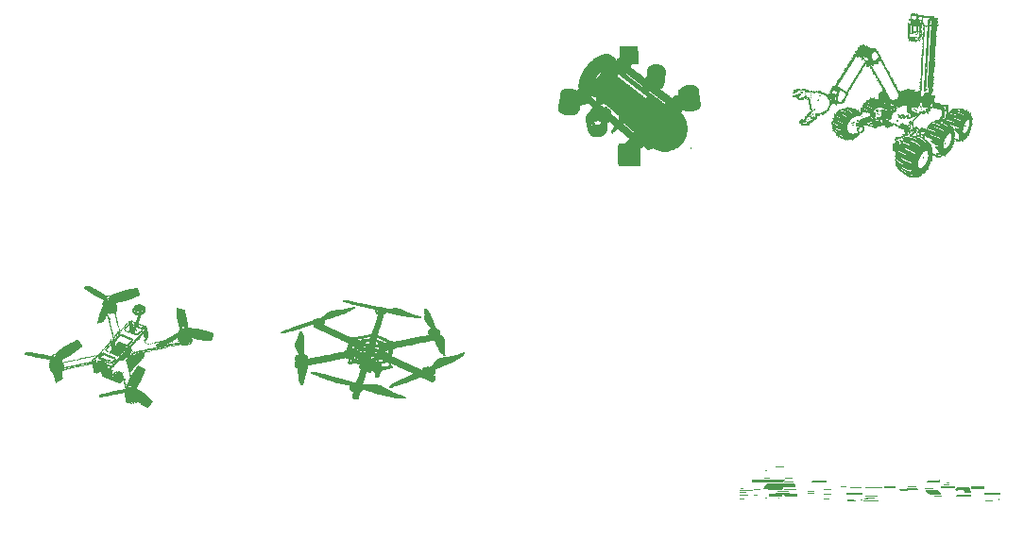
<source format=gto>
G04 Layer_Color=15132400*
%FSLAX24Y24*%
%MOIN*%
G70*
G01*
G75*
D65*
X39608Y12117D02*
X39858D01*
X44467D02*
X44718D01*
X39592Y12148D02*
X39810D01*
X44936Y12156D02*
X44946Y12166D01*
X35792Y12174D02*
X35946D01*
X40199Y12181D02*
X40304D01*
X37169Y12204D02*
X37171D01*
X36688Y12225D02*
X36729D01*
X40263D02*
X40534D01*
X37586Y12261D02*
X37801D01*
X40250D02*
X40618D01*
X40240Y12268D02*
X40629D01*
X37407Y12273D02*
X37801D01*
X40232D02*
X40636D01*
X40224Y12281D02*
X40409D01*
X36849Y12286D02*
X37253D01*
X42668D02*
X42891D01*
X37373Y12307D02*
X37798D01*
X43482D02*
X43927D01*
X35820Y12312D02*
X36071D01*
X36844Y12317D02*
X37284D01*
X36299Y12325D02*
X36391D01*
X38781Y12330D02*
X38991D01*
X37343Y12337D02*
X37796D01*
X38781D02*
X38991D01*
X39567D02*
X40114D01*
X36839Y12343D02*
X37307D01*
X38781D02*
X38991D01*
X39567D02*
X40114D01*
X36839Y12350D02*
X37315D01*
X37325Y12355D02*
X37796D01*
X37120Y12373D02*
X37525D01*
X37061Y12381D02*
X37082D01*
X37118D02*
X37527D01*
X38192Y12386D02*
X38407D01*
X42417Y12407D02*
X42842D01*
X42405Y12417D02*
X42835D01*
X42397Y12424D02*
X42827D01*
X43738D02*
X43927D01*
X43738Y12430D02*
X43927D01*
X37138Y12437D02*
X37507D01*
X42382Y12442D02*
X42806D01*
X38192Y12455D02*
X38407D01*
X35810Y12468D02*
X36227D01*
X42361D02*
X42771D01*
X42356Y12481D02*
X42745D01*
X43705D02*
X43920D01*
X41463Y12486D02*
X41714D01*
X36810Y12494D02*
X37061D01*
X38781D02*
X38991D01*
X41458D02*
X41729D01*
X36810Y12499D02*
X37064D01*
X38781D02*
X38991D01*
X41811D02*
X42062D01*
X38781Y12506D02*
X38991D01*
X41450D02*
X42059D01*
X36311Y12511D02*
X36504D01*
X36808D02*
X37279D01*
X38781D02*
X38991D01*
X41448D02*
X42057D01*
X43418D02*
X43912D01*
X37376Y12519D02*
X37770D01*
X43426D02*
X43907D01*
X43433Y12529D02*
X43904D01*
X35825Y12537D02*
X35915D01*
X42335D02*
X42609D01*
X36803Y12542D02*
X37243D01*
X36647Y12550D02*
X37302D01*
X43955D02*
X44403D01*
X36649Y12555D02*
X37302D01*
X43955D02*
X44403D01*
X36657Y12563D02*
X37304D01*
X36660Y12568D02*
X37307D01*
X43474D02*
X43879D01*
X36667Y12575D02*
X37310D01*
X39687D02*
X40055D01*
X43955D02*
X44408D01*
X36670Y12581D02*
X37312D01*
X40250D02*
X40813D01*
X42909D02*
X43362D01*
X43955D02*
X44408D01*
X36675Y12586D02*
X37312D01*
X40892D02*
X41279D01*
X42909D02*
X43362D01*
X43955D02*
X44408D01*
X42909Y12593D02*
X43362D01*
X40913Y12598D02*
X41258D01*
X41749D02*
X42000D01*
X42911D02*
X43364D01*
X43958D02*
X44411D01*
X36690Y12606D02*
X37747D01*
X39362D02*
X39546D01*
X42919D02*
X43364D01*
X36693Y12611D02*
X37745D01*
X36700Y12619D02*
X37742D01*
X43981D02*
X44414D01*
X36703Y12624D02*
X37739D01*
X36708Y12632D02*
X37737D01*
X36713Y12637D02*
X37734D01*
X36716Y12642D02*
X37734D01*
X36723Y12650D02*
X37729D01*
X36726Y12655D02*
X37729D01*
X36734Y12662D02*
X37724D01*
X36736Y12668D02*
X37722D01*
X36741Y12675D02*
X37719D01*
X36747Y12680D02*
X37717D01*
X36752Y12688D02*
X37714D01*
X36757Y12693D02*
X37709D01*
X36759Y12698D02*
X37706D01*
X36767Y12706D02*
X37704D01*
X36770Y12711D02*
X37699D01*
X36775Y12719D02*
X37696D01*
X43088Y12749D02*
X43177D01*
X37381Y12762D02*
X37660D01*
X36237Y12793D02*
X37315D01*
X36237Y12798D02*
X37320D01*
X36240Y12806D02*
X37327D01*
X36242Y12811D02*
X37333D01*
X38395D02*
X38796D01*
X36245Y12819D02*
X37340D01*
X42446D02*
X42850D01*
X36245Y12824D02*
X37345D01*
X36245Y12831D02*
X37356D01*
X36245Y12836D02*
X37361D01*
X42837Y12849D02*
X42847D01*
X37394Y12911D02*
X37652D01*
X37430Y12923D02*
X37622D01*
X36688Y13169D02*
X36729D01*
X37069Y13300D02*
X37340D01*
D66*
X40171Y12115D02*
X40659D01*
X40068Y12151D02*
X40091D01*
X38755Y12184D02*
X38947D01*
X40199D02*
X40304D01*
X40242Y12266D02*
X40626D01*
X40237Y12271D02*
X40634D01*
X37404Y12276D02*
X37801D01*
X43444Y12279D02*
X43927D01*
X36849Y12289D02*
X37256D01*
X43457D02*
X43927D01*
X43467Y12296D02*
X43927D01*
X43472Y12302D02*
X43927D01*
X39564Y12327D02*
X40112D01*
X44424D02*
X44971D01*
X39567Y12332D02*
X40114D01*
X44424D02*
X44971D01*
X39567Y12335D02*
X40114D01*
X37340Y12340D02*
X37796D01*
X39567D02*
X40114D01*
X44426D02*
X44974D01*
X36839Y12345D02*
X37310D01*
X37335D02*
X37796D01*
X39567D02*
X40114D01*
X44426D02*
X44974D01*
X36839Y12348D02*
X37312D01*
X39567D02*
X40114D01*
X44426D02*
X44974D01*
X39569Y12360D02*
X40117D01*
X42504D02*
X42870D01*
X39569Y12366D02*
X40117D01*
X44429D02*
X44977D01*
X39569Y12371D02*
X40117D01*
X44429D02*
X44977D01*
X39572Y12376D02*
X40117D01*
X44429D02*
X44977D01*
X39572Y12378D02*
X40119D01*
X44431D02*
X44977D01*
X39572Y12383D02*
X40119D01*
X42453D02*
X42860D01*
X44431D02*
X44977D01*
X39572Y12389D02*
X40119D01*
X44431D02*
X44979D01*
X39574Y12391D02*
X40119D01*
X44434D02*
X44979D01*
X35800Y12401D02*
X36002D01*
X42400Y12422D02*
X42829D01*
X43738D02*
X43927D01*
X43738Y12427D02*
X43927D01*
X35810Y12470D02*
X36227D01*
X43431Y12478D02*
X43454D01*
X43669Y12501D02*
X43914D01*
X41453Y12504D02*
X42059D01*
X36312Y12509D02*
X36504D01*
X43421Y12514D02*
X43909D01*
X37374Y12517D02*
X37770D01*
X43423D02*
X43909D01*
X36805Y12527D02*
X37258D01*
X43431D02*
X43904D01*
X43436Y12532D02*
X43902D01*
X36649Y12552D02*
X37302D01*
X41698D02*
X42039D01*
X43955D02*
X44403D01*
X36652Y12557D02*
X37304D01*
X43955D02*
X44406D01*
X36654Y12560D02*
X37304D01*
X42331D02*
X42558D01*
X43955D02*
X44406D01*
X36657Y12565D02*
X37307D01*
X43472D02*
X43879D01*
X43955D02*
X44406D01*
X36662Y12570D02*
X37307D01*
X43955D02*
X44406D01*
X36665Y12573D02*
X37310D01*
X43955D02*
X44406D01*
X36667Y12578D02*
X37310D01*
X36672Y12583D02*
X37312D01*
X40253D02*
X40815D01*
X36675Y12588D02*
X37315D01*
X40260D02*
X40815D01*
X40263Y12591D02*
X40818D01*
X36683Y12596D02*
X37317D01*
X36685Y12601D02*
X37747D01*
X36688Y12604D02*
X37747D01*
X36690Y12609D02*
X37745D01*
X42922D02*
X43364D01*
X36695Y12614D02*
X37745D01*
X36698Y12616D02*
X37742D01*
X36701Y12621D02*
X37742D01*
X43986D02*
X44414D01*
X36706Y12627D02*
X37739D01*
X36708Y12629D02*
X37739D01*
X36711Y12634D02*
X37737D01*
X36716Y12639D02*
X37734D01*
X36718Y12644D02*
X37732D01*
X36721Y12647D02*
X37732D01*
X36726Y12652D02*
X37729D01*
X36729Y12657D02*
X37727D01*
X36731Y12660D02*
X37727D01*
X36734Y12665D02*
X37724D01*
X36739Y12670D02*
X37722D01*
X36742Y12673D02*
X37722D01*
X36744Y12678D02*
X37719D01*
X36749Y12683D02*
X37717D01*
X36749Y12685D02*
X37714D01*
X36754Y12691D02*
X37711D01*
X43019D02*
X43177D01*
X36759Y12696D02*
X37709D01*
X36762Y12701D02*
X37706D01*
X36765Y12703D02*
X37704D01*
X36767Y12708D02*
X37701D01*
X36772Y12714D02*
X37699D01*
X36775Y12716D02*
X37696D01*
X36777Y12721D02*
X37693D01*
X38351Y12785D02*
X38837D01*
X38359Y12790D02*
X38830D01*
X42405D02*
X42853D01*
X36237Y12795D02*
X37317D01*
X38367D02*
X38822D01*
X36237Y12801D02*
X37322D01*
X36240Y12803D02*
X37325D01*
X36240Y12808D02*
X37330D01*
X36242Y12813D02*
X37335D01*
X36242Y12816D02*
X37338D01*
X36245Y12821D02*
X37343D01*
X36245Y12826D02*
X37348D01*
X36245Y12829D02*
X37353D01*
X36245Y12834D02*
X37358D01*
X36245Y12839D02*
X37366D01*
X36654Y12903D02*
X36846D01*
D67*
X42021Y23542D02*
X42021D01*
X42092Y23537D02*
X42102Y23547D01*
X41874Y23542D02*
X41884Y23552D01*
X42068Y23547D02*
X42074D01*
X41844Y23548D02*
X41854Y23558D01*
X41903Y23548D02*
X41913Y23558D01*
X41974Y23548D02*
X41984Y23558D01*
X41986Y23548D02*
X41996Y23558D01*
X42028Y23548D02*
X42038Y23558D01*
X41892Y23554D02*
X41902Y23564D01*
X41920Y23559D02*
X41926D01*
X41939Y23554D02*
X41949Y23564D01*
X41980Y23554D02*
X41990Y23564D01*
X42010Y23554D02*
X42020Y23564D01*
X41785Y23560D02*
X41795Y23570D01*
X41809Y23560D02*
X41819Y23570D01*
X41833Y23560D02*
X41843Y23570D01*
X41844Y23560D02*
X41854Y23570D01*
X41862Y23560D02*
X41872Y23570D01*
X41879Y23565D02*
X41920D01*
X41986Y23560D02*
X41996Y23570D01*
X41998Y23560D02*
X42008Y23570D01*
X42033Y23565D02*
X42056D01*
X41861Y23571D02*
X41926D01*
X41980Y23566D02*
X41990Y23576D01*
X42027Y23571D02*
X42056D01*
X42081Y23566D02*
X42091Y23576D01*
X41791Y23572D02*
X41801Y23582D01*
X41826Y23577D02*
X41944D01*
X41985D02*
X42086D01*
X41802Y23583D02*
X41867D01*
X41926D02*
X42033D01*
X42050D02*
X42097D01*
X41784Y23589D02*
Y23589D01*
X42180Y23589D02*
Y23589D01*
X41720Y23590D02*
X41730Y23600D01*
X41750Y23590D02*
X41760Y23600D01*
X41767Y23595D02*
X41820D01*
X41950D02*
X42009D01*
X42080D02*
X42109D01*
X41685Y23596D02*
X41695Y23606D01*
X41755Y23601D02*
X41802D01*
X41968D02*
X42044D01*
X42092D02*
X42115D01*
X42128Y23596D02*
X42138Y23606D01*
X41697Y23602D02*
X41707Y23612D01*
X41738Y23602D02*
X41748Y23612D01*
X41755Y23607D02*
X41779D01*
X41968D02*
X42074D01*
X42097D02*
X42121D01*
X42128Y23602D02*
X42138Y23612D01*
X42140Y23602D02*
X42150Y23612D01*
X42152Y23602D02*
X42162Y23612D01*
X42187Y23602D02*
X42197Y23612D01*
X41715Y23607D02*
X41725Y23617D01*
X41737Y23612D02*
X41773D01*
X41968D02*
X42139D01*
X41720Y23618D02*
X41755D01*
X41956D02*
X42157D01*
X41720Y23624D02*
X41737D01*
X41892Y23619D02*
X41902Y23629D01*
X41908Y23624D02*
X41920D01*
X41944D02*
X42162D01*
X41696Y23630D02*
X41731D01*
X41855D02*
X42174D01*
X41620Y23631D02*
X41630Y23641D01*
X41650Y23631D02*
X41660Y23641D01*
X41684Y23636D02*
X41714D01*
X41826D02*
X42186D01*
X42193Y23631D02*
X42203Y23641D01*
X41655Y23637D02*
X41665Y23647D01*
X41678Y23642D02*
X41702D01*
X41808D02*
X42192D01*
X41602Y23643D02*
X41612Y23653D01*
X41632Y23643D02*
X41642Y23653D01*
X41649Y23648D02*
X41690D01*
X41790D02*
X42198D01*
X42205Y23643D02*
X42215Y23653D01*
X41608Y23649D02*
X41618Y23659D01*
X41643Y23654D02*
X41678D01*
X41773D02*
X42216D01*
X41602Y23655D02*
X41612Y23665D01*
X41631Y23660D02*
X41666D01*
X41761D02*
X42216D01*
X41596Y23661D02*
X41606Y23671D01*
X41608Y23661D02*
X41618Y23671D01*
X41625Y23666D02*
X41660D01*
X41743D02*
X42227D01*
X41619Y23671D02*
X41649D01*
X41731D02*
X42233D01*
X41619Y23677D02*
X41637D01*
X41714D02*
X42239D01*
X41613Y23683D02*
X41631D01*
X41708D02*
X42251D01*
X42281Y23678D02*
X42291Y23688D01*
X41601Y23689D02*
X41625D01*
X41690D02*
X42263D01*
X41573Y23690D02*
X41583Y23700D01*
X41601Y23695D02*
X41619D01*
X41678D02*
X42269D01*
X42286D02*
X42292D01*
X41572Y23701D02*
Y23701D01*
X41573Y23702D02*
X41583Y23712D01*
X41590Y23707D02*
X41607D01*
X41660D02*
X42275D01*
X42281Y23702D02*
X42291Y23712D01*
X41543Y23708D02*
X41553Y23718D01*
X41555Y23708D02*
X41565Y23718D01*
X41572Y23713D02*
X41601D01*
X41660D02*
X42281D01*
X41537Y23714D02*
X41547Y23724D01*
X41578Y23719D02*
X41596D01*
X41666D02*
X42292D01*
X41560Y23725D02*
X41590D01*
X41666D02*
X41796D01*
X41814D02*
X42292D01*
X41560Y23731D02*
X41584D01*
X41660D02*
X41767D01*
X41844D02*
X42298D01*
X42329Y23726D02*
X42339Y23736D01*
X41520Y23731D02*
X41530Y23741D01*
X41542Y23736D02*
X41572D01*
X41660D02*
X41737D01*
X41867D02*
X42304D01*
X42317Y23731D02*
X42327Y23741D01*
X41531Y23742D02*
X41560D01*
X41655D02*
X41720D01*
X41873D02*
X42310D01*
X41525Y23748D02*
X41548D01*
X41655D02*
X41702D01*
X41879D02*
X42322D01*
X41466Y23749D02*
X41476Y23759D01*
X41519Y23754D02*
X41542D01*
X41649D02*
X41684D01*
X41879D02*
X42322D01*
X41507Y23760D02*
X41531D01*
X41631D02*
X41672D01*
X41873D02*
X42328D01*
X41484Y23761D02*
X41494Y23771D01*
X41501Y23766D02*
X41519D01*
X41625D02*
X41655D01*
X41873D02*
X42340D01*
X41483Y23772D02*
X41513D01*
X41613D02*
X41637D01*
X41873D02*
X42334D01*
X41477Y23778D02*
X41507D01*
X41601D02*
X41625D01*
X41873D02*
X42340D01*
X42364Y23773D02*
X42374Y23783D01*
X41477Y23784D02*
X41495D01*
X41590D02*
X41613D01*
X41873D02*
X42340D01*
X41431Y23785D02*
X41441Y23795D01*
X41460Y23790D02*
X41489D01*
X41584D02*
X41601D01*
X41867D02*
X42351D01*
X42364Y23785D02*
X42374Y23795D01*
X41454Y23795D02*
X41477D01*
X41566D02*
X41590D01*
X41832D02*
X42357D01*
X41407Y23796D02*
X41417Y23806D01*
X41454Y23801D02*
X41471D01*
X41560D02*
X41578D01*
X41802D02*
X42357D01*
X42364Y23796D02*
X42374Y23806D01*
X41436Y23813D02*
X41454D01*
X41542D02*
X41548D01*
X41749D02*
X42369D01*
X42382Y23808D02*
X42392Y23818D01*
X41430Y23819D02*
X41448D01*
X41531D02*
X41542D01*
X41731D02*
X42369D01*
X41389Y23825D02*
X41395D01*
X41418D02*
X41442D01*
X41525D02*
X41531D01*
X41714D02*
X42375D01*
X41418Y23831D02*
X41436D01*
X41513D02*
X41525D01*
X41696D02*
X42381D01*
X42388Y23826D02*
X42398Y23836D01*
X42429Y23826D02*
X42439Y23836D01*
X41412Y23837D02*
X41424D01*
X41507D02*
X41519D01*
X41678D02*
X42157D01*
X42168D02*
X42387D01*
X41401Y23843D02*
X41418D01*
X41495D02*
X41513D01*
X41666D02*
X42127D01*
X42186D02*
X42393D01*
X42400Y23838D02*
X42410Y23848D01*
X42411Y23838D02*
X42421Y23848D01*
X41384Y23844D02*
X41394Y23854D01*
X41401Y23849D02*
X41412D01*
X41489D02*
X41507D01*
X41655D02*
X42115D01*
X42192D02*
X42399D01*
X42411Y23844D02*
X42421Y23854D01*
X41395Y23855D02*
X41407D01*
X41477D02*
X41501D01*
X41637D02*
X42109D01*
X42198D02*
X42405D01*
X41383Y23860D02*
X41401D01*
X41471D02*
X41495D01*
X41625D02*
X42097D01*
X42210D02*
X42405D01*
X42422D02*
X42428D01*
X41383Y23866D02*
X41395D01*
X41466D02*
X41495D01*
X41613D02*
X42092D01*
X42227D02*
X42405D01*
X41383Y23872D02*
X41389D01*
X41460D02*
X41489D01*
X41601D02*
X42092D01*
X42239D02*
X42405D01*
X41371Y23878D02*
X41389D01*
X41448D02*
X41483D01*
X41590D02*
X42086D01*
X42251D02*
X42410D01*
X42423Y23873D02*
X42433Y23883D01*
X41371Y23884D02*
X41383D01*
X41442D02*
X41477D01*
X41578D02*
X42086D01*
X42257D02*
X42422D01*
X42429Y23879D02*
X42439Y23889D01*
X41359Y23890D02*
X41377D01*
X41436D02*
X41471D01*
X41566D02*
X42080D01*
X42269D02*
X42416D01*
X41353Y23896D02*
X41377D01*
X41430D02*
X41466D01*
X41554D02*
X42080D01*
X42275D02*
X42422D01*
X41359Y23902D02*
X41371D01*
X41424D02*
X41466D01*
X41542D02*
X42080D01*
X42281D02*
X42422D01*
X41353Y23908D02*
X41371D01*
X41418D02*
X41466D01*
X41536D02*
X42074D01*
X42292D02*
X42428D01*
X41342Y23920D02*
X41359D01*
X41407D02*
X41466D01*
X41513D02*
X42074D01*
X42298D02*
X42440D01*
X41347Y23925D02*
X41359D01*
X41401D02*
X41460D01*
X41501D02*
X42074D01*
X42310D02*
X42440D01*
X41347Y23931D02*
X41359D01*
X41395D02*
X41460D01*
X41495D02*
X42068D01*
X42310D02*
X42446D01*
X41347Y23937D02*
X41359D01*
X41395D02*
X42068D01*
X42316D02*
X42452D01*
X41313Y23938D02*
X41323Y23948D01*
X41347Y23943D02*
X41353D01*
X41389D02*
X42068D01*
X42322D02*
X42446D01*
X41347Y23949D02*
X41353D01*
X41383D02*
X42068D01*
X42328D02*
X42452D01*
X41347Y23955D02*
X41353D01*
X41377D02*
X41578D01*
X41607D02*
X42068D01*
X42334D02*
X42458D01*
X41347Y23961D02*
X41353D01*
X41377D02*
X41554D01*
X41607D02*
X42068D01*
X42334D02*
X42458D01*
X42470Y23956D02*
X42480Y23966D01*
X41347Y23967D02*
X41525D01*
X41607D02*
X42068D01*
X42340D02*
X42470D01*
X41313Y23968D02*
X41323Y23978D01*
X41347Y23973D02*
X41513D01*
X41607D02*
X42068D01*
X42346D02*
X42475D01*
X41318Y23979D02*
X41324D01*
X41342D02*
X41501D01*
X41607D02*
X42068D01*
X42351D02*
X42470D01*
X41347Y23984D02*
X41483D01*
X41613D02*
X42068D01*
X42351D02*
X42475D01*
X41319Y23985D02*
X41329Y23995D01*
X41342Y23990D02*
X41477D01*
X41613D02*
X42068D01*
X42357D02*
X42475D01*
X41336Y23996D02*
X41466D01*
X41613D02*
X42068D01*
X42363D02*
X42481D01*
X41336Y24002D02*
X41454D01*
X41607D02*
X42068D01*
X42363D02*
X42481D01*
X41336Y24008D02*
X41448D01*
X41607D02*
X42068D01*
X42369D02*
X42481D01*
X41313Y24009D02*
X41323Y24019D01*
X41336Y24014D02*
X41436D01*
X41596D02*
X42068D01*
X42369D02*
X42481D01*
X41318Y24026D02*
X41418D01*
X41572D02*
X41784D01*
X41879D02*
X42068D01*
X42381D02*
X42493D01*
X41318Y24032D02*
X41412D01*
X41560D02*
X41767D01*
X41885D02*
X42068D01*
X42381D02*
X42493D01*
X42506Y24027D02*
X42516Y24037D01*
X41301Y24033D02*
X41311Y24043D01*
X41324Y24038D02*
X41401D01*
X41548D02*
X41749D01*
X41885D02*
X42068D01*
X42387D02*
X42493D01*
X41301Y24039D02*
X41311Y24049D01*
X41324Y24044D02*
X41389D01*
X41542D02*
X41737D01*
X41885D02*
X42068D01*
X42387D02*
X42493D01*
X42506Y24039D02*
X42516Y24049D01*
X41318Y24049D02*
X41383D01*
X41531D02*
X41720D01*
X41885D02*
X42068D01*
X42393D02*
X42499D01*
X41318Y24055D02*
X41377D01*
X41519D02*
X41702D01*
X41885D02*
X42068D01*
X42393D02*
X42499D01*
X41318Y24061D02*
X41365D01*
X41507D02*
X41696D01*
X41885D02*
X42074D01*
X42399D02*
X42505D01*
X42512Y24056D02*
X42522Y24066D01*
X41318Y24067D02*
X41359D01*
X41495D02*
X41678D01*
X41891D02*
X42074D01*
X42399D02*
X42511D01*
X41306Y24073D02*
X41353D01*
X41489D02*
X41660D01*
X41885D02*
X42074D01*
X42405D02*
X42517D01*
X41318Y24079D02*
X41347D01*
X41477D02*
X41655D01*
X41879D02*
X42074D01*
X42405D02*
X42511D01*
X41312Y24085D02*
X41342D01*
X41466D02*
X41637D01*
X41861D02*
X42074D01*
X42410D02*
X42517D01*
X41312Y24091D02*
X41330D01*
X41460D02*
X41625D01*
X41844D02*
X42080D01*
X42410D02*
X42517D01*
X41306Y24097D02*
X41330D01*
X41448D02*
X41613D01*
X41820D02*
X42080D01*
X42416D02*
X42517D01*
X41312Y24103D02*
X41324D01*
X41442D02*
X41601D01*
X41808D02*
X42080D01*
X42416D02*
X42523D01*
X41312Y24108D02*
X41318D01*
X41430D02*
X41590D01*
X41790D02*
X42080D01*
X42416D02*
X42517D01*
X42547Y24103D02*
X42557Y24113D01*
X41312Y24114D02*
X41318D01*
X41424D02*
X41578D01*
X41773D02*
X42086D01*
X42422D02*
X42529D01*
X41306Y24120D02*
X41318D01*
X41412D02*
X41566D01*
X41761D02*
X42086D01*
X42422D02*
X42529D01*
X41300Y24132D02*
X41312D01*
X41395D02*
X41542D01*
X41725D02*
X42086D01*
X42428D02*
X42529D01*
X41300Y24138D02*
X41312D01*
X41389D02*
X41531D01*
X41720D02*
X42092D01*
X42428D02*
X42529D01*
X41300Y24144D02*
X41312D01*
X41383D02*
X41525D01*
X41702D02*
X42092D01*
X42428D02*
X42534D01*
X41278Y24145D02*
X41288Y24155D01*
X41300Y24150D02*
X41312D01*
X41377D02*
X41519D01*
X41690D02*
X42092D01*
X42434D02*
X42534D01*
X41300Y24156D02*
X41312D01*
X41371D02*
X41507D01*
X41672D02*
X42097D01*
X42434D02*
X42534D01*
X41300Y24162D02*
X41312D01*
X41365D02*
X41501D01*
X41660D02*
X42097D01*
X42434D02*
X42534D01*
X42565Y24157D02*
X42575Y24167D01*
X41300Y24168D02*
X41312D01*
X41353D02*
X41495D01*
X41649D02*
X42097D01*
X42440D02*
X42540D01*
X41300Y24173D02*
X41312D01*
X41353D02*
X41489D01*
X41637D02*
X42103D01*
X42440D02*
X42546D01*
X41300Y24179D02*
X41312D01*
X41347D02*
X41477D01*
X41625D02*
X42103D01*
X42440D02*
X42546D01*
X42571Y24174D02*
X42581Y24184D01*
X41300Y24185D02*
X41312D01*
X41342D02*
X41471D01*
X41613D02*
X42103D01*
X42440D02*
X42546D01*
X41300Y24191D02*
X41312D01*
X41336D02*
X41466D01*
X41601D02*
X42109D01*
X42446D02*
X42558D01*
X41300Y24197D02*
X41312D01*
X41330D02*
X41466D01*
X41590D02*
X42109D01*
X42446D02*
X42552D01*
X41300Y24203D02*
X41466D01*
X41578D02*
X42115D01*
X42446D02*
X42552D01*
X42559Y24198D02*
X42569Y24208D01*
X41300Y24209D02*
X41471D01*
X41566D02*
X42115D01*
X42446D02*
X42552D01*
X41300Y24215D02*
X41471D01*
X41554D02*
X42115D01*
X42452D02*
X42552D01*
X41300Y24221D02*
X41471D01*
X41542D02*
X42121D01*
X42257D02*
X42263D01*
X42452D02*
X42552D01*
X41300Y24227D02*
X41471D01*
X41531D02*
X42121D01*
X42263D02*
X42269D01*
X42452D02*
X42558D01*
X42565Y24222D02*
X42575Y24232D01*
X41300Y24238D02*
X41477D01*
X41507D02*
X42127D01*
X42263D02*
X42275D01*
X42452D02*
X42576D01*
X41300Y24244D02*
X42133D01*
X42269D02*
X42275D01*
X42452D02*
X42570D01*
X41300Y24250D02*
X42133D01*
X42270Y24245D02*
X42280Y24255D01*
X42452Y24250D02*
X42564D01*
X41300Y24256D02*
X42139D01*
X42458D02*
X42564D01*
X42742Y24251D02*
X42752Y24261D01*
X42807Y24251D02*
X42817Y24261D01*
X42825Y24251D02*
X42835Y24261D01*
X41306Y24262D02*
X42139D01*
X42458D02*
X42564D01*
X42736Y24257D02*
X42746Y24267D01*
X42783Y24257D02*
X42793Y24267D01*
X42860Y24257D02*
X42870Y24267D01*
X42878Y24257D02*
X42888Y24267D01*
X41300Y24268D02*
X42139D01*
X42458D02*
X42564D01*
X42742Y24263D02*
X42752Y24273D01*
X42783Y24268D02*
X42794D01*
X42831Y24263D02*
X42841Y24273D01*
X42877Y24268D02*
X42889D01*
X41272Y24269D02*
X41282Y24279D01*
X41306Y24274D02*
X42145D01*
X42458D02*
X42576D01*
X42736Y24269D02*
X42746Y24279D01*
X42788Y24274D02*
X42800D01*
X42818D02*
X42883D01*
X41312Y24280D02*
X42145D01*
X42458D02*
X42576D01*
X42788D02*
X42794D01*
X42812D02*
X42877D01*
X41312Y24286D02*
X42151D01*
X42458D02*
X42576D01*
X42765D02*
X42889D01*
X41312Y24292D02*
X41643D01*
X41666D02*
X42157D01*
X42458D02*
X42570D01*
X42718Y24287D02*
X42728Y24297D01*
X42741Y24292D02*
X42812D01*
X42871D02*
X42901D01*
X41312Y24297D02*
X41631D01*
X41672D02*
X42157D01*
X42458D02*
X42570D01*
X42713Y24292D02*
X42723Y24302D01*
X42735Y24297D02*
X42777D01*
X42889D02*
X42901D01*
X43043Y24292D02*
X43053Y24302D01*
X41312Y24303D02*
X41613D01*
X41672D02*
X42157D01*
X42458D02*
X42570D01*
X42694D02*
X42759D01*
X42895D02*
X42942D01*
X43026Y24298D02*
X43036Y24308D01*
X41312Y24309D02*
X41601D01*
X41672D02*
X42162D01*
X42458D02*
X42570D01*
X42594Y24304D02*
X42604Y24314D01*
X42618Y24304D02*
X42628Y24314D01*
X42642Y24304D02*
X42652Y24314D01*
X42664Y24309D02*
X42664D01*
X42682D02*
X42735D01*
X42901D02*
X42983D01*
X42996Y24304D02*
X43006Y24314D01*
X41312Y24315D02*
X41590D01*
X41678D02*
X42168D01*
X42458D02*
X42570D01*
X42641D02*
X42653D01*
X42676D02*
X42712D01*
X42901D02*
X42989D01*
X42996Y24310D02*
X43006Y24320D01*
X43008Y24310D02*
X43018Y24320D01*
X43020Y24310D02*
X43030Y24320D01*
X41312Y24321D02*
X41572D01*
X41678D02*
X42168D01*
X42458D02*
X42570D01*
X42577Y24316D02*
X42587Y24326D01*
X42635Y24321D02*
X42694D01*
X42901D02*
X43013D01*
X41312Y24327D02*
X41560D01*
X41684D02*
X42174D01*
X42458D02*
X42570D01*
X42629D02*
X42682D01*
X42818D02*
X43025D01*
X41312Y24333D02*
X41548D01*
X41684D02*
X42174D01*
X42458D02*
X42576D01*
X42629D02*
X42658D01*
X42806D02*
X43019D01*
X43043Y24328D02*
X43053Y24338D01*
X41318Y24345D02*
X41525D01*
X41684D02*
X41950D01*
X41985D02*
X42186D01*
X42458D02*
X42582D01*
X42599D02*
X42635D01*
X42783D02*
X43048D01*
X41318Y24351D02*
X41513D01*
X41678D02*
X41944D01*
X41991D02*
X42192D01*
X42452D02*
X42582D01*
X42594D02*
X42617D01*
X42771D02*
X43048D01*
X41318Y24357D02*
X41501D01*
X41672D02*
X41926D01*
X41991D02*
X42192D01*
X42458D02*
X42611D01*
X42742Y24352D02*
X42752Y24362D01*
X42754Y24352D02*
X42764Y24362D01*
X42771Y24357D02*
X43060D01*
X43067Y24352D02*
X43077Y24362D01*
X43079Y24352D02*
X43089Y24362D01*
X41318Y24362D02*
X41495D01*
X41655D02*
X41920D01*
X41991D02*
X42198D01*
X42452D02*
X42599D01*
X42777D02*
X43078D01*
X41318Y24368D02*
X41483D01*
X41649D02*
X41908D01*
X41997D02*
X42204D01*
X42452D02*
X42594D01*
X42771D02*
X42777D01*
X42788D02*
X43084D01*
X41318Y24374D02*
X41466D01*
X41637D02*
X41891D01*
X41997D02*
X42210D01*
X42452D02*
X42588D01*
X42800D02*
X43084D01*
X41318Y24380D02*
X41460D01*
X41625D02*
X41885D01*
X42003D02*
X42210D01*
X42458D02*
X42576D01*
X42812D02*
X43096D01*
X41312Y24386D02*
X41448D01*
X41613D02*
X41873D01*
X42003D02*
X42216D01*
X42458D02*
X42570D01*
X42818D02*
X43096D01*
X41330Y24392D02*
X41436D01*
X41601D02*
X41861D01*
X42003D02*
X42221D01*
X42458D02*
X42564D01*
X42830D02*
X43101D01*
X41330Y24398D02*
X41424D01*
X41590D02*
X41849D01*
X41997D02*
X42227D01*
X42458D02*
X42564D01*
X42830D02*
X43113D01*
X41330Y24404D02*
X41418D01*
X41578D02*
X41838D01*
X41991D02*
X42233D01*
X42458D02*
X42564D01*
X42836D02*
X43113D01*
X43120Y24399D02*
X43130Y24409D01*
X43132Y24399D02*
X43142Y24409D01*
X41313Y24405D02*
X41323Y24415D01*
X41330Y24410D02*
X41407D01*
X41566D02*
X41826D01*
X41985D02*
X42239D01*
X42458D02*
X42570D01*
X42830D02*
X43131D01*
X41330Y24416D02*
X41395D01*
X41554D02*
X41814D01*
X41973D02*
X42245D01*
X42452D02*
X42570D01*
X42824D02*
X43131D01*
X41324Y24421D02*
X41389D01*
X41542D02*
X41802D01*
X41962D02*
X42245D01*
X42458D02*
X42570D01*
X42824D02*
X43131D01*
X43138Y24416D02*
X43148Y24426D01*
X41301Y24422D02*
X41311Y24432D01*
X41330Y24427D02*
X41377D01*
X41531D02*
X41790D01*
X41956D02*
X42257D01*
X42452D02*
X42570D01*
X42824D02*
X43137D01*
X41336Y24433D02*
X41365D01*
X41519D02*
X41779D01*
X41938D02*
X42263D01*
X42452D02*
X42570D01*
X42818D02*
X43143D01*
X41319Y24434D02*
X41329Y24444D01*
X41336Y24439D02*
X41359D01*
X41507D02*
X41767D01*
X41932D02*
X42269D01*
X42452D02*
X42570D01*
X42812D02*
X43149D01*
X43155Y24434D02*
X43165Y24444D01*
X43167Y24434D02*
X43177Y24444D01*
X41306Y24445D02*
X41312D01*
X41319Y24440D02*
X41329Y24450D01*
X41336Y24445D02*
X41359D01*
X41495D02*
X41749D01*
X41920D02*
X42275D01*
X42446D02*
X42570D01*
X42794D02*
X43155D01*
X43167Y24440D02*
X43177Y24450D01*
X43166Y24451D02*
Y24451D01*
X41272Y24452D02*
X41282Y24462D01*
X41289Y24452D02*
X41299Y24462D01*
X41312Y24457D02*
X41359D01*
X41477D02*
X41731D01*
X41897D02*
X42292D01*
X42434D02*
X42570D01*
X42794D02*
X43155D01*
X43166D02*
X43172D01*
X41294Y24463D02*
X41359D01*
X41466D02*
X41714D01*
X41885D02*
X42298D01*
X42434D02*
X42570D01*
X42788D02*
X43172D01*
X43179Y24458D02*
X43189Y24468D01*
X41271Y24469D02*
X41365D01*
X41454D02*
X41708D01*
X41873D02*
X42310D01*
X42428D02*
X42570D01*
X42794D02*
X43172D01*
X41271Y24475D02*
X41365D01*
X41442D02*
X41696D01*
X41861D02*
X42316D01*
X42416D02*
X42570D01*
X42794D02*
X43172D01*
X41271Y24481D02*
X41365D01*
X41436D02*
X41678D01*
X41849D02*
X42328D01*
X42410D02*
X42576D01*
X42788D02*
X43178D01*
X41253Y24486D02*
X41371D01*
X41424D02*
X41672D01*
X41838D02*
X42340D01*
X42393D02*
X42576D01*
X42788D02*
X43190D01*
X41213Y24487D02*
X41223Y24497D01*
X41224Y24487D02*
X41234Y24497D01*
X41241Y24492D02*
X41371D01*
X41412D02*
X41660D01*
X41826D02*
X42576D01*
X42788D02*
X43196D01*
X41229Y24498D02*
X41377D01*
X41407D02*
X41643D01*
X41814D02*
X42570D01*
X42783D02*
X43196D01*
X43220D02*
X43225D01*
X41213Y24499D02*
X41223Y24509D01*
X41229Y24504D02*
X41383D01*
X41395D02*
X41637D01*
X41802D02*
X42570D01*
X42777D02*
X43196D01*
X41229Y24510D02*
X41625D01*
X41790D02*
X42570D01*
X42754Y24505D02*
X42764Y24515D01*
X42771Y24510D02*
X43202D01*
X43215Y24505D02*
X43225Y24515D01*
X41207Y24511D02*
X41217Y24521D01*
X41223Y24516D02*
X41607D01*
X41779D02*
X42570D01*
X42771D02*
X43208D01*
X41223Y24522D02*
X41596D01*
X41761D02*
X42570D01*
X42760Y24517D02*
X42770Y24527D01*
X42777Y24522D02*
X43208D01*
X41212Y24528D02*
X41584D01*
X41749D02*
X42570D01*
X42759D02*
X43208D01*
X41212Y24534D02*
X41584D01*
X41743D02*
X42570D01*
X42759D02*
X43007D01*
X43054D02*
X43220D01*
X41212Y24540D02*
X41584D01*
X41725D02*
X42564D01*
X42759D02*
X43001D01*
X43060D02*
X43220D01*
X43232Y24535D02*
X43242Y24545D01*
X41212Y24545D02*
X41584D01*
X41714D02*
X42564D01*
X42736Y24540D02*
X42746Y24550D01*
X42753Y24545D02*
X42995D01*
X43066D02*
X43220D01*
X41212Y24551D02*
X41590D01*
X41702D02*
X42558D01*
X42730Y24546D02*
X42740Y24556D01*
X42747Y24551D02*
X42989D01*
X43090D02*
X43225D01*
X41212Y24563D02*
X41596D01*
X41672D02*
X42558D01*
X42747D02*
X42983D01*
X43107D02*
X43225D01*
X41212Y24569D02*
X41596D01*
X41660D02*
X42558D01*
X42729D02*
X42983D01*
X43119D02*
X43237D01*
X41212Y24575D02*
X41601D01*
X41643D02*
X42552D01*
X42729D02*
X42977D01*
X43125D02*
X43237D01*
X41212Y24581D02*
X41601D01*
X41631D02*
X42552D01*
X42729D02*
X42977D01*
X43131D02*
X43237D01*
X41212Y24587D02*
X42552D01*
X42718D02*
X42971D01*
X43137D02*
X43243D01*
X43250Y24582D02*
X43260Y24592D01*
X41212Y24593D02*
X42558D01*
X42712D02*
X42971D01*
X43143D02*
X43243D01*
X43279Y24588D02*
X43289Y24598D01*
X41212Y24599D02*
X41353D01*
X41383D02*
X42552D01*
X42700D02*
X42712D01*
X42723D02*
X42729D01*
X42777D02*
X42966D01*
X43149D02*
X43249D01*
X41212Y24605D02*
X41336D01*
X41395D02*
X42552D01*
X42806D02*
X42966D01*
X43155D02*
X43255D01*
X43279Y24600D02*
X43289Y24610D01*
X41212Y24610D02*
X41324D01*
X41412D02*
X42133D01*
X42157D02*
X42552D01*
X42812D02*
X42966D01*
X43160D02*
X43255D01*
X41212Y24616D02*
X41318D01*
X41424D02*
X42127D01*
X42162D02*
X42552D01*
X42812D02*
X42966D01*
X43160D02*
X43261D01*
X41212Y24622D02*
X41312D01*
X41424D02*
X41808D01*
X41832D02*
X42121D01*
X42168D02*
X42546D01*
X42812D02*
X42966D01*
X43166D02*
X43261D01*
X41207Y24623D02*
X41217Y24633D01*
X41223Y24628D02*
X41300D01*
X41430D02*
X41796D01*
X41832D02*
X42115D01*
X42174D02*
X42546D01*
X42812D02*
X42966D01*
X43172D02*
X43267D01*
X41223Y24634D02*
X41300D01*
X41430D02*
X41784D01*
X41838D02*
X42103D01*
X42180D02*
X42540D01*
X42812D02*
X42966D01*
X43178D02*
X43273D01*
X41223Y24640D02*
X41300D01*
X41436D02*
X41767D01*
X41844D02*
X42097D01*
X42186D02*
X42540D01*
X42818D02*
X42966D01*
X43178D02*
X43273D01*
X41207Y24641D02*
X41217Y24651D01*
X41229Y24646D02*
X41300D01*
X41371D02*
X41395D01*
X41436D02*
X41755D01*
X41844D02*
X42092D01*
X42186D02*
X42534D01*
X42818D02*
X42966D01*
X43184D02*
X43273D01*
X41229Y24652D02*
X41300D01*
X41347D02*
X41401D01*
X41442D02*
X41743D01*
X41849D02*
X42086D01*
X42180D02*
X42534D01*
X42812D02*
X42966D01*
X43184D02*
X43273D01*
X41229Y24658D02*
X41300D01*
X41336D02*
X41401D01*
X41442D02*
X41725D01*
X41855D02*
X42074D01*
X42180D02*
X42534D01*
X42812D02*
X42966D01*
X43190D02*
X43279D01*
X41235Y24670D02*
X41300D01*
X41312D02*
X41401D01*
X41448D02*
X41702D01*
X41855D02*
X42056D01*
X42168D02*
X42523D01*
X42765D02*
X42966D01*
X43196D02*
X43284D01*
X41213Y24670D02*
X41223Y24680D01*
X41241Y24675D02*
X41401D01*
X41454D02*
X41684D01*
X41849D02*
X42044D01*
X42168D02*
X42517D01*
X42747D02*
X42966D01*
X43202D02*
X43290D01*
X43297Y24670D02*
X43307Y24680D01*
X41247Y24681D02*
X41401D01*
X41460D02*
X41672D01*
X41838D02*
X42038D01*
X42162D02*
X42511D01*
X42718D02*
X42966D01*
X43202D02*
X43290D01*
X41247Y24687D02*
X41401D01*
X41460D02*
X41660D01*
X41826D02*
X42027D01*
X42157D02*
X42505D01*
X42712D02*
X42966D01*
X43208D02*
X43296D01*
X41224Y24688D02*
X41234Y24698D01*
X41247Y24693D02*
X41401D01*
X41466D02*
X41643D01*
X41820D02*
X42015D01*
X42151D02*
X42505D01*
X42688D02*
X42966D01*
X43208D02*
X43290D01*
X43309Y24688D02*
X43319Y24698D01*
X41224Y24694D02*
X41234Y24704D01*
X41253Y24699D02*
X41401D01*
X41466D02*
X41631D01*
X41808D02*
X42009D01*
X42145D02*
X42499D01*
X42682D02*
X42971D01*
X43214D02*
X43296D01*
X43309Y24694D02*
X43319Y24704D01*
X41218Y24700D02*
X41228Y24710D01*
X41235Y24705D02*
X41241D01*
X41253D02*
X41401D01*
X41471D02*
X41613D01*
X41802D02*
X41997D01*
X42139D02*
X42493D01*
X42670D02*
X42971D01*
X43214D02*
X43296D01*
X41213Y24706D02*
X41223Y24716D01*
X41265Y24711D02*
X41401D01*
X41471D02*
X41596D01*
X41790D02*
X41985D01*
X42133D02*
X42487D01*
X42676D02*
X42971D01*
X43220D02*
X43296D01*
X43321Y24706D02*
X43331Y24716D01*
X41271Y24717D02*
X41401D01*
X41477D02*
X41584D01*
X41779D02*
X41979D01*
X42121D02*
X42487D01*
X42670D02*
X42971D01*
X43220D02*
X43296D01*
X41254Y24718D02*
X41264Y24728D01*
X41277Y24723D02*
X41401D01*
X41483D02*
X41560D01*
X41767D02*
X41968D01*
X42115D02*
X42475D01*
X42658D02*
X42971D01*
X43220D02*
X43302D01*
X41277Y24729D02*
X41401D01*
X41489D02*
X41536D01*
X41755D02*
X41956D01*
X42103D02*
X42470D01*
X42653D02*
X42971D01*
X43031Y24724D02*
X43041Y24734D01*
X43225Y24729D02*
X43308D01*
X43315Y24724D02*
X43325Y24734D01*
X41277Y24734D02*
X41401D01*
X41495D02*
X41513D01*
X41743D02*
X41944D01*
X42097D02*
X42470D01*
X42641D02*
X42971D01*
X43031Y24729D02*
X43041Y24739D01*
X43225Y24734D02*
X43308D01*
X41271Y24740D02*
X41401D01*
X41495D02*
X41501D01*
X41725D02*
X41932D01*
X42086D02*
X42464D01*
X42629D02*
X42971D01*
X43036D02*
X43042D01*
X43231D02*
X43308D01*
X41254Y24741D02*
X41264Y24751D01*
X41271Y24746D02*
X41271D01*
X41283D02*
X41401D01*
X41495D02*
X41501D01*
X41714D02*
X41920D01*
X42080D02*
X42328D01*
X42351D02*
X42458D01*
X42623D02*
X42977D01*
X43036D02*
X43042D01*
X43231D02*
X43314D01*
X41283Y24752D02*
X41401D01*
X41496Y24747D02*
X41506Y24757D01*
X41696Y24752D02*
X41908D01*
X42068D02*
X42322D01*
X42363D02*
X42452D01*
X42629D02*
X42977D01*
X43231D02*
X43314D01*
X41271Y24758D02*
X41271D01*
X41294D02*
X41401D01*
X41684D02*
X41897D01*
X42056D02*
X42316D01*
X42369D02*
X42452D01*
X42605D02*
X42977D01*
X43237D02*
X43326D01*
X41278Y24759D02*
X41288Y24769D01*
X41294Y24764D02*
X41401D01*
X41508Y24759D02*
X41518Y24769D01*
X41672Y24764D02*
X41879D01*
X42044D02*
X42310D01*
X42369D02*
X42440D01*
X42594D02*
X42977D01*
X43237D02*
X43314D01*
X42570Y24770D02*
Y24770D01*
X41294Y24776D02*
X41401D01*
X41460D02*
X41471D01*
X41513D02*
X41525D01*
X41637D02*
X41855D01*
X42027D02*
X42298D01*
X42363D02*
X42434D01*
X42558D02*
X42558D01*
X42576D02*
X42983D01*
X43243D02*
X43332D01*
X41294Y24782D02*
X41401D01*
X41460D02*
X41471D01*
X41507D02*
X41531D01*
X41625D02*
X41838D01*
X42015D02*
X42292D01*
X42363D02*
X42422D01*
X42565Y24777D02*
X42575Y24787D01*
X42582Y24782D02*
X42983D01*
X43243D02*
X43326D01*
X41294Y24788D02*
X41395D01*
X41466D02*
X41477D01*
X41507D02*
X41531D01*
X41601D02*
X41832D01*
X42003D02*
X42286D01*
X42363D02*
X42422D01*
X42558D02*
X42983D01*
X43249D02*
X43326D01*
X41294Y24794D02*
X41365D01*
X41471D02*
X41477D01*
X41507D02*
X41536D01*
X41584D02*
X41820D01*
X41991D02*
X42281D01*
X42357D02*
X42410D01*
X42558D02*
X42989D01*
X43249D02*
X43326D01*
X41294Y24799D02*
X41347D01*
X41501D02*
X41802D01*
X41979D02*
X42275D01*
X42357D02*
X42405D01*
X42546D02*
X42552D01*
X42564D02*
X42989D01*
X43249D02*
X43326D01*
X41294Y24805D02*
X41336D01*
X41501D02*
X41525D01*
X41542D02*
X41790D01*
X41968D02*
X42269D01*
X42351D02*
X42399D01*
X42552D02*
X42989D01*
X43249D02*
X43332D01*
X41294Y24811D02*
X41324D01*
X41548D02*
X41779D01*
X41956D02*
X42263D01*
X42351D02*
X42387D01*
X42546D02*
X42995D01*
X43255D02*
X43332D01*
X41294Y24817D02*
X41318D01*
X41554D02*
X41779D01*
X41944D02*
X42251D01*
X42346D02*
X42381D01*
X42540D02*
X42558D01*
X42605D02*
X42995D01*
X43255D02*
X43332D01*
X43350Y24812D02*
X43360Y24822D01*
X43368Y24812D02*
X43378Y24822D01*
X43492Y24812D02*
X43502Y24822D01*
X43575Y24812D02*
X43585Y24822D01*
X43646Y24812D02*
X43656Y24822D01*
X41294Y24823D02*
X41312D01*
X41560D02*
X41779D01*
X41932D02*
X42245D01*
X42340D02*
X42375D01*
X42605D02*
X42995D01*
X43255D02*
X43332D01*
X43433Y24818D02*
X43443Y24828D01*
X43498Y24818D02*
X43508Y24828D01*
X43551Y24818D02*
X43561Y24828D01*
X43568Y24823D02*
X43574D01*
X43627D02*
X43627D01*
X41294Y24829D02*
X41312D01*
X41454D02*
X41466D01*
X41566D02*
X41784D01*
X41914D02*
X42239D01*
X42334D02*
X42363D01*
X42605D02*
X42995D01*
X43255D02*
X43332D01*
X43474Y24824D02*
X43484Y24834D01*
X43504Y24824D02*
X43514Y24834D01*
X43562Y24829D02*
X43580D01*
X41294Y24835D02*
X41306D01*
X41442D02*
X41477D01*
X41572D02*
X41790D01*
X41903D02*
X42227D01*
X42328D02*
X42351D01*
X42611D02*
X43001D01*
X43261D02*
X43338D01*
X43433Y24830D02*
X43443Y24840D01*
X43463Y24830D02*
X43473Y24840D01*
X43533Y24835D02*
X43538D01*
X43556D02*
X43592D01*
X43609D02*
X43615D01*
X41294Y24841D02*
X41306D01*
X41436D02*
X41477D01*
X41578D02*
X41796D01*
X41885D02*
X42221D01*
X42322D02*
X42346D01*
X42611D02*
X43001D01*
X43261D02*
X43344D01*
X43468Y24836D02*
X43478Y24846D01*
X43503Y24841D02*
X43609D01*
X43646Y24836D02*
X43656Y24846D01*
X41294Y24847D02*
X41306D01*
X41442D02*
X41477D01*
X41578D02*
X41802D01*
X41844D02*
X42015D01*
X42038D02*
X42210D01*
X42316D02*
X42334D01*
X42611D02*
X43007D01*
X43261D02*
X43344D01*
X43433Y24842D02*
X43443Y24852D01*
X43497Y24847D02*
X43615D01*
X41294Y24853D02*
X41306D01*
X41448D02*
X41471D01*
X41560D02*
X42003D01*
X42050D02*
X42198D01*
X42310D02*
X42328D01*
X42611D02*
X43007D01*
X43261D02*
X43344D01*
X43456D02*
X43527D01*
X43597D02*
X43633D01*
X41260Y24853D02*
X41270Y24863D01*
X41294Y24858D02*
X41306D01*
X41554D02*
X41991D01*
X42056D02*
X42192D01*
X42298D02*
X42316D01*
X42611D02*
X43007D01*
X43267D02*
X43344D01*
X43350Y24853D02*
X43360Y24863D01*
X43432Y24858D02*
X43497D01*
X43615D02*
X43639D01*
X39524Y24859D02*
X39534Y24869D01*
X39594Y24859D02*
X39604Y24869D01*
X39760Y24859D02*
X39770Y24869D01*
X41294Y24864D02*
X41306D01*
X41560D02*
X41979D01*
X42062D02*
X42180D01*
X42292D02*
X42310D01*
X42611D02*
X43013D01*
X43267D02*
X43344D01*
X43426D02*
X43468D01*
X43627D02*
X43645D01*
X39476Y24865D02*
X39486Y24875D01*
X39564Y24870D02*
X39570D01*
X39594D02*
X39605D01*
X39636Y24865D02*
X39646Y24875D01*
X39671Y24865D02*
X39681Y24875D01*
X41294Y24870D02*
X41306D01*
X41554D02*
X41962D01*
X42062D02*
X42168D01*
X42286D02*
X42292D01*
X42611D02*
X43013D01*
X43267D02*
X43349D01*
X43403D02*
X43450D01*
X43627D02*
X43662D01*
X43693Y24865D02*
X43703Y24875D01*
X39487Y24876D02*
Y24876D01*
X39529Y24876D02*
Y24876D01*
X39540Y24876D02*
Y24876D01*
X39765Y24876D02*
Y24876D01*
X39777Y24876D02*
Y24876D01*
X43367Y24876D02*
Y24876D01*
X43698Y24876D02*
Y24876D01*
X39476Y24877D02*
X39486Y24887D01*
X39523Y24882D02*
X39623D01*
X39664D02*
X39664D01*
X39683Y24877D02*
X39693Y24887D01*
X39701Y24877D02*
X39711Y24887D01*
X39713Y24877D02*
X39723Y24887D01*
X39778Y24877D02*
X39788Y24887D01*
X41294Y24882D02*
X41312D01*
X41342D02*
X41377D01*
X41554D02*
X41566D01*
X41596D02*
X41932D01*
X42050D02*
X42151D01*
X42264Y24877D02*
X42274Y24887D01*
X42588Y24882D02*
X42847D01*
X42871D02*
X43019D01*
X43267D02*
X43408D01*
X43562D02*
X43680D01*
X43711Y24877D02*
X43721Y24887D01*
X39511Y24888D02*
X39629D01*
X39694D02*
X39700D01*
X39748Y24883D02*
X39758Y24893D01*
X41294Y24888D02*
X41318D01*
X41336D02*
X41377D01*
X41590D02*
X41914D01*
X42044D02*
X42139D01*
X42576D02*
X42830D01*
X42877D02*
X43019D01*
X43267D02*
X43391D01*
X43568D02*
X43692D01*
X43705Y24883D02*
X43715Y24893D01*
X43739Y24888D02*
X43745D01*
X39481Y24894D02*
X39546D01*
X39617D02*
X39664D01*
X39688D02*
X39694D01*
X39713Y24889D02*
X39723Y24899D01*
X39771Y24894D02*
X39771D01*
X41300D02*
X41371D01*
X41590D02*
X41903D01*
X42038D02*
X42127D01*
X42558D02*
X42818D01*
X42877D02*
X43025D01*
X43267D02*
X43373D01*
X43568D02*
X43704D01*
X43722Y24889D02*
X43732Y24899D01*
X39481Y24900D02*
X39517D01*
X39623D02*
X39670D01*
X39694D02*
X39700D01*
X39736Y24895D02*
X39746Y24905D01*
X41289Y24895D02*
X41299Y24905D01*
X41306Y24900D02*
X41365D01*
X41549Y24895D02*
X41559Y24905D01*
X41584Y24900D02*
X41885D01*
X42033D02*
X42115D01*
X42552D02*
X42800D01*
X42877D02*
X43025D01*
X43267D02*
X43338D01*
X43568D02*
X43704D01*
X39464Y24906D02*
X39493D01*
X39629D02*
X39783D01*
X41312D02*
X41365D01*
X41590D02*
X41867D01*
X42027D02*
X42097D01*
X42540D02*
X42783D01*
X42877D02*
X43025D01*
X43267D02*
X43338D01*
X43568D02*
X43721D01*
X39358Y24907D02*
X39368Y24917D01*
X39400Y24907D02*
X39410Y24917D01*
X39429Y24907D02*
X39439Y24917D01*
X39446Y24912D02*
X39481D01*
X39635D02*
X39800D01*
X39813Y24907D02*
X39823Y24917D01*
X41330Y24912D02*
X41460D01*
X41590D02*
X41855D01*
X42015D02*
X42086D01*
X42269D02*
X42286D01*
X42517D02*
X42771D01*
X42883D02*
X43031D01*
X43273D02*
X43338D01*
X43562D02*
X43727D01*
X43746Y24907D02*
X43756Y24917D01*
X43764Y24907D02*
X43774Y24917D01*
X39428Y24918D02*
X39464D01*
X39629D02*
X39753D01*
X39777D02*
X39806D01*
X41324D02*
X41471D01*
X41584D02*
X41832D01*
X42009D02*
X42074D01*
X42251D02*
X42292D01*
X42511D02*
X42753D01*
X42883D02*
X43031D01*
X43273D02*
X43338D01*
X43556D02*
X43739D01*
X39422Y24923D02*
X39452D01*
X39529D02*
X39747D01*
X39788D02*
X39818D01*
X41353D02*
X41483D01*
X41590D02*
X41808D01*
X42003D02*
X42062D01*
X42221D02*
X42257D01*
X42281D02*
X42298D01*
X42499D02*
X42735D01*
X42883D02*
X43036D01*
X43273D02*
X43338D01*
X43550D02*
X43751D01*
X39388Y24924D02*
X39398Y24934D01*
X39416Y24929D02*
X39440D01*
X39505D02*
X39753D01*
X39800D02*
X39824D01*
X39837Y24924D02*
X39847Y24934D01*
X41307Y24924D02*
X41317Y24934D01*
X41331Y24924D02*
X41341Y24934D01*
X41348Y24924D02*
X41358Y24934D01*
X41425Y24924D02*
X41435Y24934D01*
X41448Y24929D02*
X41489D01*
X41607D02*
X41784D01*
X41985D02*
X42050D01*
X42216D02*
X42227D01*
X42286D02*
X42298D01*
X42481D02*
X42723D01*
X42883D02*
X43042D01*
X43273D02*
X43344D01*
X43538D02*
X43751D01*
X43764Y24924D02*
X43774Y24934D01*
X39400Y24930D02*
X39410Y24940D01*
X39416Y24935D02*
X39434D01*
X39493D02*
X39765D01*
X39812D02*
X39830D01*
X41366Y24930D02*
X41376Y24940D01*
X41401Y24935D02*
X41424D01*
X41431Y24930D02*
X41441Y24940D01*
X41448Y24935D02*
X41501D01*
X41607D02*
X41655D01*
X41672D02*
X41684D01*
X41973D02*
X42033D01*
X42210D02*
X42216D01*
X42286D02*
X42298D01*
X42464D02*
X42706D01*
X42877D02*
X43042D01*
X43273D02*
X43344D01*
X43533Y24930D02*
X43543Y24940D01*
X43550Y24935D02*
X43751D01*
X39376Y24936D02*
X39386Y24946D01*
X39410Y24941D02*
X39428D01*
X39475D02*
X39783D01*
X39818D02*
X39836D01*
X41360Y24936D02*
X41370Y24946D01*
X41431Y24936D02*
X41441Y24946D01*
X41443Y24936D02*
X41453Y24946D01*
X41460Y24941D02*
X41513D01*
X41607D02*
X41655D01*
X41962D02*
X42015D01*
X42204D02*
X42210D01*
X42286D02*
X42298D01*
X42458D02*
X42688D01*
X42865D02*
X43042D01*
X43273D02*
X43344D01*
X43544D02*
X43757D01*
X43799Y24936D02*
X43809Y24946D01*
X39357Y24947D02*
X39422D01*
X39452D02*
X39800D01*
X39818D02*
X39842D01*
X39854Y24942D02*
X39864Y24952D01*
X41378Y24942D02*
X41388Y24952D01*
X41402Y24942D02*
X41412Y24952D01*
X41413Y24942D02*
X41423Y24952D01*
X41425Y24942D02*
X41435Y24952D01*
X41443Y24942D02*
X41453Y24952D01*
X41477Y24947D02*
X41525D01*
X41625D02*
X41655D01*
X41944D02*
X42003D01*
X42198D02*
X42204D01*
X42286D02*
X42298D01*
X42440D02*
X42676D01*
X42847D02*
X43048D01*
X43273D02*
X43349D01*
X43538D02*
X43769D01*
X39351Y24953D02*
X39416D01*
X39440D02*
X39842D01*
X41449Y24948D02*
X41459Y24958D01*
X41483Y24953D02*
X41531D01*
X41643D02*
X41649D01*
X41926D02*
X41991D01*
X42186D02*
X42198D01*
X42286D02*
X42298D01*
X42434D02*
X42664D01*
X42836D02*
X43048D01*
X43273D02*
X43349D01*
X43538D02*
X43769D01*
X43787Y24948D02*
X43797Y24958D01*
X39281Y24954D02*
X39291Y24964D01*
X39334Y24959D02*
X39416D01*
X39428D02*
X39853D01*
X41495D02*
X41542D01*
X41908D02*
X41991D01*
X42168D02*
X42186D01*
X42286D02*
X42298D01*
X42416D02*
X42641D01*
X42824D02*
X43054D01*
X43273D02*
X43349D01*
X43522Y24954D02*
X43532Y24964D01*
X43538Y24959D02*
X43775D01*
X39292Y24965D02*
X39298D01*
X39322D02*
X39357D01*
X39440D02*
X39871D01*
X39890Y24960D02*
X39900Y24970D01*
X41507Y24965D02*
X41548D01*
X41891D02*
X42003D01*
X42157D02*
X42174D01*
X42286D02*
X42298D01*
X42399D02*
X42629D01*
X42806D02*
X43060D01*
X43273D02*
X43349D01*
X43538D02*
X43781D01*
X43787Y24960D02*
X43797Y24970D01*
X39276Y24966D02*
X39286Y24976D01*
X39316Y24971D02*
X39340D01*
X39464D02*
X39877D01*
X39907Y24966D02*
X39917Y24976D01*
X39925Y24966D02*
X39935Y24976D01*
X41513Y24971D02*
X41560D01*
X41867D02*
X42033D01*
X42139D02*
X42162D01*
X42292D02*
X42298D01*
X42393D02*
X42617D01*
X42794D02*
X43060D01*
X43273D02*
X43355D01*
X43538D02*
X43786D01*
X39310Y24977D02*
X39334D01*
X39475D02*
X39895D01*
X39902Y24972D02*
X39912Y24982D01*
X41508Y24972D02*
X41518Y24982D01*
X41525Y24977D02*
X41566D01*
X41849D02*
X42009D01*
X42121D02*
X42145D01*
X42292D02*
X42304D01*
X42381D02*
X42599D01*
X42777D02*
X43066D01*
X43273D02*
X43355D01*
X43538D02*
X43792D01*
X41525Y24982D02*
Y24983D01*
X39292Y24988D02*
X39310D01*
X39487D02*
X39895D01*
X39907Y24983D02*
X39917Y24993D01*
X39919Y24983D02*
X39929Y24993D01*
X41514Y24983D02*
X41524Y24993D01*
X41526Y24983D02*
X41536Y24993D01*
X41542Y24988D02*
X41590D01*
X41790D02*
X41950D01*
X42086D02*
X42109D01*
X42292D02*
X42304D01*
X42363D02*
X42570D01*
X42747D02*
X43072D01*
X43267D02*
X43355D01*
X43538D02*
X43792D01*
X39275Y24994D02*
X39304D01*
X39487D02*
X39912D01*
X39919Y24989D02*
X39929Y24999D01*
X41554Y24994D02*
X41596D01*
X41808D02*
X41849D01*
X41861D02*
X41873D01*
X42062D02*
X42097D01*
X42292D02*
X42304D01*
X42351D02*
X42552D01*
X42735D02*
X43078D01*
X43273D02*
X43355D01*
X43538D02*
X43804D01*
X39275Y25000D02*
X39292D01*
X39481D02*
X39918D01*
X41566D02*
X41607D01*
X41814D02*
X41849D01*
X41861D02*
X41873D01*
X42044D02*
X42068D01*
X42286D02*
X42304D01*
X42340D02*
X42540D01*
X42718D02*
X43078D01*
X43279D02*
X43355D01*
X43538D02*
X43804D01*
X39263Y25006D02*
X39286D01*
X39481D02*
X39924D01*
X41572D02*
X41619D01*
X41814D02*
X41844D01*
X41861D02*
X41873D01*
X42033D02*
X42056D01*
X42275D02*
X42310D01*
X42328D02*
X42529D01*
X42700D02*
X43084D01*
X43279D02*
X43355D01*
X43521D02*
X43521D01*
X43533D02*
X43810D01*
X39240Y25007D02*
X39250Y25017D01*
X39257Y25012D02*
X39275D01*
X39475D02*
X39930D01*
X39949Y25007D02*
X39959Y25017D01*
X39966Y25007D02*
X39976Y25017D01*
X41584Y25012D02*
X41643D01*
X41814D02*
X41844D01*
X41861D02*
X41873D01*
X42033D02*
X42092D01*
X42257D02*
X42511D01*
X42688D02*
X43090D01*
X43273D02*
X43355D01*
X43521D02*
X43810D01*
X43823Y25007D02*
X43833Y25017D01*
X39222Y25013D02*
X39232Y25023D01*
X39251Y25018D02*
X39269D01*
X39470D02*
X39948D01*
X39972Y25013D02*
X39982Y25023D01*
X41601Y25018D02*
X41649D01*
X41814D02*
X41844D01*
X41861D02*
X41873D01*
X42027D02*
X42121D01*
X42245D02*
X42499D01*
X42670D02*
X43096D01*
X43273D02*
X43355D01*
X43521D02*
X43822D01*
X43846Y25013D02*
X43856Y25023D01*
X39233Y25024D02*
X39233D01*
X39245D02*
X39263D01*
X39405D02*
X39966D01*
X41590D02*
X41660D01*
X41696D02*
X41696D01*
X41808D02*
X41844D01*
X41862Y25019D02*
X41872Y25029D01*
X42103Y25024D02*
X42162D01*
X42227D02*
X42493D01*
X42653D02*
X43096D01*
X43262Y25019D02*
X43272Y25029D01*
X43279Y25024D02*
X43355D01*
X43533D02*
X43828D01*
X39199Y25025D02*
X39209Y25035D01*
X39233Y25030D02*
X39257D01*
X39375D02*
X39853D01*
X39865D02*
X39966D01*
X39972Y25025D02*
X39982Y25035D01*
X41619Y25030D02*
X41708D01*
X41720Y25025D02*
X41730Y25035D01*
X41802Y25030D02*
X41826D01*
X42139D02*
X42493D01*
X42641D02*
X43101D01*
X43273D02*
X43355D01*
X43533D02*
X43828D01*
X43841Y25025D02*
X43851Y25035D01*
X39233Y25036D02*
X39251D01*
X39351D02*
X39960D01*
X41537Y25031D02*
X41547Y25041D01*
X41579Y25031D02*
X41589Y25041D01*
X41591Y25031D02*
X41601Y25041D01*
X41608Y25031D02*
X41618Y25041D01*
X41637Y25036D02*
X41737D01*
X41791Y25031D02*
X41801Y25041D01*
X42186Y25036D02*
X42493D01*
X42623D02*
X43107D01*
X43273D02*
X43355D01*
X43533D02*
X43828D01*
X39221Y25042D02*
X39245D01*
X39340D02*
X39877D01*
X39895D02*
X39960D01*
X41537Y25037D02*
X41547Y25047D01*
X41614Y25037D02*
X41624Y25047D01*
X41637Y25042D02*
X41737D01*
X42239D02*
X42493D01*
X42611D02*
X43113D01*
X43273D02*
X43349D01*
X43533D02*
X43828D01*
X39216Y25047D02*
X39239D01*
X39322D02*
X39889D01*
X39901D02*
X39977D01*
X41637D02*
X41743D01*
X42263D02*
X42275D01*
X42286D02*
X42499D01*
X42594D02*
X43119D01*
X43267D02*
X43349D01*
X43533D02*
X43840D01*
X39216Y25053D02*
X39233D01*
X39310D02*
X39889D01*
X39907D02*
X39983D01*
X41637D02*
X41743D01*
X42033D02*
X42044D01*
X42298D02*
X42499D01*
X42576D02*
X43125D01*
X43273D02*
X43349D01*
X43533D02*
X43840D01*
X43852Y25048D02*
X43862Y25058D01*
X39210Y25059D02*
X39227D01*
X39298D02*
X39718D01*
X39742Y25054D02*
X39752Y25064D01*
X39783Y25054D02*
X39793Y25064D01*
X39800Y25059D02*
X39889D01*
X39924D02*
X39983D01*
X39990Y25054D02*
X40000Y25064D01*
X40020Y25054D02*
X40030Y25064D01*
X41637Y25059D02*
X41708D01*
X41720D02*
X41743D01*
X41903Y25054D02*
X41913Y25064D01*
X42033Y25059D02*
X42050D01*
X42299Y25054D02*
X42309Y25064D01*
X42328Y25059D02*
X42505D01*
X42564D02*
X43131D01*
X43267D02*
X43349D01*
X43533D02*
X43846D01*
X39210Y25065D02*
X39221D01*
X39286D02*
X39694D01*
X39842D02*
X39901D01*
X39930D02*
X39995D01*
X41637D02*
X41708D01*
X41903Y25060D02*
X41913Y25070D01*
X42033Y25065D02*
X42050D01*
X42157Y25060D02*
X42167Y25070D01*
X42334Y25065D02*
X42505D01*
X42552D02*
X43137D01*
X43267D02*
X43349D01*
X43533D02*
X43851D01*
X39210Y25071D02*
X39221D01*
X39269D02*
X39682D01*
X39865D02*
X39901D01*
X39907Y25066D02*
X39917Y25076D01*
X39948Y25071D02*
X39995D01*
X40013D02*
X40019D01*
X41637D02*
X41708D01*
X41908D02*
X41914D01*
X42027D02*
X42044D01*
X42145D02*
X42162D01*
X42334D02*
X42511D01*
X42529D02*
X43149D01*
X43261D02*
X43349D01*
X43527D02*
X43692D01*
X43716D02*
X43869D01*
X39198Y25077D02*
X39221D01*
X39263D02*
X39664D01*
X39889D02*
X39907D01*
X39913Y25072D02*
X39923Y25082D01*
X39954Y25077D02*
X40001D01*
X41637D02*
X41708D01*
X41868Y25072D02*
X41878Y25082D01*
X41908Y25077D02*
X41914D01*
X42021D02*
X42038D01*
X42139D02*
X42162D01*
X42334D02*
X43155D01*
X43244Y25072D02*
X43254Y25082D01*
X43261Y25077D02*
X43349D01*
X43521D02*
X43680D01*
X43727D02*
X43851D01*
X39204Y25083D02*
X39221D01*
X39257D02*
X39653D01*
X39902Y25078D02*
X39912Y25088D01*
X39955Y25078D02*
X39965Y25088D01*
X39971Y25083D02*
X40001D01*
X41637D02*
X41708D01*
X41761D02*
X41784D01*
X41873D02*
X41879D01*
X41914D02*
X41920D01*
X42021D02*
X42033D01*
X42133D02*
X42162D01*
X42334D02*
X43160D01*
X43249D02*
X43349D01*
X43515D02*
X43674D01*
X43745D02*
X43863D01*
X41873Y25089D02*
Y25089D01*
X43875Y25089D02*
Y25089D01*
X39204Y25095D02*
X39641D01*
X39977D02*
X40013D01*
X41637D02*
X41708D01*
X41755D02*
X41790D01*
X41914D02*
X41938D01*
X41968D02*
X41985D01*
X42127D02*
X42168D01*
X42340D02*
X43172D01*
X43231D02*
X43355D01*
X43509D02*
X43668D01*
X43769D02*
X43863D01*
X39192Y25101D02*
X39257D01*
X39286D02*
X39635D01*
X39983D02*
X40013D01*
X40055Y25096D02*
X40065Y25106D01*
X41637Y25101D02*
X41708D01*
X41755D02*
X41790D01*
X41914D02*
X41944D01*
X41968D02*
X41985D01*
X42133D02*
X42162D01*
X42334D02*
X43355D01*
X43503D02*
X43662D01*
X43775D02*
X43863D01*
X39186Y25107D02*
X39227D01*
X39286D02*
X39629D01*
X39989D02*
X40042D01*
X40049Y25102D02*
X40059Y25112D01*
X40090Y25107D02*
X40096D01*
X41637D02*
X41708D01*
X41755D02*
X41784D01*
X41920D02*
X41944D01*
X41968D02*
X41985D01*
X42151D02*
X42157D01*
X42328D02*
X43355D01*
X43503D02*
X43657D01*
X43781D02*
X43863D01*
X43870Y25102D02*
X43880Y25112D01*
X39163Y25107D02*
X39173Y25117D01*
X39180Y25112D02*
X39210D01*
X39286D02*
X39623D01*
X39995D02*
X40054D01*
X40066D02*
X40084D01*
X40101D02*
X40107D01*
X41637D02*
X41708D01*
X41755D02*
X41773D01*
X41920D02*
X41950D01*
X42334D02*
X43355D01*
X43491D02*
X43657D01*
X43786D02*
X43887D01*
X43894Y25107D02*
X43904Y25117D01*
X39157Y25113D02*
X39167Y25123D01*
X39180Y25118D02*
X39198D01*
X39286D02*
X39617D01*
X39989D02*
X40090D01*
X40096Y25113D02*
X40106Y25123D01*
X40108Y25113D02*
X40118Y25123D01*
X41637Y25118D02*
X41708D01*
X41755D02*
X41773D01*
X41926D02*
X41950D01*
X42115D02*
X42121D01*
X42340D02*
X42676D01*
X42706D02*
X43355D01*
X43485D02*
X43651D01*
X43792D02*
X43887D01*
X39157Y25124D02*
X39192D01*
X39281D02*
X39611D01*
X39989D02*
X40084D01*
X40114Y25119D02*
X40124Y25129D01*
X41637Y25124D02*
X41708D01*
X41755D02*
X41767D01*
X41791Y25119D02*
X41801Y25129D01*
X41932Y25124D02*
X41944D01*
X41998Y25119D02*
X42008Y25129D01*
X42080Y25124D02*
X42092D01*
X42103D02*
X42127D01*
X42334D02*
X42664D01*
X42706D02*
X43355D01*
X43473D02*
X43651D01*
X43798D02*
X43887D01*
X39151Y25130D02*
X39186D01*
X39281D02*
X39611D01*
X39983D02*
X40007D01*
X40060D02*
X40090D01*
X40102Y25125D02*
X40112Y25135D01*
X41637Y25130D02*
X41708D01*
X41755D02*
X41767D01*
X41791Y25125D02*
X41801Y25135D01*
X41997Y25130D02*
X42009D01*
X42074D02*
X42121D01*
X42328D02*
X42647D01*
X42712D02*
X43349D01*
X43457Y25125D02*
X43467Y25135D01*
X43473Y25130D02*
X43651D01*
X43798D02*
X43893D01*
X39157Y25136D02*
X39180D01*
X39281D02*
X39605D01*
X39977D02*
X40001D01*
X40072D02*
X40107D01*
X41637D02*
X41708D01*
X41749D02*
X41767D01*
X41997D02*
X42003D01*
X42074D02*
X42127D01*
X42316D02*
X42629D01*
X42712D02*
X42971D01*
X42989D02*
X43349D01*
X43456D02*
X43651D01*
X43804D02*
X43881D01*
X39151Y25142D02*
X39174D01*
X39275D02*
X39599D01*
X39971D02*
X39995D01*
X40084D02*
X40107D01*
X41637D02*
X41702D01*
X41749D02*
X41773D01*
X41957Y25137D02*
X41967Y25147D01*
X42080Y25142D02*
X42162D01*
X42310D02*
X42611D01*
X42718D02*
X42966D01*
X42995D02*
X43349D01*
X43450D02*
X43651D01*
X43810D02*
X43893D01*
X39151Y25148D02*
X39168D01*
X39263D02*
X39599D01*
X39966D02*
X39989D01*
X40090D02*
X40107D01*
X40132Y25143D02*
X40142Y25153D01*
X41637Y25148D02*
X41702D01*
X41749D02*
X41755D01*
X41767D02*
X41773D01*
X41950D02*
X41968D01*
X42092D02*
X42210D01*
X42298D02*
X42599D01*
X42718D02*
X42954D01*
X43001D02*
X43349D01*
X43438D02*
X43651D01*
X43816D02*
X43893D01*
X39139Y25154D02*
X39162D01*
X39251D02*
X39594D01*
X39960D02*
X39989D01*
X40096D02*
X40119D01*
X41602Y25149D02*
X41612Y25159D01*
X41631Y25154D02*
X41702D01*
X41749D02*
X41755D01*
X41767D02*
X41773D01*
X41938D02*
X41973D01*
X42092D02*
X42233D01*
X42286D02*
X42340D01*
X42351D02*
X42582D01*
X42723D02*
X42948D01*
X43007D02*
X43349D01*
X43432D02*
X43651D01*
X43816D02*
X43893D01*
X39133Y25160D02*
X39151D01*
X39239D02*
X39594D01*
X39960D02*
X39983D01*
X40101D02*
X40125D01*
X41602Y25155D02*
X41612Y25165D01*
X41631Y25160D02*
X41702D01*
X41749D02*
X41755D01*
X41767D02*
X41773D01*
X41815Y25155D02*
X41825Y25165D01*
X41873Y25160D02*
X41879D01*
X41926D02*
X41973D01*
X42092D02*
X42216D01*
X42275D02*
X42322D01*
X42351D02*
X42564D01*
X42723D02*
X42936D01*
X43007D02*
X43349D01*
X43426D02*
X43651D01*
X43822D02*
X43893D01*
X39127Y25166D02*
X39145D01*
X39227D02*
X39351D01*
X39363D02*
X39588D01*
X39954D02*
X39983D01*
X40107D02*
X40119D01*
X41602Y25161D02*
X41612Y25171D01*
X41631Y25166D02*
X41702D01*
X41749D02*
X41755D01*
X41768Y25161D02*
X41778Y25171D01*
X41820Y25166D02*
X41826D01*
X41880Y25161D02*
X41890Y25171D01*
X41908Y25166D02*
X41973D01*
X42092D02*
X42204D01*
X42269D02*
X42304D01*
X42351D02*
X42546D01*
X42718D02*
X42930D01*
X43013D02*
X43349D01*
X43420D02*
X43651D01*
X43822D02*
X43893D01*
X39121Y25171D02*
X39139D01*
X39221D02*
X39322D01*
X39410D02*
X39588D01*
X39948D02*
X39983D01*
X40107D02*
X40131D01*
X41602Y25166D02*
X41612Y25176D01*
X41631Y25171D02*
X41702D01*
X41749D02*
X41755D01*
X41773D02*
X41779D01*
X41826D02*
X41832D01*
X41879D02*
X41962D01*
X42038D02*
X42050D01*
X42092D02*
X42186D01*
X42263D02*
X42286D01*
X42346D02*
X42529D01*
X42706D02*
X42912D01*
X43013D02*
X43349D01*
X43426D02*
X43651D01*
X43828D02*
X43899D01*
X39115Y25177D02*
X39133D01*
X39210D02*
X39304D01*
X39410D02*
X39582D01*
X39942D02*
X39983D01*
X40113D02*
X40131D01*
X40150Y25172D02*
X40160Y25182D01*
X41602Y25172D02*
X41612Y25182D01*
X41631Y25177D02*
X41702D01*
X41749D02*
X41755D01*
X41773D02*
X41779D01*
X41827Y25172D02*
X41837Y25182D01*
X41879Y25177D02*
X41950D01*
X42038D02*
X42050D01*
X42092D02*
X42174D01*
X42257D02*
X42263D01*
X42346D02*
X42511D01*
X42694D02*
X42907D01*
X43013D02*
X43344D01*
X43420D02*
X43651D01*
X43834D02*
X43899D01*
X39115Y25183D02*
X39127D01*
X39198D02*
X39281D01*
X39410D02*
X39582D01*
X39942D02*
X39983D01*
X40119D02*
X40137D01*
X41631D02*
X41702D01*
X41749D02*
X41755D01*
X41773D02*
X41779D01*
X41867D02*
X41932D01*
X42038D02*
X42050D01*
X42092D02*
X42174D01*
X42322D02*
X42493D01*
X42682D02*
X42895D01*
X43007D02*
X43344D01*
X43414D02*
X43651D01*
X43834D02*
X43905D01*
X39103Y25189D02*
X39121D01*
X39192D02*
X39263D01*
X39410D02*
X39582D01*
X39942D02*
X39983D01*
X40119D02*
X40137D01*
X41631D02*
X41702D01*
X41749D02*
X41755D01*
X41773D02*
X41779D01*
X41844D02*
X41914D01*
X42092D02*
X42168D01*
X42245D02*
X42251D01*
X42310D02*
X42470D01*
X42670D02*
X42883D01*
X43001D02*
X43344D01*
X43408D02*
X43651D01*
X43840D02*
X43910D01*
X39081Y25190D02*
X39091Y25200D01*
X39103Y25195D02*
X39115D01*
X39180D02*
X39251D01*
X39410D02*
X39576D01*
X39936D02*
X39983D01*
X40125D02*
X40137D01*
X41631D02*
X41702D01*
X41744Y25190D02*
X41754Y25200D01*
X41773Y25195D02*
X41779D01*
X41844D02*
X41903D01*
X42010Y25190D02*
X42020Y25200D01*
X42097Y25195D02*
X42162D01*
X42239D02*
X42251D01*
X42304D02*
X42452D01*
X42658D02*
X42871D01*
X42995D02*
X43344D01*
X43414D02*
X43651D01*
X43840D02*
X43910D01*
X41749Y25201D02*
Y25201D01*
X39097Y25207D02*
X39109D01*
X39168D02*
X39221D01*
X39410D02*
X39576D01*
X39930D02*
X39983D01*
X40131D02*
X40149D01*
X40161Y25202D02*
X40171Y25212D01*
X41631Y25207D02*
X41702D01*
X41743D02*
X41749D01*
X41779D02*
X41784D01*
X41849D02*
X41891D01*
X41991D02*
X42015D01*
X42097D02*
X42103D01*
X42157D02*
X42162D01*
X42221D02*
X42393D01*
X42629D02*
X42842D01*
X42983D02*
X43344D01*
X43408D02*
X43657D01*
X43846D02*
X43910D01*
X43923Y25202D02*
X43933Y25212D01*
X43935Y25202D02*
X43945Y25212D01*
X39097Y25213D02*
X39109D01*
X39157D02*
X39216D01*
X39410D02*
X39570D01*
X39930D02*
X39983D01*
X40131D02*
X40155D01*
X41631D02*
X41702D01*
X41743D02*
X41749D01*
X41779D02*
X41784D01*
X41855D02*
X41885D01*
X41973D02*
X42009D01*
X42097D02*
X42103D01*
X42162D02*
X42168D01*
X42210D02*
X42393D01*
X42611D02*
X42830D01*
X42977D02*
X43338D01*
X43414D02*
X43657D01*
X43851D02*
X43910D01*
X43917Y25208D02*
X43927Y25218D01*
X43946Y25213D02*
X43946D01*
X39097Y25219D02*
X39103D01*
X39151D02*
X39198D01*
X39393D02*
X39576D01*
X39930D02*
X39983D01*
X40131D02*
X40149D01*
X41631D02*
X41702D01*
X41743D02*
X41749D01*
X41779D02*
X41784D01*
X41880Y25214D02*
X41890Y25224D01*
X41962Y25219D02*
X41991D01*
X42097D02*
X42103D01*
X42162D02*
X42393D01*
X42594D02*
X42818D01*
X42966D02*
X43338D01*
X43380Y25214D02*
X43390Y25224D01*
X43403Y25219D02*
X43657D01*
X43851D02*
X43928D01*
X43935Y25214D02*
X43945Y25224D01*
X39097Y25225D02*
X39103D01*
X39145D02*
X39186D01*
X39369D02*
X39570D01*
X39930D02*
X39983D01*
X40137D02*
X40143D01*
X41602Y25220D02*
X41612Y25230D01*
X41631Y25225D02*
X41702D01*
X41743D02*
X41749D01*
X41779D02*
X41784D01*
X41950D02*
X41973D01*
X42103D02*
X42109D01*
X42162D02*
X42363D01*
X42381D02*
X42393D01*
X42582D02*
X42806D01*
X42960D02*
X43332D01*
X43408D02*
X43657D01*
X43851D02*
X43922D01*
X39092Y25231D02*
X39103D01*
X39139D02*
X39180D01*
X39340D02*
X39570D01*
X39930D02*
X39989D01*
X40137D02*
X40143D01*
X41631D02*
X41702D01*
X41743D02*
X41749D01*
X41779D02*
X41784D01*
X41950D02*
X41962D01*
X42103D02*
X42109D01*
X42174D02*
X42346D01*
X42387D02*
X42399D01*
X42564D02*
X42794D01*
X42948D02*
X43326D01*
X43408D02*
X43657D01*
X43857D02*
X43916D01*
X43928D02*
X43934D01*
X39086Y25236D02*
X39097D01*
X39133D02*
X39174D01*
X39316D02*
X39570D01*
X39930D02*
X39989D01*
X40137D02*
X40143D01*
X41631D02*
X41702D01*
X41743D02*
X41749D01*
X41779D02*
X41784D01*
X41891D02*
X41903D01*
X42021D02*
X42027D01*
X42103D02*
X42109D01*
X42174D02*
X42328D01*
X42387D02*
X42405D01*
X42540D02*
X42777D01*
X42936D02*
X43320D01*
X43403D02*
X43662D01*
X43857D02*
X43916D01*
X39086Y25242D02*
X39097D01*
X39133D02*
X39174D01*
X39298D02*
X39570D01*
X39930D02*
X39989D01*
X40137D02*
X40155D01*
X41614Y25237D02*
X41624Y25247D01*
X41631Y25242D02*
X41702D01*
X41743D02*
X41749D01*
X41784D02*
X41790D01*
X41891D02*
X41914D01*
X42009D02*
X42038D01*
X42092D02*
X42103D01*
X42180D02*
X42322D01*
X42393D02*
X42405D01*
X42529D02*
X42759D01*
X42924D02*
X43320D01*
X43414D02*
X43662D01*
X43863D02*
X43928D01*
X39086Y25248D02*
X39097D01*
X39127D02*
X39168D01*
X39281D02*
X39570D01*
X39930D02*
X39995D01*
X40137D02*
X40155D01*
X41561Y25243D02*
X41571Y25253D01*
X41573Y25243D02*
X41583Y25253D01*
X41596Y25243D02*
X41606Y25253D01*
X41613Y25248D02*
X41702D01*
X41743D02*
X41749D01*
X41784D02*
X41790D01*
X41891D02*
X41897D01*
X41908D02*
X41926D01*
X41991D02*
X42050D01*
X42080D02*
X42097D01*
X42186D02*
X42298D01*
X42393D02*
X42410D01*
X42505D02*
X42747D01*
X42912D02*
X43314D01*
X43420D02*
X43509D01*
X43538D02*
X43662D01*
X43863D02*
X43928D01*
X39086Y25254D02*
X39103D01*
X39121D02*
X39162D01*
X39269D02*
X39564D01*
X39930D02*
X39995D01*
X40137D02*
X40155D01*
X41543Y25249D02*
X41553Y25259D01*
X41573Y25249D02*
X41583Y25259D01*
X41591Y25249D02*
X41601Y25259D01*
X41613Y25254D02*
X41696D01*
X41743D02*
X41749D01*
X41784D02*
X41790D01*
X41891D02*
X41897D01*
X41920D02*
X41932D01*
X41979D02*
X42062D01*
X42074D02*
X42086D01*
X42192D02*
X42281D01*
X42399D02*
X42410D01*
X42487D02*
X42735D01*
X42901D02*
X43314D01*
X43408D02*
X43479D01*
X43544D02*
X43662D01*
X43863D02*
X43928D01*
X39092Y25260D02*
X39103D01*
X39121D02*
X39162D01*
X39257D02*
X39570D01*
X39930D02*
X40001D01*
X40137D02*
X40149D01*
X41520Y25255D02*
X41530Y25265D01*
X41542Y25260D02*
X41554D01*
X41572D02*
X41578D01*
X41596Y25255D02*
X41606Y25265D01*
X41613Y25260D02*
X41690D01*
X41738Y25255D02*
X41748Y25265D01*
X41784Y25260D02*
X41790D01*
X41892Y25255D02*
X41902Y25265D01*
X41926Y25260D02*
X41944D01*
X41962D02*
X42080D01*
X42198D02*
X42269D01*
X42399D02*
X42416D01*
X42470D02*
X42718D01*
X42889D02*
X43314D01*
X43408D02*
X43444D01*
X43550D02*
X43662D01*
X43869D02*
X43934D01*
X39092Y25266D02*
X39162D01*
X39239D02*
X39564D01*
X39930D02*
X40001D01*
X40137D02*
X40155D01*
X41536D02*
X41601D01*
X41613D02*
X41690D01*
X41737D02*
X41743D01*
X41784D02*
X41790D01*
X41892Y25261D02*
X41902Y25271D01*
X41944Y25266D02*
X42080D01*
X42210D02*
X42251D01*
X42405D02*
X42700D01*
X42877D02*
X43308D01*
X43392Y25261D02*
X43402Y25271D01*
X43408Y25266D02*
X43414D01*
X43550D02*
X43662D01*
X43869D02*
X43934D01*
X39081Y25267D02*
X39091Y25277D01*
X39097Y25272D02*
X39162D01*
X39227D02*
X39570D01*
X39936D02*
X40007D01*
X40137D02*
X40149D01*
X41508Y25267D02*
X41518Y25277D01*
X41548Y25272D02*
X41708D01*
X41737D02*
X41743D01*
X41784D02*
X41790D01*
X41892Y25267D02*
X41902Y25277D01*
X41950Y25272D02*
X42074D01*
X42221D02*
X42233D01*
X42410D02*
X42688D01*
X42865D02*
X43308D01*
X43550D02*
X43668D01*
X43869D02*
X43934D01*
X39097Y25278D02*
X39162D01*
X39216D02*
X39570D01*
X39942D02*
X40013D01*
X40137D02*
X40149D01*
X41525D02*
X41708D01*
X41737D02*
X41743D01*
X41784D02*
X41790D01*
X41897D02*
X41903D01*
X41962D02*
X42062D01*
X42410D02*
X42664D01*
X42853D02*
X43308D01*
X43550D02*
X43668D01*
X43875D02*
X43934D01*
X39097Y25284D02*
X39162D01*
X39204D02*
X39564D01*
X39942D02*
X39954D01*
X39977D02*
X40019D01*
X40131D02*
X40143D01*
X41507D02*
X41572D01*
X41590D02*
X41714D01*
X41738Y25279D02*
X41748Y25289D01*
X41784Y25284D02*
X41790D01*
X41897D02*
X41903D01*
X41973D02*
X42044D01*
X42416D02*
X42653D01*
X42836D02*
X43302D01*
X43556D02*
X43668D01*
X43875D02*
X43934D01*
X39097Y25290D02*
X39157D01*
X39192D02*
X39570D01*
X39971D02*
X40019D01*
X40131D02*
X40143D01*
X40533Y25285D02*
X40543Y25295D01*
X40616Y25285D02*
X40626Y25295D01*
X41407Y25285D02*
X41417Y25295D01*
X41466Y25290D02*
X41477D01*
X41484Y25285D02*
X41494Y25295D01*
X41507Y25290D02*
X41572D01*
X41596D02*
X41714D01*
X41743D02*
X41749D01*
X41785Y25285D02*
X41795Y25295D01*
X41897Y25290D02*
X41903D01*
X41979D02*
X42033D01*
X42422D02*
X42635D01*
X42818D02*
X43296D01*
X43556D02*
X43668D01*
X43875D02*
X43946D01*
X39097Y25295D02*
X39162D01*
X39186D02*
X39570D01*
X40007D02*
X40025D01*
X40131D02*
X40149D01*
X40160D02*
X40166D01*
X40575Y25290D02*
X40585Y25300D01*
X40610Y25290D02*
X40620Y25300D01*
X40994Y25290D02*
X41004Y25300D01*
X41413Y25290D02*
X41423Y25300D01*
X41437Y25290D02*
X41447Y25300D01*
X41460Y25295D02*
X41572D01*
X41601D02*
X41720D01*
X41743D02*
X41749D01*
X41790D02*
X41796D01*
X41897D02*
X41903D01*
X41991D02*
X42021D01*
X42422D02*
X42629D01*
X42806D02*
X43119D01*
X43143D02*
X43296D01*
X43550D02*
X43668D01*
X43881D02*
X43946D01*
X39092Y25301D02*
X39570D01*
X40019D02*
X40031D01*
X40125D02*
X40143D01*
X40480Y25296D02*
X40490Y25306D01*
X40510Y25296D02*
X40520Y25306D01*
X40538Y25301D02*
X40586D01*
X40610Y25296D02*
X40620Y25306D01*
X40923Y25296D02*
X40933Y25306D01*
X40940Y25301D02*
X40993D01*
X41402Y25296D02*
X41412Y25306D01*
X41419Y25296D02*
X41429Y25306D01*
X41466Y25301D02*
X41572D01*
X41596D02*
X41720D01*
X41737D02*
X41749D01*
X41790D02*
X41796D01*
X41898Y25296D02*
X41908Y25306D01*
X42428Y25301D02*
X42629D01*
X42794D02*
X43113D01*
X43149D02*
X43284D01*
X43544D02*
X43674D01*
X43881D02*
X43946D01*
X40621Y25307D02*
Y25307D01*
X40633Y25307D02*
Y25307D01*
X41046Y25307D02*
Y25307D01*
X41903Y25307D02*
Y25307D01*
X39086Y25313D02*
X39570D01*
X40036D02*
X40054D01*
X40113D02*
X40143D01*
X40479D02*
X40485D01*
X40503D02*
X40639D01*
X40928D02*
X41023D01*
X41058D02*
X41058D01*
X41412D02*
X41418D01*
X41442D02*
X41572D01*
X41590D02*
X41737D01*
X41790D02*
X41796D01*
X41903D02*
X41908D01*
X42434D02*
X42635D01*
X42765D02*
X43101D01*
X43155D02*
X43255D01*
X43503D02*
X43674D01*
X43887D02*
X43946D01*
X39086Y25319D02*
X39570D01*
X40042D02*
X40066D01*
X40101D02*
X40125D01*
X40479D02*
X40550D01*
X40592D02*
X40633D01*
X40934D02*
X41029D01*
X41418D02*
X41572D01*
X41590D02*
X41737D01*
X41790D02*
X41796D01*
X41903D02*
X41908D01*
X42440D02*
X42641D01*
X42747D02*
X43096D01*
X43155D02*
X43243D01*
X43479D02*
X43680D01*
X43887D02*
X43946D01*
X39086Y25325D02*
X39570D01*
X40054D02*
X40125D01*
X40150Y25320D02*
X40160Y25330D01*
X40479Y25325D02*
X40515D01*
X40621D02*
X40639D01*
X40928D02*
X41029D01*
X41059Y25320D02*
X41069Y25330D01*
X41418Y25325D02*
X41572D01*
X41590D02*
X41737D01*
X41790D02*
X41796D01*
X41903D02*
X41908D01*
X42446D02*
X42647D01*
X42718D02*
X43084D01*
X43155D02*
X43237D01*
X43462D02*
X43680D01*
X43887D02*
X43946D01*
X39086Y25331D02*
X39570D01*
X39930D02*
X40007D01*
X40066D02*
X40125D01*
X40132Y25326D02*
X40142Y25336D01*
X40456Y25331D02*
X40497D01*
X40627D02*
X40639D01*
X40928D02*
X41029D01*
X41401D02*
X41442D01*
X41454D02*
X41578D01*
X41590D02*
X41737D01*
X41790D02*
X41802D01*
X41903D02*
X41908D01*
X42446D02*
X42653D01*
X42682D02*
X43078D01*
X43149D02*
X43237D01*
X43444D02*
X43680D01*
X43887D02*
X43946D01*
X39086Y25337D02*
X39570D01*
X39918D02*
X40025D01*
X40113D02*
X40125D01*
X40421Y25332D02*
X40431Y25342D01*
X40438Y25337D02*
X40479D01*
X40633D02*
X40674D01*
X40686D02*
X40692D01*
X40699Y25332D02*
X40709Y25342D01*
X40928Y25337D02*
X41058D01*
X41153Y25332D02*
X41163Y25342D01*
X41331Y25332D02*
X41341Y25342D01*
X41342Y25332D02*
X41352Y25342D01*
X41377Y25337D02*
X41424D01*
X41460D02*
X41578D01*
X41590D02*
X41737D01*
X41796D02*
X41802D01*
X41903D02*
X41908D01*
X42452D02*
X43072D01*
X43149D02*
X43231D01*
X43420D02*
X43680D01*
X43887D02*
X43952D01*
X43970Y25332D02*
X43980Y25342D01*
X39086Y25343D02*
X39576D01*
X39918D02*
X40042D01*
X40113D02*
X40131D01*
X40138Y25338D02*
X40148Y25348D01*
X40327Y25338D02*
X40337Y25348D01*
X40368Y25338D02*
X40378Y25348D01*
X40432Y25343D02*
X40462D01*
X40544D02*
X40592D01*
X40633D02*
X40680D01*
X40705Y25338D02*
X40715Y25348D01*
X40716Y25338D02*
X40726Y25348D01*
X40928Y25343D02*
X41070D01*
X41094D02*
X41099D01*
X41301Y25338D02*
X41311Y25348D01*
X41313Y25338D02*
X41323Y25348D01*
X41365Y25343D02*
X41407D01*
X41460D02*
X41578D01*
X41590D02*
X41731D01*
X41796D02*
X41802D01*
X41903D02*
X41908D01*
X42458D02*
X43060D01*
X43143D02*
X43225D01*
X43408D02*
X43686D01*
X43893D02*
X43958D01*
X39086Y25349D02*
X39221D01*
X39257D02*
X39576D01*
X39912D02*
X40066D01*
X40113D02*
X40131D01*
X40333Y25344D02*
X40343Y25354D01*
X40367Y25349D02*
X40450D01*
X40497D02*
X40716D01*
X40752Y25344D02*
X40762Y25354D01*
X40928Y25349D02*
X41117D01*
X41318D02*
X41324D01*
X41331Y25344D02*
X41341Y25354D01*
X41347Y25349D02*
X41395D01*
X41454D02*
X41572D01*
X41590D02*
X41708D01*
X41720D02*
X41731D01*
X41796D02*
X41802D01*
X41903D02*
X41908D01*
X42464D02*
X42836D01*
X42859D02*
X43054D01*
X43143D02*
X43214D01*
X43391D02*
X43686D01*
X43893D02*
X43952D01*
X39086Y25355D02*
X39210D01*
X39263D02*
X39576D01*
X39912D02*
X40072D01*
X40119D02*
X40137D01*
X40344D02*
X40438D01*
X40485D02*
X40721D01*
X40739D02*
X40769D01*
X40923Y25350D02*
X40933Y25360D01*
X40940Y25355D02*
X41123D01*
X41136Y25350D02*
X41146Y25360D01*
X41307Y25350D02*
X41317Y25360D01*
X41319Y25350D02*
X41329Y25360D01*
X41336Y25355D02*
X41377D01*
X41454D02*
X41572D01*
X41596D02*
X41696D01*
X41725D02*
X41737D01*
X41796D02*
X41802D01*
X41903D02*
X41908D01*
X42464D02*
X42818D01*
X42865D02*
X43042D01*
X43137D02*
X43208D01*
X43367D02*
X43686D01*
X43752Y25350D02*
X43762Y25360D01*
X43893Y25355D02*
X43952D01*
X43970Y25350D02*
X43980Y25360D01*
X39086Y25360D02*
X39192D01*
X39263D02*
X39576D01*
X39907D02*
X40078D01*
X40119D02*
X40137D01*
X40349D02*
X40379D01*
X40497D02*
X40721D01*
X40745D02*
X40757D01*
X40946D02*
X41129D01*
X41136Y25355D02*
X41146Y25365D01*
X41330Y25360D02*
X41365D01*
X41454D02*
X41572D01*
X41596D02*
X41678D01*
X41731D02*
X41743D01*
X41790D02*
X41796D01*
X41903D02*
X41914D01*
X42470D02*
X42806D01*
X42871D02*
X43031D01*
X43131D02*
X43202D01*
X43355D02*
X43692D01*
X43893D02*
X43952D01*
X43970Y25355D02*
X43980Y25365D01*
X39086Y25366D02*
X39174D01*
X39263D02*
X39576D01*
X39907D02*
X40084D01*
X40119D02*
X40137D01*
X40326D02*
X40367D01*
X40503D02*
X40757D01*
X40929Y25361D02*
X40939Y25371D01*
X40946Y25366D02*
X41129D01*
X41136Y25361D02*
X41146Y25371D01*
X41312Y25366D02*
X41353D01*
X41454D02*
X41572D01*
X41601D02*
X41666D01*
X41743D02*
X41761D01*
X41790D02*
X41796D01*
X41867D02*
X41885D01*
X41908D02*
X41914D01*
X42475D02*
X42783D01*
X42877D02*
X43019D01*
X43125D02*
X43196D01*
X43338D02*
X43692D01*
X43893D02*
X43958D01*
X39086Y25372D02*
X39162D01*
X39263D02*
X39582D01*
X39777D02*
X39788D01*
X39901D02*
X40096D01*
X40125D02*
X40137D01*
X40314D02*
X40344D01*
X40509D02*
X40769D01*
X40934D02*
X41088D01*
X41099D02*
X41129D01*
X41300D02*
X41336D01*
X41460D02*
X41572D01*
X41601D02*
X41649D01*
X41755D02*
X41767D01*
X41790D02*
X41796D01*
X41861D02*
X41885D01*
X41908D02*
X41914D01*
X42481D02*
X42771D01*
X42877D02*
X43013D01*
X43119D02*
X43190D01*
X43314D02*
X43698D01*
X43893D02*
X43958D01*
X39086Y25378D02*
X39151D01*
X39263D02*
X39582D01*
X39777D02*
X39783D01*
X39901D02*
X40107D01*
X40119D02*
X40137D01*
X40314D02*
X40332D01*
X40509D02*
X40775D01*
X40928D02*
X41082D01*
X41099D02*
X41129D01*
X41136Y25373D02*
X41146Y25383D01*
X41278Y25373D02*
X41288Y25383D01*
X41294Y25378D02*
X41318D01*
X41460D02*
X41572D01*
X41607D02*
X41631D01*
X41767D02*
X41790D01*
X41861D02*
X41885D01*
X41914D02*
X41920D01*
X42487D02*
X42753D01*
X42877D02*
X43001D01*
X43113D02*
X43178D01*
X43302D02*
X43698D01*
X43899D02*
X43964D01*
X37965Y25379D02*
X37975Y25389D01*
X37988Y25379D02*
X37998Y25389D01*
X38041Y25379D02*
X38051Y25389D01*
X38130Y25379D02*
X38140Y25389D01*
X38142Y25379D02*
X38152Y25389D01*
X38189Y25379D02*
X38199Y25389D01*
X39086Y25384D02*
X39139D01*
X39263D02*
X39582D01*
X39907D02*
X40137D01*
X40196D02*
X40202D01*
X40274Y25379D02*
X40284Y25389D01*
X40296Y25384D02*
X40320D01*
X40509D02*
X40739D01*
X40751D02*
X40781D01*
X40811Y25379D02*
X40821Y25389D01*
X40840Y25384D02*
X40840D01*
X40858Y25379D02*
X40868Y25389D01*
X40899Y25384D02*
X40958D01*
X40970D02*
X41076D01*
X41099D02*
X41129D01*
X41278Y25379D02*
X41288Y25389D01*
X41294Y25384D02*
X41312D01*
X41460D02*
X41566D01*
X41613D02*
X41625D01*
X41773D02*
X41790D01*
X41861D02*
X41867D01*
X41908D02*
X41914D01*
X42493D02*
X42729D01*
X42871D02*
X42989D01*
X43101D02*
X43166D01*
X43284D02*
X43698D01*
X43899D02*
X43964D01*
X37970Y25390D02*
X37975D01*
X38034D02*
X38040D01*
X38083Y25385D02*
X38093Y25395D01*
X38094Y25385D02*
X38104Y25395D01*
X38118Y25385D02*
X38128Y25395D01*
X38135Y25390D02*
X38153D01*
X38171Y25385D02*
X38181Y25395D01*
X38207Y25385D02*
X38217Y25395D01*
X38224Y25385D02*
X38234Y25395D01*
X39080Y25390D02*
X39133D01*
X39263D02*
X39582D01*
X39907D02*
X40143D01*
X40161Y25385D02*
X40171Y25395D01*
X40238Y25385D02*
X40248Y25395D01*
X40284Y25390D02*
X40314D01*
X40503D02*
X40745D01*
X40763D02*
X40792D01*
X40834D02*
X40863D01*
X40887D02*
X40940D01*
X40975D02*
X41076D01*
X41099D02*
X41147D01*
X41182D02*
X41188D01*
X41277D02*
X41312D01*
X41460D02*
X41554D01*
X41861D02*
X41873D01*
X41903D02*
X41914D01*
X42499D02*
X42712D01*
X42859D02*
X42977D01*
X43096D02*
X43160D01*
X43261D02*
X43704D01*
X43899D02*
X43964D01*
X37975Y25396D02*
X37981D01*
X38041Y25391D02*
X38051Y25401D01*
X38058Y25396D02*
X38058D01*
X38070D02*
X38082D01*
X38099D02*
X38105D01*
X38141D02*
X38158D01*
X38170D02*
X38182D01*
X38189Y25391D02*
X38199Y25401D01*
X38201Y25391D02*
X38211Y25401D01*
X38213Y25391D02*
X38223Y25401D01*
X39086Y25396D02*
X39121D01*
X39251D02*
X39588D01*
X39912D02*
X40143D01*
X40155Y25391D02*
X40165Y25401D01*
X40184Y25396D02*
X40190D01*
X40197Y25391D02*
X40207Y25401D01*
X40250Y25391D02*
X40260Y25401D01*
X40262Y25391D02*
X40272Y25401D01*
X40284Y25396D02*
X40302D01*
X40497D02*
X40792D01*
X40828D02*
X40869D01*
X40881D02*
X40928D01*
X40981D02*
X41082D01*
X41111D02*
X41135D01*
X41164D02*
X41164D01*
X41182D02*
X41188D01*
X41253D02*
X41265D01*
X41277D02*
X41306D01*
X41460D02*
X41536D01*
X41861D02*
X41914D01*
X42505D02*
X42694D01*
X42853D02*
X42966D01*
X43084D02*
X43149D01*
X43243D02*
X43704D01*
X43899D02*
X43964D01*
X37959Y25397D02*
X37969Y25407D01*
X37976Y25397D02*
X37986Y25407D01*
X38000Y25397D02*
X38010Y25407D01*
X38017Y25402D02*
X38023D01*
X38052D02*
X38088D01*
X38105D02*
X38206D01*
X39086D02*
X39115D01*
X39239D02*
X39588D01*
X39912D02*
X40166D01*
X40184D02*
X40196D01*
X40244Y25397D02*
X40254Y25407D01*
X40273Y25402D02*
X40290D01*
X40415Y25397D02*
X40425Y25407D01*
X40439Y25397D02*
X40449Y25407D01*
X40485Y25402D02*
X40798D01*
X40805Y25397D02*
X40815Y25407D01*
X40822Y25402D02*
X40910D01*
X40981D02*
X41082D01*
X41117D02*
X41194D01*
X41235D02*
X41294D01*
X41460D02*
X41525D01*
X41855D02*
X41914D01*
X42511D02*
X42664D01*
X42842D02*
X42948D01*
X43078D02*
X43137D01*
X43225D02*
X43704D01*
X43899D02*
X43970D01*
X37981Y25408D02*
X37993D01*
X38011D02*
X38023D01*
X38040D02*
X38206D01*
X38213Y25403D02*
X38223Y25413D01*
X38224Y25403D02*
X38234Y25413D01*
X39086Y25408D02*
X39103D01*
X39227D02*
X39594D01*
X39912D02*
X40172D01*
X40184D02*
X40190D01*
X40232Y25403D02*
X40242Y25413D01*
X40261Y25408D02*
X40284D01*
X40386Y25403D02*
X40396Y25413D01*
X40403Y25408D02*
X40804D01*
X40828D02*
X40899D01*
X40981D02*
X41094D01*
X41123D02*
X41218D01*
X41229D02*
X41277D01*
X41460D02*
X41513D01*
X41849D02*
X41914D01*
X42517D02*
X42641D01*
X42836D02*
X42936D01*
X43066D02*
X43125D01*
X43208D02*
X43710D01*
X43899D02*
X43964D01*
X43988Y25403D02*
X43998Y25413D01*
X37964Y25414D02*
Y25414D01*
X38229Y25414D02*
Y25414D01*
X43981Y25414D02*
Y25414D01*
X37959Y25415D02*
X37969Y25425D01*
X37981Y25420D02*
X38117D01*
X38135D02*
X38147D01*
X38188D02*
X38212D01*
X38218Y25415D02*
X38228Y25425D01*
X39080Y25420D02*
X39097D01*
X39204D02*
X39393D01*
X39440D02*
X39594D01*
X39907D02*
X40196D01*
X40220Y25415D02*
X40230Y25425D01*
X40249Y25420D02*
X40267D01*
X40380Y25415D02*
X40390Y25425D01*
X40408Y25420D02*
X40881D01*
X40981D02*
X41141D01*
X41170D02*
X41253D01*
X41466D02*
X41477D01*
X41826D02*
X41914D01*
X42529D02*
X42540D01*
X42812D02*
X42907D01*
X43042D02*
X43101D01*
X43190D02*
X43716D01*
X43905D02*
X43970D01*
X37964Y25425D02*
X38058D01*
X38170D02*
X38176D01*
X38194D02*
X38212D01*
X39051Y25420D02*
X39061Y25430D01*
X39080Y25425D02*
X39092D01*
X39192D02*
X39381D01*
X39446D02*
X39599D01*
X39901D02*
X40220D01*
X40237D02*
X40261D01*
X40398Y25420D02*
X40408Y25430D01*
X40414Y25425D02*
X40905D01*
X40981D02*
X41135D01*
X41200D02*
X41235D01*
X41542D02*
X41554D01*
X41820D02*
X41914D01*
X42534D02*
X42540D01*
X42794D02*
X42895D01*
X43031D02*
X43090D01*
X43172D02*
X43716D01*
X43905D02*
X43970D01*
X37964Y25431D02*
X38017D01*
X38165Y25426D02*
X38175Y25436D01*
X38200Y25431D02*
X38212D01*
X38224Y25426D02*
X38234Y25436D01*
X38253Y25431D02*
X38259D01*
X39080D02*
X39086D01*
X39186D02*
X39363D01*
X39446D02*
X39599D01*
X39901D02*
X40220D01*
X40237D02*
X40255D01*
X40414D02*
X40916D01*
X40981D02*
X41141D01*
X41206D02*
X41218D01*
X41543Y25426D02*
X41553Y25436D01*
X41808Y25431D02*
X41914D01*
X42540D02*
X42552D01*
X42777D02*
X42877D01*
X43019D02*
X43078D01*
X43166D02*
X43721D01*
X43905D02*
X43970D01*
X37905Y25432D02*
X37915Y25442D01*
X37946Y25437D02*
X37987D01*
X38206D02*
X38229D01*
X38259D02*
X38265D01*
X39051Y25432D02*
X39061Y25442D01*
X39068Y25437D02*
X39086D01*
X39174D02*
X39351D01*
X39446D02*
X39605D01*
X39747D02*
X39759D01*
X39895D02*
X40249D01*
X40414D02*
X40922D01*
X40975D02*
X41141D01*
X41802D02*
X41908D01*
X42546D02*
X42558D01*
X42759D02*
X42859D01*
X43007D02*
X43060D01*
X43155D02*
X43721D01*
X43905D02*
X43970D01*
X37911Y25438D02*
X37921Y25448D01*
X37923Y25438D02*
X37933Y25448D01*
X37940Y25443D02*
X37975D01*
X38212D02*
X38235D01*
X38248Y25438D02*
X38258Y25448D01*
X39062Y25443D02*
X39080D01*
X39162D02*
X39340D01*
X39452D02*
X39611D01*
X39747D02*
X39765D01*
X39895D02*
X40249D01*
X40420D02*
X40692D01*
X40704D02*
X40751D01*
X40769D02*
X40816D01*
X40846D02*
X40928D01*
X40975D02*
X41141D01*
X41796D02*
X41903D01*
X42552D02*
X42564D01*
X42735D02*
X42842D01*
X42995D02*
X43048D01*
X43143D02*
X43349D01*
X43361D02*
X43727D01*
X43905D02*
X43970D01*
X37922Y25449D02*
X37964D01*
X38212D02*
X38259D01*
X39068D02*
X39080D01*
X39151D02*
X39322D01*
X39452D02*
X39605D01*
X39783D02*
X39794D01*
X39901D02*
X40261D01*
X40421Y25444D02*
X40431Y25454D01*
X40438Y25449D02*
X40692D01*
X40716D02*
X40804D01*
X40840D02*
X40934D01*
X40975D02*
X41117D01*
X41129D02*
X41135D01*
X41790D02*
X41897D01*
X42564D02*
X42570D01*
X42718D02*
X42824D01*
X42983D02*
X42983D01*
X43131D02*
X43332D01*
X43373D02*
X43727D01*
X43905D02*
X43970D01*
X37916Y25455D02*
X37958D01*
X38218D02*
X38253D01*
X38260Y25450D02*
X38270Y25460D01*
X39068Y25455D02*
X39080D01*
X39145D02*
X39310D01*
X39452D02*
X39611D01*
X39783D02*
X39806D01*
X39907D02*
X40273D01*
X40427Y25450D02*
X40437Y25460D01*
X40444Y25455D02*
X40550D01*
X40562D02*
X40698D01*
X40721D02*
X40786D01*
X40840D02*
X40934D01*
X40975D02*
X41111D01*
X41784D02*
X41844D01*
X41867D02*
X41885D01*
X42570D02*
X42582D01*
X42694D02*
X42800D01*
X43119D02*
X43308D01*
X43373D02*
X43733D01*
X43905D02*
X43970D01*
X37922Y25461D02*
X37946D01*
X37981D02*
X37993D01*
X38223D02*
X38247D01*
X38271D02*
X38271D01*
X39068D02*
X39080D01*
X39133D02*
X39298D01*
X39446D02*
X39617D01*
X39794D02*
X39824D01*
X39913Y25456D02*
X39923Y25466D01*
X40001Y25461D02*
X40273D01*
X40445Y25456D02*
X40455Y25466D01*
X40462Y25461D02*
X40556D01*
X40568D02*
X40698D01*
X40727D02*
X40775D01*
X40840D02*
X40940D01*
X40981D02*
X41105D01*
X41784D02*
X41826D01*
X41867D02*
X41873D01*
X42576D02*
X42594D01*
X42658D02*
X42794D01*
X43101D02*
X43290D01*
X43373D02*
X43733D01*
X43905D02*
X43970D01*
X37900Y25462D02*
X37910Y25472D01*
X37922Y25467D02*
X37940D01*
X37964D02*
X38017D01*
X38176D02*
X38188D01*
X38229D02*
X38247D01*
X38254Y25462D02*
X38264Y25472D01*
X39051Y25462D02*
X39061Y25472D01*
X39068Y25467D02*
X39086D01*
X39127D02*
X39286D01*
X39428D02*
X39617D01*
X39812D02*
X39830D01*
X40025D02*
X40060D01*
X40101D02*
X40290D01*
X40462D02*
X40533D01*
X40562D02*
X40704D01*
X40727D02*
X40757D01*
X40840D02*
X40940D01*
X40975D02*
X41094D01*
X41784D02*
X41808D01*
X41867D02*
X41879D01*
X42588D02*
X42794D01*
X43090D02*
X43273D01*
X43379D02*
X43739D01*
X43905D02*
X43970D01*
X37916Y25473D02*
X37940D01*
X37952D02*
X38034D01*
X38176D02*
X38194D01*
X38235D02*
X38247D01*
X38260Y25468D02*
X38270Y25478D01*
X38272Y25468D02*
X38282Y25478D01*
X39080Y25473D02*
X39086D01*
X39121D02*
X39269D01*
X39416D02*
X39623D01*
X40036D02*
X40054D01*
X40107D02*
X40326D01*
X40468D02*
X40515D01*
X40562D02*
X40710D01*
X40721D02*
X40739D01*
X40840D02*
X40940D01*
X40975D02*
X41082D01*
X41784D02*
X41796D01*
X41873D02*
X41885D01*
X42599D02*
X42800D01*
X43072D02*
X43249D01*
X43379D02*
X43739D01*
X43905D02*
X43970D01*
X37910Y25479D02*
X38064D01*
X38176D02*
X38194D01*
X38241D02*
X38271D01*
X38289Y25474D02*
X38299Y25484D01*
X38319Y25474D02*
X38329Y25484D01*
X39080Y25479D02*
X39086D01*
X39115D02*
X39263D01*
X39405D02*
X39623D01*
X40043Y25474D02*
X40053Y25484D01*
X40131Y25479D02*
X40338D01*
X40473D02*
X40509D01*
X40562D02*
X40733D01*
X40840D02*
X40940D01*
X40975D02*
X41076D01*
X41791Y25474D02*
X41801Y25484D01*
X41815Y25474D02*
X41825Y25484D01*
X41879Y25479D02*
X41891D01*
X42611D02*
X42877D01*
X43031D02*
X43231D01*
X43379D02*
X43745D01*
X43910D02*
X43970D01*
X37900Y25479D02*
X37910Y25489D01*
X37916Y25484D02*
X38082D01*
X38176D02*
X38194D01*
X38241D02*
X38271D01*
X38288D02*
X38294D01*
X38301Y25479D02*
X38311Y25489D01*
X39080Y25484D02*
X39092D01*
X39109D02*
X39251D01*
X39387D02*
X39629D01*
X40001D02*
X40007D01*
X40107D02*
X40137D01*
X40149D02*
X40349D01*
X40474Y25479D02*
X40484Y25489D01*
X40504Y25479D02*
X40514Y25489D01*
X40521Y25484D02*
X40521D01*
X40556D02*
X40733D01*
X40840D02*
X40940D01*
X40975D02*
X41064D01*
X41796D02*
X41820D01*
X41885D02*
X41897D01*
X42629D02*
X42877D01*
X42983D02*
X43214D01*
X43385D02*
X43745D01*
X43910D02*
X43970D01*
X37916Y25490D02*
X38094D01*
X38247D02*
X38271D01*
X38294D02*
X38300D01*
X39080D02*
X39233D01*
X39375D02*
X39635D01*
X39995D02*
X40025D01*
X40101D02*
X40367D01*
X40503D02*
X40509D01*
X40550D02*
X40727D01*
X40834D02*
X40940D01*
X40970D02*
X41052D01*
X41802D02*
X41826D01*
X41891D02*
X41903D01*
X42641D02*
X42847D01*
X42971D02*
X43190D01*
X43379D02*
X43751D01*
X43910D02*
X43970D01*
X37916Y25496D02*
X38099D01*
X38253D02*
X38277D01*
X38283Y25491D02*
X38293Y25501D01*
X38319Y25491D02*
X38329Y25501D01*
X39086Y25496D02*
X39221D01*
X39363D02*
X39635D01*
X39989D02*
X40031D01*
X40096D02*
X40155D01*
X40178D02*
X40379D01*
X40474Y25491D02*
X40484Y25501D01*
X40503Y25496D02*
X40509D01*
X40556D02*
X40721D01*
X40834D02*
X40940D01*
X40970D02*
X41040D01*
X41802D02*
X41826D01*
X41897D02*
X41903D01*
X42658D02*
X42830D01*
X42960D02*
X43178D01*
X43367D02*
X43603D01*
X43621D02*
X43757D01*
X43910D02*
X43970D01*
X37916Y25502D02*
X38094D01*
X38259D02*
X38294D01*
X39092D02*
X39216D01*
X39346D02*
X39641D01*
X39995D02*
X40031D01*
X40078D02*
X40172D01*
X40196D02*
X40391D01*
X40504Y25497D02*
X40514Y25507D01*
X40550Y25502D02*
X40609D01*
X40621D02*
X40639D01*
X40652Y25497D02*
X40662Y25507D01*
X40668Y25502D02*
X40721D01*
X40834D02*
X40946D01*
X40958D02*
X41034D01*
X41814D02*
X41820D01*
X41897D02*
X41908D01*
X42676D02*
X42694D01*
X42706D02*
X42794D01*
X42942D02*
X43166D01*
X43355D02*
X43592D01*
X43627D02*
X43757D01*
X43910D02*
X43975D01*
X37905Y25503D02*
X37915Y25513D01*
X37922Y25508D02*
X38082D01*
X38265D02*
X38288D01*
X39081Y25503D02*
X39091Y25513D01*
X39097Y25508D02*
X39204D01*
X39340D02*
X39647D01*
X39995D02*
X40025D01*
X40066D02*
X40408D01*
X40509D02*
X40521D01*
X40550D02*
X40615D01*
X40680D02*
X40721D01*
X40834D02*
X41023D01*
X41903D02*
X41908D01*
X42682D02*
X42694D01*
X42918D02*
X43137D01*
X43338D02*
X43574D01*
X43627D02*
X43763D01*
X43910D02*
X43975D01*
X37922Y25514D02*
X38076D01*
X38124Y25509D02*
X38134Y25519D01*
X38265Y25514D02*
X38300D01*
X39063Y25509D02*
X39073Y25519D01*
X39097Y25514D02*
X39198D01*
X39322D02*
X39647D01*
X40060D02*
X40196D01*
X40220D02*
X40432D01*
X40497D02*
X40533D01*
X40544D02*
X40580D01*
X40592D02*
X40597D01*
X40692D02*
X40721D01*
X40834D02*
X41017D01*
X41353D02*
X41371D01*
X41897D02*
X41908D01*
X42688D02*
X42700D01*
X42901D02*
X43125D01*
X43320D02*
X43562D01*
X43633D02*
X43769D01*
X43910D02*
X43975D01*
X37940Y25520D02*
Y25520D01*
X37947Y25521D02*
X37957Y25531D01*
X37975Y25526D02*
X38058D01*
X38277D02*
X38353D01*
X38366Y25521D02*
X38376Y25531D01*
X39097Y25526D02*
X39192D01*
X39298D02*
X39658D01*
X39930D02*
X39954D01*
X40054D02*
X40444D01*
X40473D02*
X40550D01*
X40710D02*
X40721D01*
X40834D02*
X40970D01*
X41347D02*
X41377D01*
X41903D02*
X41920D01*
X42700D02*
X42718D01*
X42830D02*
X43084D01*
X43290D02*
X43533D01*
X43639D02*
X43775D01*
X43905D02*
X43981D01*
X37970Y25527D02*
X37980Y25537D01*
X37999Y25532D02*
X38064D01*
X38288D02*
X38371D01*
X38383D02*
X38389D01*
X39097D02*
X39198D01*
X39286D02*
X39664D01*
X39936D02*
X39954D01*
X40048D02*
X40237D01*
X40261D02*
X40444D01*
X40456D02*
X40550D01*
X40710D02*
X40721D01*
X40834D02*
X40958D01*
X41353D02*
X41371D01*
X41914D02*
X41920D01*
X42712D02*
X43078D01*
X43267D02*
X43515D01*
X43639D02*
X43786D01*
X43905D02*
X43981D01*
X37999Y25538D02*
X38082D01*
X38294D02*
X38371D01*
X38384Y25533D02*
X38394Y25543D01*
X39097Y25538D02*
X39198D01*
X39275D02*
X39664D01*
X40036D02*
X40255D01*
X40279D02*
X40550D01*
X40716D02*
X40721D01*
X40834D02*
X40946D01*
X41017D02*
X41023D01*
X41914D02*
X41932D01*
X42735D02*
X42794D01*
X42853D02*
X43078D01*
X43249D02*
X43503D01*
X43633D02*
X43786D01*
X43899D02*
X43975D01*
X37952Y25544D02*
X37958D01*
X37987D02*
X37993D01*
X38011D02*
X38094D01*
X38306D02*
X38330D01*
X38353D02*
X38377D01*
X38384Y25539D02*
X38394Y25549D01*
X39097Y25544D02*
X39198D01*
X39263D02*
X39670D01*
X40036D02*
X40261D01*
X40284D02*
X40515D01*
X40527D02*
X40556D01*
X40716Y25539D02*
X40726Y25549D01*
X40834Y25544D02*
X40946D01*
X41011D02*
X41029D01*
X41920D02*
X41932D01*
X42853D02*
X43078D01*
X43231D02*
X43485D01*
X43627D02*
X43798D01*
X43899D02*
X43975D01*
X38000Y25544D02*
X38010Y25554D01*
X38023Y25549D02*
X38094D01*
X38365D02*
X38389D01*
X39103D02*
X39204D01*
X39245D02*
X39670D01*
X40036D02*
X40279D01*
X40302D02*
X40438D01*
X40462D02*
X40515D01*
X40533D02*
X40556D01*
X40716Y25544D02*
X40726Y25554D01*
X40834Y25549D02*
X40910D01*
X40940D02*
X40946D01*
X41017D02*
X41029D01*
X41926D02*
X41938D01*
X42853D02*
X43078D01*
X43208D02*
X43468D01*
X43621D02*
X43798D01*
X43899D02*
X43981D01*
X37994Y25550D02*
X38004Y25560D01*
X38012Y25550D02*
X38022Y25560D01*
X38046Y25555D02*
X38058D01*
X38070D02*
X38099D01*
X38342D02*
X38347D01*
X38365D02*
X38383D01*
X38401D02*
X38407D01*
X39092D02*
X39204D01*
X39233D02*
X39682D01*
X40042D02*
X40296D01*
X40320D02*
X40432D01*
X40473D02*
X40515D01*
X40533D02*
X40556D01*
X40716Y25550D02*
X40726Y25560D01*
X40828Y25555D02*
X40899D01*
X40940D02*
X40946D01*
X41932D02*
X41944D01*
X42853D02*
X43078D01*
X43190D02*
X43456D01*
X43609D02*
X43804D01*
X43893D02*
X43970D01*
X37994Y25556D02*
X38004Y25566D01*
X38012Y25556D02*
X38022Y25566D01*
X38047Y25556D02*
X38057Y25566D01*
X38082Y25561D02*
X38105D01*
X38371D02*
X38389D01*
X39103D02*
X39210D01*
X39221D02*
X39682D01*
X40054D02*
X40302D01*
X40320D02*
X40432D01*
X40473D02*
X40521D01*
X40533D02*
X40556D01*
X40716Y25556D02*
X40726Y25566D01*
X40816Y25561D02*
X40893D01*
X40940D02*
X40946D01*
X41938D02*
X41950D01*
X42853D02*
X43084D01*
X43172D02*
X43432D01*
X43603D02*
X43810D01*
X43887D02*
X43970D01*
X43976Y25556D02*
X43986Y25566D01*
X37970Y25562D02*
X37980Y25572D01*
X38071Y25562D02*
X38081Y25572D01*
X38094Y25567D02*
X38111D01*
X38377D02*
X38401D01*
X39092D02*
X39097D01*
X39115D02*
X39688D01*
X40072D02*
X40432D01*
X40497D02*
X40556D01*
X40716Y25562D02*
X40726Y25572D01*
X40804Y25567D02*
X40893D01*
X40934D02*
X40946D01*
X41076D02*
X41082D01*
X41944D02*
X41956D01*
X42853D02*
X42942D01*
X42971D02*
X43036D01*
X43048D02*
X43084D01*
X43149D02*
X43414D01*
X43586D02*
X43816D01*
X43881D02*
X43970D01*
X38094Y25573D02*
X38117D01*
X38383D02*
X38401D01*
X39115D02*
X39694D01*
X40084D02*
X40432D01*
X40497D02*
X40556D01*
X40639D02*
X40645D01*
X40716Y25568D02*
X40726Y25578D01*
X40786Y25573D02*
X40922D01*
X40934D02*
X40946D01*
X41950D02*
X41962D01*
X42853D02*
X42918D01*
X42954D02*
X43013D01*
X43042D02*
X43090D01*
X43131D02*
X43403D01*
X43574D02*
X43828D01*
X43869D02*
X43970D01*
X38105Y25579D02*
X38117D01*
X38207Y25574D02*
X38217Y25584D01*
X38389Y25579D02*
X38407D01*
X38424D02*
X38436D01*
X38443Y25574D02*
X38453Y25584D01*
X38461Y25574D02*
X38471Y25584D01*
X39115Y25579D02*
X39700D01*
X40101D02*
X40432D01*
X40497D02*
X40562D01*
X40621D02*
X40651D01*
X40716Y25574D02*
X40726Y25584D01*
X40775Y25579D02*
X40946D01*
X41034D02*
X41040D01*
X41950D02*
X41968D01*
X42853D02*
X42901D01*
X42936D02*
X42995D01*
X43036D02*
X43090D01*
X43113D02*
X43379D01*
X43562D02*
X43970D01*
X38089Y25580D02*
X38099Y25590D01*
X38105Y25585D02*
X38123D01*
X38212D02*
X38218D01*
X38395D02*
X38418D01*
X38461Y25580D02*
X38471Y25590D01*
X39115Y25585D02*
X39706D01*
X40113D02*
X40432D01*
X40497D02*
X40562D01*
X40609D02*
X40662D01*
X40716D02*
X40727D01*
X40757D02*
X40940D01*
X41034D02*
X41040D01*
X41962D02*
X41973D01*
X42853D02*
X42889D01*
X42924D02*
X42971D01*
X43031D02*
X43361D01*
X43544D02*
X43970D01*
X43976Y25580D02*
X43986Y25590D01*
X38105Y25591D02*
X38123D01*
X38395D02*
X38424D01*
X39115D02*
X39712D01*
X40125D02*
X40432D01*
X40497D02*
X40562D01*
X40603D02*
X40662D01*
X40716D02*
X40810D01*
X40828D02*
X40940D01*
X41029D02*
X41040D01*
X41968D02*
X41973D01*
X42859D02*
X42871D01*
X42907D02*
X42954D01*
X43025D02*
X43349D01*
X43533D02*
X43970D01*
X38111Y25597D02*
X38129D01*
X38401D02*
X38430D01*
X39109D02*
X39718D01*
X40137D02*
X40338D01*
X40355D02*
X40432D01*
X40497D02*
X40562D01*
X40621D02*
X40639D01*
X40651D02*
X40674D01*
X40710D02*
X40792D01*
X40828D02*
X40946D01*
X41029D02*
X41040D01*
X41083Y25592D02*
X41093Y25602D01*
X41106Y25592D02*
X41116Y25602D01*
X41968Y25597D02*
X41985D01*
X42859D02*
X42871D01*
X42889D02*
X42942D01*
X43025D02*
X43326D01*
X43515D02*
X43975D01*
X43988Y25592D02*
X43998Y25602D01*
X38123Y25603D02*
X38135D01*
X38347D02*
X38359D01*
X38407D02*
X38424D01*
X39121D02*
X39729D01*
X40155D02*
X40326D01*
X40367D02*
X40432D01*
X40497D02*
X40562D01*
X40627D02*
X40639D01*
X40657D02*
X40786D01*
X40828D02*
X40946D01*
X41023D02*
X41040D01*
X41070D02*
X41129D01*
X41973D02*
X41985D01*
X42859D02*
X42930D01*
X43072D02*
X43308D01*
X43497D02*
X43970D01*
X38106Y25603D02*
X38116Y25613D01*
X38123Y25608D02*
X38141D01*
X38347D02*
X38365D01*
X38412D02*
X38424D01*
X38437Y25603D02*
X38447Y25613D01*
X39115Y25608D02*
X39328D01*
X39346D02*
X39729D01*
X40172D02*
X40320D01*
X40373D02*
X40438D01*
X40497D02*
X40556D01*
X40627D02*
X40639D01*
X40657D02*
X40775D01*
X40828D02*
X40958D01*
X40987D02*
X40999D01*
X41011D02*
X41029D01*
X41058D02*
X41129D01*
X41979D02*
X41991D01*
X42859D02*
X42918D01*
X43072D02*
X43290D01*
X43479D02*
X43970D01*
X38094Y25609D02*
X38104Y25619D01*
X38106Y25609D02*
X38116Y25619D01*
X38123Y25614D02*
X38147D01*
X38342D02*
X38371D01*
X38418D02*
X38436D01*
X38461Y25609D02*
X38471Y25619D01*
X39081Y25609D02*
X39091Y25619D01*
X39092Y25609D02*
X39102Y25619D01*
X39127Y25614D02*
X39310D01*
X39351D02*
X39741D01*
X40184D02*
X40314D01*
X40373D02*
X40438D01*
X40497D02*
X40556D01*
X40627D02*
X40639D01*
X40657D02*
X40786D01*
X40828D02*
X41034D01*
X41058D02*
X41129D01*
X41501D02*
X41513D01*
X41985D02*
X41997D01*
X42865D02*
X42912D01*
X43072D02*
X43279D01*
X43468D02*
X43970D01*
X38129Y25620D02*
X38147D01*
X38342D02*
X38377D01*
X38424D02*
X38442D01*
X38484Y25615D02*
X38494Y25625D01*
X39133Y25620D02*
X39298D01*
X39351D02*
X39747D01*
X40196D02*
X40314D01*
X40361D02*
X40432D01*
X40491D02*
X40556D01*
X40627D02*
X40804D01*
X40828D02*
X41135D01*
X41489D02*
X41513D01*
X41579Y25615D02*
X41589Y25625D01*
X41690Y25620D02*
X41755D01*
X41991D02*
X42003D01*
X42865D02*
X42918D01*
X43072D02*
X43273D01*
X43450D02*
X43970D01*
X38466Y25626D02*
Y25626D01*
X38141Y25632D02*
X38158D01*
X38312D02*
X38324D01*
X38347D02*
X38383D01*
X38430D02*
X38460D01*
X38490Y25627D02*
X38500Y25637D01*
X39133Y25632D02*
X39275D01*
X39363D02*
X39759D01*
X40225D02*
X40397D01*
X40491D02*
X40550D01*
X40633D02*
X40680D01*
X40716D02*
X40810D01*
X40828D02*
X41135D01*
X41454D02*
X41483D01*
X41507D02*
X41513D01*
X41578D02*
X41590D01*
X41696D02*
X41720D01*
X41767D02*
X41802D01*
X42003D02*
X42015D01*
X42871D02*
X42918D01*
X43090D02*
X43279D01*
X43414D02*
X43970D01*
X38106Y25633D02*
X38116Y25643D01*
X38147Y25638D02*
X38164D01*
X38312D02*
X38330D01*
X38353D02*
X38389D01*
X38436D02*
X38460D01*
X38484Y25633D02*
X38494Y25643D01*
X38502Y25633D02*
X38512Y25643D01*
X39133Y25638D02*
X39263D01*
X39363D02*
X39546D01*
X39564D02*
X39771D01*
X40267D02*
X40391D01*
X40491D02*
X40550D01*
X40633D02*
X40657D01*
X40716D02*
X40757D01*
X40775D02*
X40810D01*
X40828D02*
X41135D01*
X41442D02*
X41460D01*
X41513D02*
X41519D01*
X41572D02*
X41584D01*
X41596Y25633D02*
X41606Y25643D01*
X41632Y25633D02*
X41642Y25643D01*
X41708Y25638D02*
X41725D01*
X41784D02*
X41802D01*
X41838D02*
X41849D01*
X42009D02*
X42021D01*
X42871D02*
X42918D01*
X42966D02*
X42995D01*
X43090D02*
X43284D01*
X43397D02*
X43970D01*
X38130Y25639D02*
X38140Y25649D01*
X38147Y25644D02*
X38170D01*
X38312D02*
X38324D01*
X38365D02*
X38395D01*
X38442D02*
X38460D01*
X38490Y25639D02*
X38500Y25649D01*
X39139Y25644D02*
X39251D01*
X39369D02*
X39534D01*
X39576D02*
X39783D01*
X40284D02*
X40391D01*
X40491D02*
X40550D01*
X40639D02*
X40645D01*
X40727D02*
X40763D01*
X40775D02*
X40810D01*
X40828D02*
X41135D01*
X41424D02*
X41448D01*
X41513D02*
X41519D01*
X41566D02*
X41601D01*
X41725D02*
X41737D01*
X41767D02*
X41784D01*
X41838D02*
X41861D01*
X42015D02*
X42027D01*
X42877D02*
X42918D01*
X42948D02*
X42995D01*
X43084D02*
X43284D01*
X43373D02*
X43964D01*
X43970Y25639D02*
X43980Y25649D01*
X38106Y25645D02*
X38116Y25655D01*
X38158Y25650D02*
X38176D01*
X38371D02*
X38395D01*
X38448D02*
X38466D01*
X39133D02*
X39233D01*
X39363D02*
X39529D01*
X39582D02*
X39788D01*
X40296D02*
X40391D01*
X40491D02*
X40550D01*
X40739D02*
X40798D01*
X40828D02*
X41135D01*
X41407D02*
X41436D01*
X41513D02*
X41525D01*
X41560D02*
X41625D01*
X41731D02*
X41773D01*
X41838D02*
X41873D01*
X42015D02*
X42033D01*
X42883D02*
X42918D01*
X42936D02*
X42995D01*
X43084D02*
X43290D01*
X43355D02*
X43964D01*
X38158Y25656D02*
X38182D01*
X38383D02*
X38401D01*
X38454D02*
X38471D01*
X39134Y25651D02*
X39144Y25661D01*
X39151Y25656D02*
X39227D01*
X39351D02*
X39523D01*
X39582D02*
X39800D01*
X40320D02*
X40391D01*
X40485D02*
X40550D01*
X40746Y25651D02*
X40756Y25661D01*
X40769Y25656D02*
X40792D01*
X40822D02*
X41135D01*
X41401D02*
X41412D01*
X41519D02*
X41531D01*
X41554D02*
X41631D01*
X41743D02*
X41755D01*
X41838D02*
X41885D01*
X42021D02*
X42033D01*
X42883D02*
X42995D01*
X43084D02*
X43296D01*
X43314D02*
X43964D01*
X43970Y25651D02*
X43980Y25661D01*
X38106Y25657D02*
X38116Y25667D01*
X38142Y25657D02*
X38152Y25667D01*
X38164Y25662D02*
X38200D01*
X38253D02*
X38259D01*
X38395D02*
X38401D01*
X38460D02*
X38471D01*
X39128Y25657D02*
X39138Y25667D01*
X39151Y25662D02*
X39210D01*
X39340D02*
X39511D01*
X39588D02*
X39806D01*
X40338D02*
X40385D01*
X40485D02*
X40550D01*
X40775D02*
X41135D01*
X41401D02*
X41407D01*
X41525D02*
X41548D01*
X41596D02*
X41601D01*
X41613D02*
X41649D01*
X41832D02*
X41903D01*
X42027D02*
X42038D01*
X42889D02*
X42995D01*
X43084D02*
X43964D01*
X38170Y25668D02*
X38212D01*
X38253D02*
X38265D01*
X38460D02*
X38477D01*
X38495D02*
X38501D01*
X38508Y25663D02*
X38518Y25673D01*
X39151Y25668D02*
X39198D01*
X39328D02*
X39499D01*
X39588D02*
X39818D01*
X40090D02*
X40096D01*
X40361D02*
X40385D01*
X40485D02*
X40550D01*
X40781D02*
X41135D01*
X41401D02*
X41412D01*
X41531D02*
X41554D01*
X41619D02*
X41655D01*
X41685Y25663D02*
X41695Y25673D01*
X41708Y25668D02*
X41714D01*
X41838D02*
X41914D01*
X42033D02*
X42044D01*
X42895D02*
X42995D01*
X43084D02*
X43964D01*
X38148Y25668D02*
X38158Y25678D01*
X38176Y25673D02*
X38212D01*
X38259D02*
X38265D01*
X38466D02*
X38495D01*
X38502Y25668D02*
X38512Y25678D01*
X39157Y25673D02*
X39180D01*
X39316D02*
X39493D01*
X39588D02*
X39830D01*
X40090D02*
X40096D01*
X40379D02*
X40385D01*
X40444D02*
X40450D01*
X40479D02*
X40556D01*
X40792D02*
X41135D01*
X41401D02*
X41424D01*
X41542D02*
X41560D01*
X41625D02*
X41655D01*
X41684D02*
X41690D01*
X41709Y25668D02*
X41719Y25678D01*
X41838Y25673D02*
X41926D01*
X42038D02*
X42050D01*
X42901D02*
X42995D01*
X43084D02*
X43952D01*
X38188Y25679D02*
X38212D01*
X38265D02*
X38271D01*
X38300D02*
X38312D01*
X38471D02*
X38495D01*
X39157D02*
X39174D01*
X39304D02*
X39481D01*
X39582D02*
X39842D01*
X40090D02*
X40096D01*
X40380Y25674D02*
X40390Y25684D01*
X40444Y25679D02*
X40550D01*
X40816D02*
X41135D01*
X41401D02*
X41436D01*
X41554D02*
X41572D01*
X41649D02*
X41655D01*
X41666D02*
X41690D01*
X41738Y25674D02*
X41748Y25684D01*
X41838Y25679D02*
X41938D01*
X42044D02*
X42056D01*
X42907D02*
X42995D01*
X43084D02*
X43952D01*
X38153Y25680D02*
X38163Y25690D01*
X38182Y25685D02*
X38218D01*
X38294D02*
X38312D01*
X38477D02*
X38495D01*
X38502Y25680D02*
X38512Y25690D01*
X39140Y25680D02*
X39150Y25690D01*
X39157Y25685D02*
X39168D01*
X39298D02*
X39470D01*
X39576D02*
X39859D01*
X40438D02*
X40550D01*
X40816D02*
X41141D01*
X41407D02*
X41442D01*
X41566D02*
X41590D01*
X41666D02*
X41714D01*
X41738Y25680D02*
X41748Y25690D01*
X41838Y25685D02*
X41950D01*
X42050D02*
X42062D01*
X42912D02*
X42995D01*
X43084D02*
X43721D01*
X43733D02*
X43952D01*
X38153Y25686D02*
X38163Y25696D01*
X38177Y25686D02*
X38187Y25696D01*
X38194Y25691D02*
X38218D01*
X38294D02*
X38312D01*
X38483D02*
X38501D01*
X39128Y25686D02*
X39138Y25696D01*
X39157Y25691D02*
X39168D01*
X39281D02*
X39464D01*
X39570D02*
X39877D01*
X40438D02*
X40574D01*
X40816D02*
X41141D01*
X41390Y25686D02*
X41400Y25696D01*
X41407Y25691D02*
X41454D01*
X41578D02*
X41596D01*
X41666D02*
X41720D01*
X41838D02*
X41962D01*
X42056D02*
X42068D01*
X42924D02*
X42995D01*
X43090D02*
X43456D01*
X43473D02*
X43710D01*
X43739D02*
X43946D01*
X38177Y25692D02*
X38187Y25702D01*
X38206Y25697D02*
X38223D01*
X38294D02*
X38306D01*
X38483D02*
X38513D01*
X39157D02*
X39168D01*
X39269D02*
X39452D01*
X39564D02*
X39901D01*
X40438D02*
X40497D01*
X40533D02*
X40574D01*
X40816D02*
X41141D01*
X41390Y25692D02*
X41400Y25702D01*
X41412Y25697D02*
X41460D01*
X41590D02*
X41607D01*
X41666D02*
X41731D01*
X41838D02*
X41973D01*
X42062D02*
X42074D01*
X42924D02*
X42995D01*
X43090D02*
X43438D01*
X43479D02*
X43698D01*
X43745D02*
X43946D01*
X38177Y25698D02*
X38187Y25708D01*
X38212Y25703D02*
X38229D01*
X38489D02*
X38513D01*
X39151D02*
X39174D01*
X39257D02*
X39440D01*
X39558D02*
X39942D01*
X40438D02*
X40479D01*
X40515D02*
X40574D01*
X40816D02*
X41141D01*
X41401D02*
X41436D01*
X41454D02*
X41477D01*
X41596D02*
X41607D01*
X41672D02*
X41737D01*
X41838D02*
X41985D01*
X42062D02*
X42080D01*
X42924D02*
X42995D01*
X43090D02*
X43408D01*
X43485D02*
X43692D01*
X43751D02*
X43946D01*
X38183Y25704D02*
X38193Y25714D01*
X38212Y25709D02*
X38229D01*
X38495D02*
X38513D01*
X39152Y25704D02*
X39162Y25714D01*
X39168Y25709D02*
X39174D01*
X39245D02*
X39428D01*
X39546D02*
X39977D01*
X40391D02*
X40397D01*
X40432D02*
X40473D01*
X40503D02*
X40574D01*
X40816D02*
X41147D01*
X41401D02*
X41430D01*
X41471D02*
X41489D01*
X41584D02*
X41607D01*
X41684D02*
X41743D01*
X41838D02*
X41997D01*
X42074D02*
X42080D01*
X42924D02*
X43001D01*
X43060D02*
X43072D01*
X43090D02*
X43397D01*
X43485D02*
X43680D01*
X43751D02*
X43934D01*
X38212Y25715D02*
X38235D01*
X38501D02*
X38513D01*
X38531Y25710D02*
X38541Y25720D01*
X39168Y25715D02*
X39180D01*
X39227D02*
X39416D01*
X39540D02*
X40036D01*
X40391D02*
X40403D01*
X40432D02*
X40473D01*
X40491D02*
X40574D01*
X40816D02*
X41147D01*
X41401D02*
X41430D01*
X41483D02*
X41501D01*
X41566D02*
X41596D01*
X41690D02*
X41743D01*
X41838D02*
X42009D01*
X42074D02*
X42086D01*
X42924D02*
X43001D01*
X43066D02*
X43072D01*
X43090D02*
X43373D01*
X43491D02*
X43674D01*
X43751D02*
X43934D01*
X38212Y25721D02*
X38241D01*
X38507D02*
X38531D01*
X38549Y25716D02*
X38559Y25726D01*
X38573Y25716D02*
X38583Y25726D01*
X38590Y25721D02*
X38590D01*
X39168D02*
X39186D01*
X39216D02*
X39405D01*
X39529D02*
X40048D01*
X40398Y25716D02*
X40408Y25726D01*
X40432Y25721D02*
X40479D01*
X40491D02*
X40574D01*
X40816D02*
X41153D01*
X41395D02*
X41424D01*
X41495D02*
X41513D01*
X41548D02*
X41578D01*
X41720D02*
X41737D01*
X41838D02*
X42027D01*
X42080D02*
X42092D01*
X42924D02*
X43001D01*
X43067Y25716D02*
X43077Y25726D01*
X43084Y25721D02*
X43349D01*
X43491D02*
X43662D01*
X43745D02*
X43934D01*
X38229Y25727D02*
X38247D01*
X38513D02*
X38531D01*
X38542D02*
X38560D01*
X38567Y25722D02*
X38577Y25732D01*
X38591Y25722D02*
X38601Y25732D01*
X38602Y25722D02*
X38612Y25732D01*
X39174Y25727D02*
X39393D01*
X39523D02*
X40042D01*
X40408D02*
X40414D01*
X40432D02*
X40574D01*
X40816D02*
X41158D01*
X41389D02*
X41418D01*
X41507D02*
X41560D01*
X41725D02*
X41731D01*
X41838D02*
X42038D01*
X42086D02*
X42097D01*
X42924D02*
X43001D01*
X43084D02*
X43332D01*
X43491D02*
X43651D01*
X43745D02*
X43934D01*
X38572Y25732D02*
Y25733D01*
X38218Y25738D02*
X38253D01*
X38519D02*
X38554D01*
X38572D02*
X38596D01*
X39192D02*
X39369D01*
X39499D02*
X40036D01*
X40414D02*
X40574D01*
X40822D02*
X41170D01*
X41383D02*
X41407D01*
X41838D02*
X42062D01*
X42097D02*
X42109D01*
X42924D02*
X43001D01*
X43090D02*
X43101D01*
X43113D02*
X43273D01*
X43473D02*
X43627D01*
X43733D02*
X43905D01*
X43916D02*
X43928D01*
X38223Y25744D02*
X38229D01*
X38247D02*
X38253D01*
X38525D02*
X38560D01*
X38578D02*
X38601D01*
X39169Y25739D02*
X39179Y25749D01*
X39192Y25744D02*
X39357D01*
X39487D02*
X40031D01*
X40420D02*
X40574D01*
X40822D02*
X41170D01*
X41389D02*
X41395D01*
X41838D02*
X42074D01*
X42103D02*
X42115D01*
X42924D02*
X43007D01*
X43090D02*
X43101D01*
X43114Y25739D02*
X43124Y25749D01*
X43143Y25744D02*
X43237D01*
X43456D02*
X43615D01*
X43727D02*
X43899D01*
X43916D02*
X43928D01*
X38189Y25745D02*
X38199Y25755D01*
X38212Y25750D02*
X38218D01*
X38229D02*
X38235D01*
X38247D02*
X38259D01*
X38454D02*
X38466D01*
X38531D02*
X38607D01*
X39128Y25745D02*
X39138Y25755D01*
X39198Y25750D02*
X39346D01*
X39475D02*
X40031D01*
X40066D02*
X40078D01*
X40426D02*
X40574D01*
X40692D02*
X40710D01*
X40822D02*
X41176D01*
X41838D02*
X42086D01*
X42109D02*
X42121D01*
X42930D02*
X43007D01*
X43090D02*
X43107D01*
X43143D02*
X43178D01*
X43444D02*
X43603D01*
X43721D02*
X43893D01*
X43910D02*
X43928D01*
X38183Y25751D02*
X38193Y25761D01*
X38201Y25751D02*
X38211Y25761D01*
X38247Y25756D02*
X38265D01*
X38454D02*
X38471D01*
X38536D02*
X38601D01*
X39134Y25751D02*
X39144Y25761D01*
X39204Y25756D02*
X39334D01*
X39470D02*
X40025D01*
X40060D02*
X40078D01*
X40426D02*
X40574D01*
X40698D02*
X40710D01*
X40822D02*
X41176D01*
X41838D02*
X42127D01*
X42930D02*
X43007D01*
X43096D02*
X43113D01*
X43155D02*
X43178D01*
X43438D02*
X43586D01*
X43716D02*
X43887D01*
X43910D02*
X43922D01*
X38253Y25762D02*
X38271D01*
X38360Y25757D02*
X38370Y25767D01*
X38454Y25762D02*
X38477D01*
X38542D02*
X38625D01*
X38709Y25757D02*
X38719Y25767D01*
X38732Y25757D02*
X38742Y25767D01*
X39210Y25762D02*
X39334D01*
X39458D02*
X40019D01*
X40054D02*
X40078D01*
X40426D02*
X40574D01*
X40822D02*
X41176D01*
X41838D02*
X42127D01*
X42930D02*
X43007D01*
X43096D02*
X43113D01*
X43155D02*
X43178D01*
X43420D02*
X43574D01*
X43704D02*
X43881D01*
X43905D02*
X43916D01*
X38236Y25763D02*
X38246Y25773D01*
X38253Y25768D02*
X38271D01*
X38460D02*
X38489D01*
X38590D02*
X38637D01*
X38644Y25763D02*
X38654Y25773D01*
X38673Y25763D02*
X38683Y25773D01*
X38709Y25763D02*
X38719Y25773D01*
X38725Y25768D02*
X38731D01*
X39216D02*
X39340D01*
X39446D02*
X40019D01*
X40048D02*
X40078D01*
X40420D02*
X40574D01*
X40816D02*
X41182D01*
X41820D02*
X42109D01*
X42127D02*
X42133D01*
X42930D02*
X43007D01*
X43096D02*
X43113D01*
X43160D02*
X43184D01*
X43397D02*
X43562D01*
X43692D02*
X43834D01*
X43846D02*
X43875D01*
X43899D02*
X43916D01*
X38265Y25774D02*
X38277D01*
X38466D02*
X38501D01*
X38601D02*
X38655D01*
X38696D02*
X38696D01*
X38703Y25769D02*
X38713Y25779D01*
X38720Y25769D02*
X38730Y25779D01*
X38743Y25774D02*
X38749D01*
X39221D02*
X39340D01*
X39434D02*
X40013D01*
X40036D02*
X40060D01*
X40072D02*
X40084D01*
X40414D02*
X40568D01*
X40633D02*
X40651D01*
X40816D02*
X41182D01*
X41820D02*
X42103D01*
X42133D02*
X42145D01*
X42930D02*
X43007D01*
X43096D02*
X43113D01*
X43155D02*
X43190D01*
X43379D02*
X43538D01*
X43686D02*
X43822D01*
X43857D02*
X43869D01*
X43899D02*
X43910D01*
X43923Y25769D02*
X43933Y25779D01*
X38242Y25775D02*
X38252Y25785D01*
X38259Y25780D02*
X38283D01*
X38471D02*
X38501D01*
X38619D02*
X38678D01*
X38690D02*
X38696D01*
X38709Y25775D02*
X38719Y25785D01*
X38720Y25775D02*
X38730Y25785D01*
X38744Y25775D02*
X38754Y25785D01*
X39227Y25780D02*
X39346D01*
X39422D02*
X39735D01*
X39765D02*
X40007D01*
X40031D02*
X40060D01*
X40078D02*
X40090D01*
X40420D02*
X40556D01*
X40633D02*
X40657D01*
X40816D02*
X41182D01*
X41838D02*
X42092D01*
X42139D02*
X42145D01*
X42930D02*
X43007D01*
X43096D02*
X43113D01*
X43149D02*
X43190D01*
X43349D02*
X43527D01*
X43668D02*
X43816D01*
X43857D02*
X43863D01*
X43887D02*
X43905D01*
X43911Y25775D02*
X43921Y25785D01*
X38241Y25786D02*
X38253D01*
X38271D02*
X38288D01*
X38477D02*
X38501D01*
X38637D02*
X38690D01*
X38744Y25781D02*
X38754Y25791D01*
X39227Y25786D02*
X39351D01*
X39405D02*
X39729D01*
X39777D02*
X40001D01*
X40019D02*
X40054D01*
X40078D02*
X40090D01*
X40414D02*
X40533D01*
X40639D02*
X40651D01*
X40816D02*
X40999D01*
X41011D02*
X41182D01*
X41838D02*
X42080D01*
X42139D02*
X42151D01*
X42930D02*
X43007D01*
X43096D02*
X43113D01*
X43155D02*
X43196D01*
X43320D02*
X43509D01*
X43657D02*
X43810D01*
X43881D02*
X43899D01*
X38242Y25787D02*
X38252Y25797D01*
X38254Y25787D02*
X38264Y25797D01*
X38271Y25792D02*
X38294D01*
X38477D02*
X38501D01*
X38649D02*
X38702D01*
X38720Y25787D02*
X38730Y25797D01*
X39193Y25787D02*
X39203Y25797D01*
X39222Y25787D02*
X39232Y25797D01*
X39239Y25792D02*
X39363D01*
X39393D02*
X39723D01*
X39783D02*
X39936D01*
X39966D02*
X40036D01*
X40049Y25787D02*
X40059Y25797D01*
X40078Y25792D02*
X40096D01*
X40414D02*
X40527D01*
X40816D02*
X40999D01*
X41023D02*
X41182D01*
X41838D02*
X42068D01*
X42139D02*
X42162D01*
X42251D02*
X42292D01*
X42930D02*
X43007D01*
X43096D02*
X43113D01*
X43155Y25787D02*
X43165Y25797D01*
X43178Y25792D02*
X43202D01*
X43296D02*
X43485D01*
X43645D02*
X43804D01*
X43863D02*
X43893D01*
X43917Y25787D02*
X43927Y25797D01*
X43946Y25792D02*
X43946D01*
X38271Y25797D02*
X38271D01*
X38283D02*
X38300D01*
X38484Y25792D02*
X38494Y25802D01*
X38666Y25797D02*
X38725D01*
X38732Y25792D02*
X38742Y25802D01*
X39245Y25797D02*
X39718D01*
X39783D02*
X39924D01*
X39971D02*
X40019D01*
X40026Y25792D02*
X40036Y25802D01*
X40043Y25792D02*
X40053Y25802D01*
X40066Y25797D02*
X40096D01*
X40414D02*
X40503D01*
X40816D02*
X40999D01*
X41023D02*
X41188D01*
X41743D02*
X41749D01*
X41838D02*
X42050D01*
X42139D02*
X42174D01*
X42245D02*
X42298D01*
X42429Y25792D02*
X42439Y25802D01*
X42936Y25797D02*
X43007D01*
X43096D02*
X43113D01*
X43120Y25792D02*
X43130Y25802D01*
X43178Y25797D02*
X43214D01*
X43255D02*
X43468D01*
X43633D02*
X43798D01*
X43857D02*
X43881D01*
X43923Y25792D02*
X43933Y25802D01*
X43946Y25797D02*
X43946D01*
X38259Y25803D02*
X38265D01*
X38283D02*
X38300D01*
X38684D02*
X38731D01*
X39193Y25798D02*
X39203Y25808D01*
X39245Y25803D02*
X39712D01*
X39777D02*
X39918D01*
X39971D02*
X40019D01*
X40078D02*
X40096D01*
X40408D02*
X40491D01*
X40550D02*
X40574D01*
X40816D02*
X41188D01*
X41737D02*
X41779D01*
X41838D02*
X42033D01*
X42139D02*
X42186D01*
X42239D02*
X42245D01*
X42286D02*
X42310D01*
X42422D02*
X42446D01*
X42936D02*
X43007D01*
X43096D02*
X43113D01*
X43184D02*
X43450D01*
X43615D02*
X43786D01*
X43846D02*
X43881D01*
X38288Y25809D02*
X38306D01*
X38696D02*
X38749D01*
X38762Y25804D02*
X38772Y25814D01*
X38809Y25804D02*
X38819Y25814D01*
X39257Y25809D02*
X39505D01*
X39523D02*
X39706D01*
X39777D02*
X39918D01*
X39966D02*
X40001D01*
X40078D02*
X40096D01*
X40408D02*
X40497D01*
X40550D02*
X40574D01*
X40816D02*
X41188D01*
X41737D02*
X41802D01*
X41838D02*
X42015D01*
X42139D02*
X42204D01*
X42233D02*
X42239D01*
X42292D02*
X42322D01*
X42422D02*
X42428D01*
X42440D02*
X42446D01*
X42936D02*
X43013D01*
X43096D02*
X43113D01*
X43196D02*
X43420D01*
X43603D02*
X43781D01*
X43840D02*
X43863D01*
X43870Y25804D02*
X43880Y25814D01*
X38300Y25815D02*
X38312D01*
X38714D02*
X38767D01*
X38779Y25810D02*
X38789Y25820D01*
X38797Y25810D02*
X38807Y25820D01*
X38839Y25810D02*
X38849Y25820D01*
X39263Y25815D02*
X39499D01*
X39534D02*
X39694D01*
X39777D02*
X39912D01*
X39966D02*
X39983D01*
X40078D02*
X40096D01*
X40403D02*
X40503D01*
X40550D02*
X40574D01*
X40816D02*
X41194D01*
X41725D02*
X41950D01*
X41968D02*
X41997D01*
X42139D02*
X42210D01*
X42227D02*
X42233D01*
X42298D02*
X42334D01*
X42416D02*
X42422D01*
X42440D02*
X42446D01*
X42936D02*
X43013D01*
X43096D02*
X43119D01*
X43196D02*
X43408D01*
X43586D02*
X43769D01*
X43834D02*
X43846D01*
X38300Y25821D02*
X38318D01*
X38731D02*
X38773D01*
X38808D02*
X38808D01*
X38832D02*
X38838D01*
X39246Y25816D02*
X39256Y25826D01*
X39263Y25821D02*
X39481D01*
X39540D02*
X39688D01*
X39771D02*
X39907D01*
X39960D02*
X39983D01*
X40078D02*
X40101D01*
X40338D02*
X40344D01*
X40361D02*
X40379D01*
X40391D02*
X40503D01*
X40816D02*
X41218D01*
X41731D02*
X41944D01*
X41973D02*
X41979D01*
X42145D02*
X42180D01*
X42204D02*
X42233D01*
X42298D02*
X42346D01*
X42422D02*
X42446D01*
X42936D02*
X43013D01*
X43096D02*
X43113D01*
X43138Y25816D02*
X43148Y25826D01*
X43202Y25821D02*
X43403D01*
X43568D02*
X43763D01*
X43828D02*
X43846D01*
X38306Y25827D02*
X38324D01*
X38743D02*
X38796D01*
X38809Y25822D02*
X38819Y25832D01*
X38827Y25822D02*
X38837Y25832D01*
X38839Y25822D02*
X38849Y25832D01*
X39275Y25827D02*
X39470D01*
X39552D02*
X39682D01*
X39765D02*
X39907D01*
X39954D02*
X39977D01*
X40078D02*
X40101D01*
X40285Y25822D02*
X40295Y25832D01*
X40321Y25822D02*
X40331Y25832D01*
X40338Y25827D02*
X40503D01*
X40816D02*
X41229D01*
X41725D02*
X41944D01*
X42145D02*
X42162D01*
X42216D02*
X42227D01*
X42298D02*
X42369D01*
X42422D02*
X42440D01*
X42936D02*
X43013D01*
X43096D02*
X43113D01*
X43196D02*
X43196D01*
X43208D02*
X43403D01*
X43556D02*
X43745D01*
X43816D02*
X43834D01*
X43841Y25822D02*
X43851Y25832D01*
X38278Y25828D02*
X38288Y25838D01*
X38289Y25828D02*
X38299Y25838D01*
X38312Y25833D02*
X38330D01*
X38767D02*
X38808D01*
X38821Y25828D02*
X38831Y25838D01*
X39281Y25833D02*
X39458D01*
X39552D02*
X39676D01*
X39765D02*
X39901D01*
X39954D02*
X39966D01*
X39972Y25828D02*
X39982Y25838D01*
X39990Y25828D02*
X40000Y25838D01*
X40078Y25833D02*
X40101D01*
X40274Y25828D02*
X40284Y25838D01*
X40296Y25833D02*
X40491D01*
X40816D02*
X41241D01*
X41720D02*
X41938D01*
X42298D02*
X42316D01*
X42334D02*
X42375D01*
X42936D02*
X43013D01*
X43096D02*
X43113D01*
X43138Y25828D02*
X43148Y25838D01*
X43214Y25833D02*
X43408D01*
X43538D02*
X43739D01*
X43810D02*
X43828D01*
X38288Y25839D02*
Y25839D01*
X38832Y25839D02*
Y25839D01*
X39251Y25839D02*
Y25839D01*
X40137Y25839D02*
Y25839D01*
X40255Y25839D02*
Y25839D01*
X43208Y25839D02*
Y25839D01*
X43846Y25839D02*
Y25839D01*
X38312Y25845D02*
X38336D01*
X38790D02*
X38832D01*
X39222Y25840D02*
X39232Y25850D01*
X39270Y25840D02*
X39280Y25850D01*
X39292Y25845D02*
X39422D01*
X39546D02*
X39653D01*
X39753D02*
X39889D01*
X39942D02*
X39960D01*
X39984Y25840D02*
X39994Y25850D01*
X40084Y25845D02*
X40137D01*
X40144Y25840D02*
X40154Y25850D01*
X40155Y25840D02*
X40165Y25850D01*
X40237Y25845D02*
X40243D01*
X40267D02*
X40473D01*
X40651D02*
X40662D01*
X40816D02*
X41247D01*
X41720D02*
X41908D01*
X42287Y25840D02*
X42297Y25850D01*
X42340Y25845D02*
X42405D01*
X42936D02*
X43013D01*
X43096D02*
X43113D01*
X43196D02*
X43202D01*
X43225D02*
X43456D01*
X43473D02*
X43580D01*
X43609D02*
X43710D01*
X43786D02*
X43816D01*
X38324Y25851D02*
X38342D01*
X38802D02*
X38832D01*
X39252Y25846D02*
X39262Y25856D01*
X39269Y25851D02*
X39275D01*
X39304D02*
X39410D01*
X39534D02*
X39647D01*
X39747D02*
X39883D01*
X39936D02*
X39948D01*
X39961Y25846D02*
X39971Y25856D01*
X39984Y25846D02*
X39994Y25856D01*
X40084Y25851D02*
X40178D01*
X40215Y25846D02*
X40225Y25856D01*
X40243Y25851D02*
X40479D01*
X40651D02*
X40668D01*
X40816D02*
X41265D01*
X41720D02*
X41891D01*
X42292D02*
X42298D01*
X42340D02*
X42410D01*
X42936D02*
X43013D01*
X43096D02*
X43119D01*
X43231D02*
X43562D01*
X43615D02*
X43698D01*
X43775D02*
X43804D01*
X43846D02*
X43857D01*
X38330Y25857D02*
X38353D01*
X38814D02*
X38838D01*
X39310D02*
X39393D01*
X39529D02*
X39641D01*
X39735D02*
X39871D01*
X39930D02*
X39948D01*
X40090D02*
X40485D01*
X40646Y25852D02*
X40656Y25862D01*
X40816Y25857D02*
X41265D01*
X41720D02*
X41879D01*
X42286D02*
X42298D01*
X42346D02*
X42422D01*
X42936D02*
X43013D01*
X43096D02*
X43119D01*
X43243D02*
X43544D01*
X43621D02*
X43686D01*
X43763D02*
X43798D01*
X38336Y25862D02*
X38359D01*
X38820D02*
X38849D01*
X38861D02*
X38873D01*
X39316D02*
X39334D01*
X39517D02*
X39629D01*
X39729D02*
X39865D01*
X39924D02*
X39942D01*
X40090D02*
X40491D01*
X40627D02*
X40627D01*
X40816D02*
X40922D01*
X40952D02*
X41271D01*
X41720D02*
X41861D01*
X42281D02*
X42298D01*
X42376Y25857D02*
X42386Y25867D01*
X42393Y25862D02*
X42428D01*
X42936D02*
X43013D01*
X43096D02*
X43119D01*
X43243D02*
X43515D01*
X43615D02*
X43668D01*
X43751D02*
X43781D01*
X38353Y25868D02*
X38365D01*
X38832D02*
X38873D01*
X39316D02*
X39334D01*
X39511D02*
X39617D01*
X39723D02*
X39859D01*
X39918D02*
X39930D01*
X40090D02*
X40491D01*
X40609D02*
X40639D01*
X40816D02*
X40857D01*
X40899D02*
X40910D01*
X40959Y25863D02*
X40969Y25873D01*
X40999Y25868D02*
X41283D01*
X41720D02*
X41855D01*
X42281D02*
X42292D01*
X42393D02*
X42440D01*
X42936D02*
X43013D01*
X43096D02*
X43119D01*
X43255D02*
X43497D01*
X43609D02*
X43651D01*
X43739D02*
X43763D01*
X38330Y25874D02*
X38342D01*
X38353D02*
X38365D01*
X38838D02*
X38879D01*
X39270Y25869D02*
X39280Y25879D01*
X39281Y25869D02*
X39291Y25879D01*
X39316Y25874D02*
X39334D01*
X39499D02*
X39605D01*
X39712D02*
X39853D01*
X39907D02*
X39930D01*
X40090D02*
X40497D01*
X40603D02*
X40651D01*
X40810D02*
X40857D01*
X40899D02*
X40910D01*
X41052D02*
X41277D01*
X41714D02*
X41849D01*
X42399D02*
X42452D01*
X42936D02*
X43013D01*
X43101D02*
X43125D01*
X43261D02*
X43473D01*
X43597D02*
X43633D01*
X43721D02*
X43757D01*
X38336Y25880D02*
X38365D01*
X38844D02*
X38873D01*
X39305Y25875D02*
X39315Y25885D01*
X39328Y25880D02*
X39334D01*
X39493D02*
X39594D01*
X39706D02*
X39842D01*
X39901D02*
X39924D01*
X39943Y25875D02*
X39953Y25885D01*
X40084Y25880D02*
X40284D01*
X40302D02*
X40503D01*
X40609D02*
X40674D01*
X40739D02*
X40751D01*
X40816D02*
X40828D01*
X40846D02*
X40857D01*
X40905D02*
X40910D01*
X41099D02*
X41277D01*
X41720D02*
X41849D01*
X42405D02*
X42464D01*
X42942D02*
X43013D01*
X43101D02*
X43119D01*
X43243D02*
X43255D01*
X43267D02*
X43432D01*
X43592D02*
X43615D01*
X43710D02*
X43739D01*
X43758Y25875D02*
X43768Y25885D01*
X38342Y25886D02*
X38359D01*
X38855D02*
X38879D01*
X38886Y25881D02*
X38896Y25891D01*
X39328Y25886D02*
X39346D01*
X39475D02*
X39582D01*
X39694D02*
X39830D01*
X39895D02*
X39918D01*
X40090D02*
X40267D01*
X40308D02*
X40509D01*
X40609D02*
X40680D01*
X40739D02*
X40757D01*
X40816D02*
X40822D01*
X40851D02*
X40863D01*
X41135D02*
X41283D01*
X41714D02*
X41849D01*
X42021D02*
X42033D01*
X42375D02*
X42381D01*
X42405D02*
X42410D01*
X42422D02*
X42475D01*
X42942D02*
X43013D01*
X43055Y25881D02*
X43065Y25891D01*
X43101Y25886D02*
X43119D01*
X43279D02*
X43408D01*
X43586D02*
X43592D01*
X43692D02*
X43721D01*
X43740Y25881D02*
X43750Y25891D01*
X38325Y25887D02*
X38335Y25897D01*
X38342Y25892D02*
X38353D01*
X38861D02*
X38879D01*
X39322D02*
X39351D01*
X39458D02*
X39570D01*
X39688D02*
X39818D01*
X39883D02*
X39912D01*
X39966Y25887D02*
X39976Y25897D01*
X40073Y25887D02*
X40083Y25897D01*
X40090Y25892D02*
X40255D01*
X40308D02*
X40515D01*
X40609D02*
X40680D01*
X40857D02*
X40869D01*
X41158D02*
X41288D01*
X41720D02*
X41849D01*
X41997D02*
X42015D01*
X42375D02*
X42393D01*
X42428D02*
X42487D01*
X42942D02*
X43013D01*
X43049Y25887D02*
X43059Y25897D01*
X43067Y25887D02*
X43077Y25897D01*
X43101Y25892D02*
X43119D01*
X43256Y25887D02*
X43266Y25897D01*
X43284Y25892D02*
X43308D01*
X43674D02*
X43721D01*
X43787Y25887D02*
X43797Y25897D01*
X38336Y25898D02*
X38353D01*
X38418D02*
X38424D01*
X38867D02*
X38885D01*
X39317Y25893D02*
X39327Y25903D01*
X39334Y25898D02*
X39363D01*
X39446D02*
X39552D01*
X39676D02*
X39718D01*
X39759D02*
X39806D01*
X39871D02*
X39895D01*
X39907Y25893D02*
X39917Y25903D01*
X40096Y25898D02*
X40237D01*
X40308D02*
X40521D01*
X40609D02*
X40674D01*
X40817Y25893D02*
X40827Y25903D01*
X40863Y25898D02*
X40875D01*
X41164D02*
X41176D01*
X41194D02*
X41288D01*
X41714D02*
X41849D01*
X41991D02*
X41997D01*
X42369D02*
X42405D01*
X42428D02*
X42493D01*
X42942D02*
X43013D01*
X43049Y25893D02*
X43059Y25903D01*
X43101Y25898D02*
X43119D01*
X43262Y25893D02*
X43272Y25903D01*
X43296Y25898D02*
X43314D01*
X43657D02*
X43704D01*
X38301Y25899D02*
X38311Y25909D01*
X38330Y25904D02*
X38347D01*
X38418D02*
X38424D01*
X38873D02*
X38897D01*
X39351D02*
X39546D01*
X39664D02*
X39712D01*
X39765D02*
X39794D01*
X39859D02*
X39883D01*
X40096D02*
X40220D01*
X40314D02*
X40527D01*
X40615D02*
X40668D01*
X40804D02*
X40822D01*
X40869D02*
X40875D01*
X41212D02*
X41288D01*
X41714D02*
X41849D01*
X42369D02*
X42410D01*
X42434D02*
X42499D01*
X42936D02*
X43013D01*
X43049Y25899D02*
X43059Y25909D01*
X43096Y25904D02*
X43119D01*
X43302D02*
X43320D01*
X43645D02*
X43674D01*
X38324Y25910D02*
X38342D01*
X38418D02*
X38430D01*
X38879D02*
X38897D01*
X38914D02*
X38920D01*
X39351D02*
X39546D01*
X39653D02*
X39694D01*
X39759D02*
X39783D01*
X39847D02*
X39877D01*
X40096D02*
X40208D01*
X40314D02*
X40527D01*
X40621D02*
X40657D01*
X40798D02*
X40822D01*
X40875D02*
X40881D01*
X41164D02*
X41170D01*
X41223D02*
X41288D01*
X41714D02*
X41849D01*
X42363D02*
X42416D01*
X42440D02*
X42505D01*
X42918D02*
X43013D01*
X43054D02*
X43060D01*
X43101D02*
X43119D01*
X43138Y25905D02*
X43148Y25915D01*
X43302Y25910D02*
X43332D01*
X43615D02*
X43674D01*
X43699Y25905D02*
X43709Y25915D01*
X38289Y25911D02*
X38299Y25921D01*
X38324Y25916D02*
X38342D01*
X38424D02*
X38436D01*
X38885D02*
X38903D01*
X38915Y25911D02*
X38925Y25921D01*
X39357Y25916D02*
X39546D01*
X39641D02*
X39682D01*
X39759D02*
X39765D01*
X39836D02*
X39865D01*
X40096D02*
X40190D01*
X40320D02*
X40538D01*
X40627D02*
X40645D01*
X40804D02*
X40816D01*
X40881D02*
X40887D01*
X41088D02*
X41105D01*
X41241D02*
X41288D01*
X41714D02*
X41849D01*
X42369D02*
X42434D01*
X42452D02*
X42511D01*
X42907D02*
X43013D01*
X43054D02*
X43072D01*
X43101D02*
X43119D01*
X43314D02*
X43344D01*
X43592D02*
X43651D01*
X43657Y25911D02*
X43667Y25921D01*
X38318Y25921D02*
X38336D01*
X38424D02*
X38436D01*
X38885D02*
X38903D01*
X38933Y25916D02*
X38943Y25926D01*
X39317Y25916D02*
X39327Y25926D01*
X39375Y25921D02*
X39393D01*
X39428D02*
X39570D01*
X39629D02*
X39670D01*
X39747D02*
X39765D01*
X39818D02*
X39853D01*
X40096D02*
X40178D01*
X40314D02*
X40544D01*
X40887D02*
X40893D01*
X41011D02*
X41029D01*
X41082D02*
X41111D01*
X41253D02*
X41294D01*
X41714D02*
X41849D01*
X42369D02*
X42434D01*
X42458D02*
X42511D01*
X42889D02*
X43013D01*
X43054D02*
X43066D01*
X43101D02*
X43125D01*
X43297Y25916D02*
X43307Y25926D01*
X43314Y25921D02*
X43426D01*
X43556D02*
X43645D01*
X43663Y25916D02*
X43673Y25926D01*
X38318Y25927D02*
X38336D01*
X38430D02*
X38442D01*
X38891D02*
X38903D01*
X38914D02*
X38914D01*
X39382Y25922D02*
X39392Y25932D01*
X39394Y25922D02*
X39404Y25932D01*
X39422Y25927D02*
X39653D01*
X39735D02*
X39847D01*
X39854Y25922D02*
X39864Y25932D01*
X39878Y25922D02*
X39888Y25932D01*
X40078Y25927D02*
X40084D01*
X40101D02*
X40166D01*
X40314D02*
X40550D01*
X40893D02*
X40899D01*
X41011D02*
X41034D01*
X41082D02*
X41111D01*
X41271D02*
X41294D01*
X41714D02*
X41849D01*
X42381D02*
X42458D01*
X42475D02*
X42517D01*
X42871D02*
X43013D01*
X43054D02*
X43078D01*
X43101D02*
X43131D01*
X43308D02*
X43308D01*
X43315Y25922D02*
X43325Y25932D01*
X43332Y25927D02*
X43456D01*
X43474Y25922D02*
X43484Y25932D01*
X43491Y25927D02*
X43621D01*
X43628Y25922D02*
X43638Y25932D01*
X43652Y25922D02*
X43662Y25932D01*
X38278Y25928D02*
X38288Y25938D01*
X38318Y25933D02*
X38330D01*
X38436D02*
X38442D01*
X38897D02*
X38920D01*
X38927Y25928D02*
X38937Y25938D01*
X39405Y25928D02*
X39415Y25938D01*
X39434Y25933D02*
X39629D01*
X39723D02*
X39824D01*
X40107D02*
X40149D01*
X40302D02*
X40468D01*
X40503D02*
X40556D01*
X40893D02*
X40899D01*
X41005D02*
X41034D01*
X41058D02*
X41058D01*
X41076D02*
X41111D01*
X41148Y25928D02*
X41158Y25938D01*
X41289Y25928D02*
X41299Y25938D01*
X41714Y25933D02*
X41849D01*
X42187Y25928D02*
X42197Y25938D01*
X42405Y25933D02*
X42517D01*
X42847D02*
X43013D01*
X43054D02*
X43072D01*
X43101D02*
X43125D01*
X43344D02*
X43574D01*
X38318Y25939D02*
X38330D01*
X38903D02*
X38926D01*
X39435Y25934D02*
X39445Y25944D01*
X39475Y25939D02*
X39617D01*
X39718D02*
X39735D01*
X39777D02*
X39794D01*
X39801Y25934D02*
X39811Y25944D01*
X39813Y25934D02*
X39823Y25944D01*
X39831Y25934D02*
X39841Y25944D01*
X40107Y25939D02*
X40137D01*
X40284D02*
X40456D01*
X40503D02*
X40562D01*
X40899D02*
X40905D01*
X40982Y25934D02*
X40992Y25944D01*
X41005Y25939D02*
X41034D01*
X41058D02*
X41064D01*
X41076D02*
X41111D01*
X41147D02*
X41170D01*
X41720D02*
X41849D01*
X41950D02*
X41956D01*
X42192D02*
X42204D01*
X42410D02*
X42487D01*
X42499D02*
X42517D01*
X42830D02*
X43007D01*
X43054D02*
X43084D01*
X43101D02*
X43131D01*
X43356Y25934D02*
X43366Y25944D01*
X43391Y25939D02*
X43408D01*
X43444D02*
X43497D01*
X43544D02*
X43556D01*
X43575Y25934D02*
X43585Y25944D01*
X43628Y25934D02*
X43638Y25944D01*
X43652Y25934D02*
X43662Y25944D01*
X43663Y25934D02*
X43673Y25944D01*
X38278Y25940D02*
X38288Y25950D01*
X38312Y25945D02*
X38324D01*
X38903D02*
X38920D01*
X39423Y25940D02*
X39433Y25950D01*
X39481Y25945D02*
X39529D01*
X39558D02*
X39582D01*
X39706D02*
X39735D01*
X40073Y25940D02*
X40083Y25950D01*
X40107Y25945D02*
X40125D01*
X40267D02*
X40450D01*
X40509D02*
X40568D01*
X40905Y25940D02*
X40915Y25950D01*
X40987Y25945D02*
X40993D01*
X41005D02*
X41034D01*
X41058D02*
X41111D01*
X41147D02*
X41176D01*
X41206D02*
X41212D01*
X41714D02*
X41849D01*
X41950D02*
X41968D01*
X42434D02*
X42487D01*
X42499D02*
X42511D01*
X42812D02*
X43007D01*
X43060D02*
X43090D01*
X43101D02*
X43125D01*
X43392Y25940D02*
X43402Y25950D01*
X43415Y25940D02*
X43425Y25950D01*
X43456Y25945D02*
X43497D01*
X43522Y25940D02*
X43532Y25950D01*
X43539Y25940D02*
X43549Y25950D01*
X43669Y25940D02*
X43679Y25950D01*
X40910Y25951D02*
Y25951D01*
X38289Y25952D02*
X38299Y25962D01*
X38306Y25957D02*
X38318D01*
X38908D02*
X38920D01*
X39523D02*
X39534D01*
X39670D02*
X39706D01*
X40101D02*
X40119D01*
X40237D02*
X40426D01*
X40515D02*
X40580D01*
X40911Y25952D02*
X40921Y25962D01*
X40952Y25957D02*
X40958D01*
X40987D02*
X41111D01*
X41147D02*
X41176D01*
X41200D02*
X41218D01*
X41714D02*
X41849D01*
X41950D02*
X41968D01*
X42452D02*
X42505D01*
X42771D02*
X43013D01*
X43060D02*
X43072D01*
X43084D02*
X43131D01*
X38283Y25958D02*
X38293Y25968D01*
X38300Y25963D02*
X38318D01*
X38914D02*
X38932D01*
X39523D02*
X39546D01*
X39641D02*
X39700D01*
X39730Y25958D02*
X39740Y25968D01*
X40073Y25958D02*
X40083Y25968D01*
X40096Y25963D02*
X40119D01*
X40225D02*
X40414D01*
X40515D02*
X40592D01*
X40946D02*
X40964D01*
X40987D02*
X41105D01*
X41147D02*
X41170D01*
X41200D02*
X41223D01*
X41306D02*
X41324D01*
X41714D02*
X41849D01*
X41951Y25958D02*
X41961Y25968D01*
X42470Y25963D02*
X42505D01*
X42747D02*
X43013D01*
X43060D02*
X43131D01*
X38283Y25964D02*
X38293Y25974D01*
X38300Y25969D02*
X38318D01*
X38914D02*
X38932D01*
X39529D02*
X39682D01*
X39689Y25964D02*
X39699Y25974D01*
X40101Y25969D02*
X40119D01*
X40208D02*
X40397D01*
X40515D02*
X40603D01*
X40870Y25964D02*
X40880Y25974D01*
X40940Y25969D02*
X40964D01*
X40987D02*
X41099D01*
X41147D02*
X41164D01*
X41200D02*
X41218D01*
X41300D02*
X41324D01*
X41720D02*
X41849D01*
X42475D02*
X42517D01*
X42723D02*
X43013D01*
X43101D02*
X43137D01*
X38300Y25975D02*
X38312D01*
X38920D02*
X38938D01*
X39523D02*
X39534D01*
X39546D02*
X39647D01*
X39653Y25970D02*
X39663Y25980D01*
X40091Y25970D02*
X40101Y25980D01*
X40113Y25975D02*
X40125D01*
X40190D02*
X40385D01*
X40503D02*
X40609D01*
X40834D02*
X40840D01*
X40875D02*
X40881D01*
X40905Y25970D02*
X40915Y25980D01*
X40934Y25975D02*
X40964D01*
X40987D02*
X41011D01*
X41018Y25970D02*
X41028Y25980D01*
X41058Y25975D02*
X41058D01*
X41083Y25970D02*
X41093Y25980D01*
X41147Y25975D02*
X41164D01*
X41200D02*
X41218D01*
X41288D02*
X41330D01*
X41714D02*
X41849D01*
X42481D02*
X42523D01*
X42712D02*
X43013D01*
X43101D02*
X43131D01*
X38300Y25981D02*
X38312D01*
X38920D02*
X38938D01*
X39523D02*
X39529D01*
X39552D02*
X39641D01*
X39683Y25976D02*
X39693Y25986D01*
X40096Y25976D02*
X40106Y25986D01*
X40113Y25981D02*
X40125D01*
X40178D02*
X40373D01*
X40497D02*
X40615D01*
X40840D02*
X40846D01*
X40875D02*
X40916D01*
X40987D02*
X41117D01*
X41200D02*
X41218D01*
X41283D02*
X41312D01*
X41714D02*
X41849D01*
X42475D02*
X42534D01*
X42688D02*
X43007D01*
X43107D02*
X43131D01*
X38300Y25986D02*
X38312D01*
X38926D02*
X38938D01*
X39529Y25981D02*
X39539Y25991D01*
X39582Y25986D02*
X39594D01*
X39612Y25981D02*
X39622Y25991D01*
X39653Y25981D02*
X39663Y25991D01*
X40091Y25981D02*
X40101Y25991D01*
X40113Y25986D02*
X40131D01*
X40160D02*
X40355D01*
X40491D02*
X40627D01*
X40834D02*
X40846D01*
X40875D02*
X40916D01*
X40964D02*
X41153D01*
X41200D02*
X41212D01*
X41277D02*
X41306D01*
X41714D02*
X41849D01*
X42056D02*
X42068D01*
X42458D02*
X42552D01*
X42664D02*
X43001D01*
X43113D02*
X43131D01*
X38294Y25992D02*
X38306D01*
X38926D02*
X38938D01*
X39600Y25987D02*
X39610Y25997D01*
X39653Y25987D02*
X39663Y25997D01*
X40119Y25992D02*
X40344D01*
X40479D02*
X40639D01*
X40828D02*
X40857D01*
X40869D02*
X40922D01*
X40946D02*
X41158D01*
X41200D02*
X41206D01*
X41229D02*
X41241D01*
X41265D02*
X41294D01*
X41720D02*
X41849D01*
X42056D02*
X42074D01*
X42434D02*
X42558D01*
X42647D02*
X42977D01*
X43119D02*
X43131D01*
X38288Y25998D02*
X38306D01*
X38932D02*
X38938D01*
X40125D02*
X40332D01*
X40468D02*
X40645D01*
X40822D02*
X41176D01*
X41223D02*
X41283D01*
X41720D02*
X41849D01*
X41985D02*
X42009D01*
X42056D02*
X42074D01*
X42416D02*
X42570D01*
X42623D02*
X42966D01*
X43119D02*
X43131D01*
X43138Y25993D02*
X43148Y26003D01*
X38288Y26004D02*
X38306D01*
X38932D02*
X38950D01*
X38968D02*
X38973D01*
X40131D02*
X40314D01*
X40456D02*
X40657D01*
X40663Y25999D02*
X40673Y26009D01*
X40787Y25999D02*
X40797Y26009D01*
X40799Y25999D02*
X40809Y26009D01*
X40816Y26004D02*
X41182D01*
X41223D02*
X41265D01*
X41278Y25999D02*
X41288Y26009D01*
X41720Y26004D02*
X41849D01*
X41968D02*
X42009D01*
X42056D02*
X42068D01*
X42181Y25999D02*
X42191Y26009D01*
X42281Y26004D02*
X42286D01*
X42405D02*
X42523D01*
X42552D02*
X42960D01*
X43119D02*
X43137D01*
X38283Y26010D02*
X38300D01*
X38932D02*
X38950D01*
X40125D02*
X40296D01*
X40444D02*
X40686D01*
X40711Y26005D02*
X40721Y26015D01*
X40727Y26010D02*
X40733D01*
X40745D02*
X40757D01*
X40775D02*
X40781D01*
X40798D02*
X41182D01*
X41223D02*
X41259D01*
X41720D02*
X41849D01*
X41944D02*
X42015D01*
X42062D02*
X42068D01*
X42181Y26005D02*
X42191Y26015D01*
X42275Y26010D02*
X42292D01*
X42393D02*
X42517D01*
X42570D02*
X42889D01*
X42901D02*
X42954D01*
X43078D02*
X43096D01*
X43119D02*
X43131D01*
X38283Y26016D02*
X38300D01*
X38938D02*
X38950D01*
X40137D02*
X40284D01*
X40426D02*
X41188D01*
X41223D02*
X41259D01*
X41371D02*
X41430D01*
X41720D02*
X41849D01*
X41926D02*
X42015D01*
X42269D02*
X42298D01*
X42351D02*
X42523D01*
X42582D02*
X42871D01*
X42907D02*
X42948D01*
X43072D02*
X43096D01*
X43119D02*
X43137D01*
X38288Y26022D02*
X38300D01*
X38938D02*
X38950D01*
X40125D02*
X40131D01*
X40143D02*
X40267D01*
X40414D02*
X41188D01*
X41223D02*
X41265D01*
X41365D02*
X41448D01*
X41720D02*
X41855D01*
X41903D02*
X42021D01*
X42269D02*
X42304D01*
X42328D02*
X42517D01*
X42605D02*
X42948D01*
X43119D02*
X43137D01*
X38283Y26028D02*
X38300D01*
X38938D02*
X38956D01*
X38980Y26023D02*
X38990Y26033D01*
X40143Y26028D02*
X40261D01*
X40403D02*
X41094D01*
X41123D02*
X41188D01*
X41241D02*
X41271D01*
X41353D02*
X41460D01*
X41720D02*
X42033D01*
X42263D02*
X42517D01*
X42617D02*
X42948D01*
X43113D02*
X43131D01*
X38283Y26034D02*
X38300D01*
X38944D02*
X38956D01*
X38974Y26029D02*
X38984Y26039D01*
X40143Y26034D02*
X40261D01*
X40385D02*
X41082D01*
X41153D02*
X41194D01*
X41235D02*
X41247D01*
X41271D02*
X41271D01*
X41278Y26029D02*
X41288Y26039D01*
X41347Y26034D02*
X41471D01*
X41720D02*
X42044D01*
X42263D02*
X42517D01*
X42629D02*
X42954D01*
X42983D02*
X43001D01*
X43107D02*
X43131D01*
X38283Y26040D02*
X38300D01*
X38944D02*
X38962D01*
X40132Y26035D02*
X40142Y26045D01*
X40149Y26040D02*
X40261D01*
X40373D02*
X41076D01*
X41176D02*
X41188D01*
X41223D02*
X41253D01*
X41265D02*
X41271D01*
X41342D02*
X41483D01*
X41714D02*
X42056D01*
X42163Y26035D02*
X42173Y26045D01*
X42263Y26040D02*
X42511D01*
X42641D02*
X42966D01*
X42977D02*
X43001D01*
X43090D02*
X43131D01*
X38283Y26045D02*
X38300D01*
X38944D02*
X38968D01*
X40126Y26040D02*
X40136Y26050D01*
X40149Y26045D02*
X40267D01*
X40355D02*
X41076D01*
X41218D02*
X41259D01*
X41336D02*
X41489D01*
X41720D02*
X42068D01*
X42263D02*
X42505D01*
X42647D02*
X43007D01*
X43066D02*
X43113D01*
X38283Y26051D02*
X38294D01*
X38950D02*
X38968D01*
X40160D02*
X40273D01*
X40344D02*
X41076D01*
X41218D02*
X41253D01*
X41324D02*
X41507D01*
X41720D02*
X42080D01*
X42251D02*
X42511D01*
X42658D02*
X43113D01*
X43138Y26046D02*
X43148Y26056D01*
X38283Y26063D02*
X38294D01*
X38956D02*
X38973D01*
X40138Y26058D02*
X40148Y26068D01*
X40155Y26063D02*
X40284D01*
X40302D02*
X40940D01*
X40964D02*
X41070D01*
X41089Y26058D02*
X41099Y26068D01*
X41218Y26058D02*
X41228Y26068D01*
X41306Y26063D02*
X41525D01*
X41702D02*
X42103D01*
X42233D02*
X42511D01*
X42641D02*
X42966D01*
X42983D02*
X43078D01*
X43132Y26058D02*
X43142Y26068D01*
X38283Y26069D02*
X38294D01*
X38962D02*
X38979D01*
X40160D02*
X40940D01*
X40958D02*
X41070D01*
X41094D02*
X41099D01*
X41294D02*
X41536D01*
X41690D02*
X42109D01*
X42227D02*
X42505D01*
X42617D02*
X42948D01*
X42983D02*
X43054D01*
X43066D02*
X43072D01*
X43084D02*
X43090D01*
X43102Y26064D02*
X43112Y26074D01*
X43114Y26064D02*
X43124Y26074D01*
X38283Y26075D02*
X38288D01*
X38962D02*
X38985D01*
X40166D02*
X41070D01*
X41088D02*
X41099D01*
X41283D02*
X41542D01*
X41672D02*
X42115D01*
X42233D02*
X42505D01*
X42611D02*
X42930D01*
X42983D02*
X42983D01*
X42990Y26070D02*
X43000Y26080D01*
X43025Y26075D02*
X43036D01*
X43048D02*
X43054D01*
X43061Y26070D02*
X43071Y26080D01*
X38283Y26081D02*
X38288D01*
X38962D02*
X38985D01*
X40138Y26076D02*
X40148Y26086D01*
X40178Y26081D02*
X41070D01*
X41088D02*
X41099D01*
X41277D02*
X41554D01*
X41660D02*
X42115D01*
X42245D02*
X42505D01*
X42611D02*
X42895D01*
X42925Y26076D02*
X42935Y26086D01*
X42966Y26076D02*
X42976Y26086D01*
X42983Y26081D02*
X42983D01*
X42990Y26076D02*
X43000Y26086D01*
X43061Y26076D02*
X43071Y26086D01*
X43132Y26076D02*
X43142Y26086D01*
X38283Y26087D02*
X38288D01*
X38968D02*
X38985D01*
X40178D02*
X40621D01*
X40633D02*
X41094D01*
X41259D02*
X41566D01*
X41643D02*
X42121D01*
X42245D02*
X42511D01*
X42605D02*
X42895D01*
X42931Y26082D02*
X42941Y26092D01*
X38271Y26093D02*
X38288D01*
X38968D02*
X38991D01*
X39010Y26088D02*
X39020Y26098D01*
X39199Y26088D02*
X39209Y26098D01*
X40184Y26093D02*
X40408D01*
X40426D02*
X40609D01*
X40645D02*
X41105D01*
X41247D02*
X41572D01*
X41619D02*
X42121D01*
X42245D02*
X42310D01*
X42322D02*
X42511D01*
X42605D02*
X42859D01*
X38236Y26094D02*
X38246Y26104D01*
X38271Y26099D02*
X38288D01*
X38968D02*
X38997D01*
X40184D02*
X40397D01*
X40432D02*
X40603D01*
X40651D02*
X41117D01*
X41235D02*
X41578D01*
X41596D02*
X42121D01*
X42245D02*
X42304D01*
X42322D02*
X42511D01*
X42605D02*
X42836D01*
X42853D02*
X42859D01*
X38248Y26100D02*
X38258Y26110D01*
X38271Y26105D02*
X38288D01*
X38968D02*
X39003D01*
X39021D02*
X39021D01*
X40178D02*
X40379D01*
X40438D02*
X40597D01*
X40657D02*
X41117D01*
X41223D02*
X42127D01*
X42275D02*
X42304D01*
X42322D02*
X42511D01*
X42605D02*
X42830D01*
X38271Y26110D02*
X38283D01*
X38968D02*
X39009D01*
X39180D02*
X39186D01*
X40190D02*
X40361D01*
X40444D02*
X40586D01*
X40657D02*
X40893D01*
X40910D02*
X41099D01*
X41212D02*
X42127D01*
X42281D02*
X42517D01*
X42605D02*
X42800D01*
X42848Y26105D02*
X42858Y26115D01*
X38248Y26111D02*
X38258Y26121D01*
X38271Y26116D02*
X38283D01*
X38968D02*
X39009D01*
X39021D02*
X39021D01*
X40202D02*
X40344D01*
X40450D02*
X40580D01*
X40657D02*
X40887D01*
X40916D02*
X41082D01*
X41194D02*
X42127D01*
X42286D02*
X42517D01*
X42524Y26111D02*
X42534Y26121D01*
X42605Y26116D02*
X42800D01*
X38271Y26122D02*
X38283D01*
X38968D02*
X39009D01*
X40185Y26117D02*
X40195Y26127D01*
X40202Y26122D02*
X40326D01*
X40444D02*
X40574D01*
X40651D02*
X40881D01*
X40922D02*
X41064D01*
X41182D02*
X42133D01*
X42252Y26117D02*
X42262Y26127D01*
X42281Y26122D02*
X42310D01*
X42322D02*
X42523D01*
X42605D02*
X42765D01*
X42772Y26117D02*
X42782Y26127D01*
X42788Y26122D02*
X42800D01*
X38230Y26123D02*
X38240Y26133D01*
X38271Y26128D02*
X38283D01*
X38973D02*
X39033D01*
X39216D02*
X39221D01*
X40185Y26123D02*
X40195Y26133D01*
X40208Y26128D02*
X40296D01*
X40438D02*
X40562D01*
X40645D02*
X40875D01*
X40928D02*
X41046D01*
X41170D02*
X42139D01*
X42251D02*
X42534D01*
X42605D02*
X42741D01*
X42788D02*
X42794D01*
X42818D02*
X42824D01*
X38230Y26129D02*
X38240Y26139D01*
X38271Y26134D02*
X38283D01*
X38973D02*
X39033D01*
X39133D02*
X39198D01*
X40178D02*
X40184D01*
X40220D02*
X40279D01*
X40426D02*
X40556D01*
X40645D02*
X40869D01*
X40928D02*
X41029D01*
X41153D02*
X42139D01*
X42251D02*
X42546D01*
X42605D02*
X42664D01*
X42718Y26129D02*
X42728Y26139D01*
X42730Y26129D02*
X42740Y26139D01*
X38271Y26140D02*
X38283D01*
X38973D02*
X39033D01*
X39051Y26135D02*
X39061Y26145D01*
X39098Y26135D02*
X39108Y26145D01*
X39133Y26140D02*
X39198D01*
X39246Y26135D02*
X39256Y26145D01*
X39281Y26135D02*
X39291Y26145D01*
X39305Y26135D02*
X39315Y26145D01*
X39400Y26135D02*
X39410Y26145D01*
X40220Y26140D02*
X40231D01*
X40420D02*
X40544D01*
X40639D02*
X40863D01*
X40928D02*
X41017D01*
X41135D02*
X42145D01*
X42239D02*
X42269D01*
X42298D02*
X42552D01*
X42599D02*
X42658D01*
X38247Y26146D02*
X38253D01*
X38265D02*
X38283D01*
X38973D02*
X39044D01*
X39074D02*
X39233D01*
X39245D02*
X39251D01*
X39264Y26141D02*
X39274Y26151D01*
X39276Y26141D02*
X39286Y26151D01*
X39293Y26141D02*
X39303Y26151D01*
X39305Y26141D02*
X39315Y26151D01*
X39317Y26141D02*
X39327Y26151D01*
X39340Y26146D02*
X39340D01*
X39358Y26141D02*
X39368Y26151D01*
X39375Y26146D02*
X39381D01*
X39394Y26141D02*
X39404Y26151D01*
X40220Y26146D02*
X40231D01*
X40408D02*
X40533D01*
X40633D02*
X40775D01*
X40810D02*
X40851D01*
X40928D02*
X40999D01*
X41117D02*
X42145D01*
X42239D02*
X42263D01*
X42304D02*
X42564D01*
X42599D02*
X42629D01*
X38259Y26152D02*
X38277D01*
X38973D02*
X39257D01*
X39276Y26147D02*
X39286Y26157D01*
X39293Y26147D02*
X39303Y26157D01*
X39305Y26147D02*
X39315Y26157D01*
X39322Y26152D02*
X39334D01*
X40220D02*
X40237D01*
X40397D02*
X40521D01*
X40627D02*
X40769D01*
X40810D02*
X40846D01*
X40928D02*
X40987D01*
X41099D02*
X42151D01*
X42239D02*
X42257D01*
X42304D02*
X42576D01*
X42594D02*
X42623D01*
X38265Y26158D02*
X38277D01*
X38973D02*
X39263D01*
X39286D02*
X39328D01*
X39346Y26153D02*
X39356Y26163D01*
X39369Y26158D02*
X39375D01*
X40225D02*
X40243D01*
X40385D02*
X40509D01*
X40615D02*
X40763D01*
X40810D02*
X40840D01*
X40934D02*
X40975D01*
X41076D02*
X42151D01*
X42251D02*
X42257D01*
X42304D02*
X42617D01*
X42630Y26153D02*
X42640Y26163D01*
X42642Y26153D02*
X42652Y26163D01*
X39375Y26164D02*
Y26164D01*
X39393Y26164D02*
Y26164D01*
X42310Y26164D02*
Y26164D01*
X38265Y26170D02*
X38277D01*
X38968D02*
X39056D01*
X39086D02*
X39369D01*
X39393D02*
X39399D01*
X40225D02*
X40255D01*
X40344D02*
X40479D01*
X40597D02*
X40751D01*
X40810D02*
X40828D01*
X40934D02*
X40946D01*
X41005D02*
X42174D01*
X42198D02*
X42257D01*
X42322D02*
X42617D01*
X42653D02*
X42658D01*
X38259Y26175D02*
X38277D01*
X38968D02*
X39056D01*
X39080D02*
X39375D01*
X39388Y26170D02*
X39398Y26180D01*
X40237Y26175D02*
X40261D01*
X40326D02*
X40468D01*
X40586D02*
X40745D01*
X40804D02*
X40810D01*
X40922D02*
X42263D01*
X42322D02*
X42617D01*
X42624Y26170D02*
X42634Y26180D01*
X38265Y26181D02*
X38271D01*
X38968D02*
X39221D01*
X39233D02*
X39298D01*
X39351D02*
X39393D01*
X39405Y26176D02*
X39415Y26186D01*
X40249Y26181D02*
X40450D01*
X40580D02*
X40739D01*
X40905D02*
X42263D01*
X42322D02*
X42617D01*
X38265Y26187D02*
X38271D01*
X38968D02*
X39210D01*
X39233D02*
X39286D01*
X39369D02*
X39399D01*
X39453Y26182D02*
X39463Y26192D01*
X40267Y26187D02*
X40432D01*
X40562D02*
X40733D01*
X40799Y26182D02*
X40809Y26192D01*
X40887Y26187D02*
X42263D01*
X42310D02*
X42617D01*
X38236Y26188D02*
X38246Y26198D01*
X38259Y26193D02*
X38271D01*
X38968D02*
X39198D01*
X39227D02*
X39275D01*
X39381D02*
X39399D01*
X39405Y26188D02*
X39415Y26198D01*
X39446Y26193D02*
X39446D01*
X40267D02*
X40420D01*
X40550D02*
X40721D01*
X40792D02*
X40810D01*
X40869D02*
X42269D01*
X42310D02*
X42617D01*
X38253Y26199D02*
X38271D01*
X38968D02*
X39192D01*
X39227D02*
X39269D01*
X39387D02*
X39410D01*
X39429Y26194D02*
X39439Y26204D01*
X40279Y26199D02*
X40420D01*
X40544D02*
X40716D01*
X40775D02*
X40816D01*
X40846D02*
X42269D01*
X42304D02*
X42617D01*
X38253Y26205D02*
X38271D01*
X38968D02*
X39186D01*
X39221D02*
X39263D01*
X39393D02*
X39422D01*
X39446D02*
X39446D01*
X40268Y26200D02*
X40278Y26210D01*
X40284Y26205D02*
X40420D01*
X40527D02*
X40704D01*
X40769D02*
X41466D01*
X41477D02*
X42269D01*
X42310D02*
X42623D01*
X38247Y26211D02*
X38271D01*
X38968D02*
X39180D01*
X39216D02*
X39257D01*
X39399D02*
X39422D01*
X39446D02*
X39452D01*
X40285Y26206D02*
X40295Y26216D01*
X40302Y26211D02*
X40432D01*
X40515D02*
X40586D01*
X40597D02*
X40692D01*
X40763D02*
X42269D01*
X42328D02*
X42623D01*
X38253Y26217D02*
X38265D01*
X38968D02*
X39174D01*
X39216D02*
X39251D01*
X39405D02*
X39434D01*
X39453Y26212D02*
X39463Y26222D01*
X40262Y26212D02*
X40272Y26222D01*
X40274Y26212D02*
X40284Y26222D01*
X40308Y26217D02*
X40438D01*
X40497D02*
X40562D01*
X40615D02*
X40680D01*
X40751D02*
X42275D01*
X42328D02*
X42623D01*
X38247Y26223D02*
X38265D01*
X38968D02*
X39174D01*
X39210D02*
X39245D01*
X39410D02*
X39428D01*
X40274Y26218D02*
X40284Y26228D01*
X40285Y26218D02*
X40295Y26228D01*
X40326Y26223D02*
X40550D01*
X40615D02*
X40668D01*
X40745D02*
X42281D01*
X42334D02*
X42623D01*
X38241Y26229D02*
X38265D01*
X38968D02*
X39168D01*
X39210D02*
X39239D01*
X39416D02*
X39434D01*
X40285Y26224D02*
X40295Y26234D01*
X40326Y26229D02*
X40533D01*
X40609D02*
X40657D01*
X40739D02*
X42275D01*
X42299Y26224D02*
X42309Y26234D01*
X42340Y26229D02*
X42623D01*
X38235Y26234D02*
X38265D01*
X38973D02*
X39162D01*
X39210D02*
X39239D01*
X39416D02*
X39434D01*
X39459Y26229D02*
X39469Y26239D01*
X39481Y26234D02*
X39487D01*
X40315Y26229D02*
X40325Y26239D01*
X40338Y26234D02*
X40509D01*
X40603D02*
X40645D01*
X40727D02*
X42257D01*
X42298D02*
X42304D01*
X42340D02*
X42623D01*
X38235Y26240D02*
X38265D01*
X38554D02*
X38560D01*
X38973D02*
X39162D01*
X39216D02*
X39233D01*
X39422D02*
X39440D01*
X39459Y26235D02*
X39469Y26245D01*
X39470Y26235D02*
X39480Y26245D01*
X40361Y26240D02*
X40491D01*
X40597D02*
X40627D01*
X40716D02*
X41164D01*
X41235D02*
X42227D01*
X42298D02*
X42310D01*
X42328D02*
X42623D01*
X38241Y26246D02*
X38265D01*
X38542D02*
X38566D01*
X38979D02*
X39157D01*
X39221D02*
X39233D01*
X39428D02*
X39446D01*
X40367D02*
X40391D01*
X40403D02*
X40462D01*
X40592D02*
X40609D01*
X40704D02*
X41153D01*
X41271D02*
X42221D01*
X42286D02*
X42623D01*
X38247Y26252D02*
X38265D01*
X38548D02*
X38566D01*
X38985D02*
X39157D01*
X39227D02*
X39233D01*
X39434D02*
X39458D01*
X40373D02*
X40391D01*
X40686D02*
X40727D01*
X40745D02*
X41111D01*
X41123D02*
X41147D01*
X41271D02*
X42221D01*
X42269D02*
X42623D01*
X38247Y26258D02*
X38259D01*
X38548D02*
X38566D01*
X39003D02*
X39151D01*
X39222Y26253D02*
X39232Y26263D01*
X39434Y26258D02*
X39458D01*
X39494Y26253D02*
X39504Y26263D01*
X40379Y26258D02*
X40391D01*
X40574D02*
X40580D01*
X40662D02*
X40727D01*
X40745D02*
X41099D01*
X41123D02*
X41141D01*
X41265D02*
X42227D01*
X42251D02*
X42623D01*
X38241Y26264D02*
X38259D01*
X38554D02*
X38560D01*
X39021D02*
X39151D01*
X39440D02*
X39464D01*
X40379D02*
X40403D01*
X40533D02*
X40586D01*
X40621D02*
X40710D01*
X40739D02*
X41088D01*
X41129D02*
X41141D01*
X41259D02*
X41283D01*
X41312D02*
X42623D01*
X39227Y26270D02*
Y26270D01*
X38247Y26276D02*
X38259D01*
X39050D02*
X39145D01*
X39222Y26271D02*
X39232Y26281D01*
X39452Y26276D02*
X39470D01*
X39488Y26271D02*
X39498Y26281D01*
X40356Y26271D02*
X40366Y26281D01*
X40397Y26276D02*
X40533D01*
X40539Y26271D02*
X40549Y26281D01*
X40568Y26276D02*
X40615D01*
X40733D02*
X41076D01*
X41265D02*
X41271D01*
X41324D02*
X42623D01*
X37882Y26277D02*
X37892Y26287D01*
X37923Y26277D02*
X37933Y26287D01*
X37970Y26277D02*
X37980Y26287D01*
X38247Y26282D02*
X38259D01*
X39050D02*
X39145D01*
X39221D02*
X39227D01*
X39452D02*
X39470D01*
X39482Y26277D02*
X39492Y26287D01*
X40408Y26282D02*
X40521D01*
X40574D02*
X40615D01*
X40733D02*
X41076D01*
X41336D02*
X42623D01*
X37864Y26283D02*
X37874Y26293D01*
X37928Y26288D02*
X37934D01*
X38012Y26283D02*
X38022Y26293D01*
X38207Y26283D02*
X38217Y26293D01*
X38247Y26288D02*
X38253D01*
X38938D02*
X38979D01*
X39050D02*
X39145D01*
X39216D02*
X39233D01*
X39458D02*
X39493D01*
X40426D02*
X40491D01*
X40727D02*
X41070D01*
X41342D02*
X41353D01*
X41365D02*
X42623D01*
X37875Y26294D02*
X37905D01*
X37922D02*
X37940D01*
X37952D02*
X37958D01*
X37975D02*
X37981D01*
X38000Y26289D02*
X38010Y26299D01*
X38183Y26289D02*
X38193Y26299D01*
X38201Y26289D02*
X38211Y26299D01*
X38247Y26294D02*
X38253D01*
X38932D02*
X38997D01*
X39050D02*
X39145D01*
X39216D02*
X39233D01*
X39464D02*
X39487D01*
X40439Y26289D02*
X40449Y26299D01*
X40474Y26289D02*
X40484Y26299D01*
X40711Y26289D02*
X40721Y26299D01*
X40727Y26294D02*
X41070D01*
X41371D02*
X42623D01*
X37875Y26299D02*
X37899D01*
X37916D02*
X37964D01*
X37975D02*
X37981D01*
X37988Y26294D02*
X37998Y26304D01*
X38012Y26294D02*
X38022Y26304D01*
X38212Y26299D02*
X38218D01*
X38229D02*
X38253D01*
X38932D02*
X39009D01*
X39044D02*
X39145D01*
X39216D02*
X39233D01*
X39470D02*
X39487D01*
X39494Y26294D02*
X39504Y26304D01*
X40451Y26294D02*
X40461Y26304D01*
X40504Y26294D02*
X40514Y26304D01*
X40704Y26299D02*
X40710D01*
X40727D02*
X41058D01*
X41371D02*
X42623D01*
X37857Y26305D02*
X37863D01*
X37875D02*
X37981D01*
X37988Y26300D02*
X37998Y26310D01*
X38018Y26300D02*
X38028Y26310D01*
X38195Y26300D02*
X38205Y26310D01*
X38235Y26305D02*
X38253D01*
X38926D02*
X39027D01*
X39038D02*
X39145D01*
X39216D02*
X39233D01*
X39470D02*
X39487D01*
X39500Y26300D02*
X39510Y26310D01*
X40439Y26300D02*
X40449Y26310D01*
X40727Y26305D02*
X41058D01*
X41371D02*
X42623D01*
X37875Y26311D02*
X37987D01*
X38213Y26306D02*
X38223Y26316D01*
X38235Y26311D02*
X38253D01*
X38920D02*
X39145D01*
X39216D02*
X39233D01*
X39475D02*
X39493D01*
X40415Y26306D02*
X40425Y26316D01*
X40427Y26306D02*
X40437Y26316D01*
X40451Y26306D02*
X40461Y26316D01*
X40727Y26311D02*
X41064D01*
X41377D02*
X42623D01*
X37875Y26317D02*
X37910D01*
X37934D02*
X37993D01*
X38229D02*
X38253D01*
X38920D02*
X39145D01*
X39216D02*
X39233D01*
X39481D02*
X39499D01*
X40468Y26312D02*
X40478Y26322D01*
X40705Y26312D02*
X40715Y26322D01*
X40727Y26317D02*
X41076D01*
X41383D02*
X42623D01*
X37863Y26323D02*
X37899D01*
X37952D02*
X38023D01*
X38200D02*
X38247D01*
X38920D02*
X39145D01*
X39210D02*
X39239D01*
X39481D02*
X39499D01*
X40403Y26318D02*
X40413Y26328D01*
X40539Y26318D02*
X40549Y26328D01*
X40721Y26323D02*
X41070D01*
X41389D02*
X42623D01*
X37829Y26324D02*
X37839Y26334D01*
X37857Y26329D02*
X37881D01*
X37981D02*
X38046D01*
X38094Y26324D02*
X38104Y26334D01*
X38124Y26324D02*
X38134Y26334D01*
X38136Y26324D02*
X38146Y26334D01*
X38176Y26329D02*
X38247D01*
X38914D02*
X39145D01*
X39210D02*
X39239D01*
X39487D02*
X39505D01*
X40716D02*
X41070D01*
X41389D02*
X42623D01*
X42636Y26324D02*
X42646Y26334D01*
X37840Y26335D02*
X37840D01*
X37851D02*
X37869D01*
X38005D02*
X38052D01*
X38123D02*
X38129D01*
X38148Y26330D02*
X38158Y26340D01*
X38176Y26335D02*
X38218D01*
X38288D02*
X38306D01*
X38914D02*
X39145D01*
X39204D02*
X39239D01*
X39493D02*
X39505D01*
X39529D02*
X39534D01*
X40716D02*
X41064D01*
X41389D02*
X42629D01*
X42648Y26330D02*
X42658Y26340D01*
X37840Y26341D02*
X37863D01*
X38023D02*
X38070D01*
X38088D02*
X38094D01*
X38100Y26336D02*
X38110Y26346D01*
X38117Y26341D02*
X38135D01*
X38147D02*
X38200D01*
X38288D02*
X38306D01*
X38908D02*
X39145D01*
X39198D02*
X39239D01*
X39493D02*
X39511D01*
X40693Y26336D02*
X40703Y26346D01*
X40716Y26341D02*
X41064D01*
X41383D02*
X42635D01*
X37817Y26342D02*
X37827Y26352D01*
X37846Y26347D02*
X37863D01*
X38046D02*
X38082D01*
X38100Y26342D02*
X38110Y26352D01*
X38117Y26347D02*
X38182D01*
X38288D02*
X38306D01*
X38903D02*
X39145D01*
X39198D02*
X39239D01*
X39499D02*
X39517D01*
X40721D02*
X41064D01*
X41377D02*
X42641D01*
X37829Y26348D02*
X37839Y26358D01*
X37846Y26353D02*
X37857D01*
X38052D02*
X38088D01*
X38099D02*
X38164D01*
X38288D02*
X38306D01*
X38903D02*
X39145D01*
X39198D02*
X39239D01*
X39499D02*
X39523D01*
X39535Y26348D02*
X39545Y26358D01*
X40716Y26353D02*
X41058D01*
X41377D02*
X41401D01*
X41412D02*
X42641D01*
X42658D02*
X42670D01*
X37840Y26358D02*
X37857D01*
X38058D02*
X38153D01*
X38903D02*
X39033D01*
X39056D02*
X39151D01*
X39198D02*
X39239D01*
X39505D02*
X39523D01*
X40716D02*
X41052D01*
X41383D02*
X41395D01*
X41424D02*
X42641D01*
X42648Y26353D02*
X42658Y26363D01*
X37840Y26364D02*
X37857D01*
X38070D02*
X38135D01*
X38897D02*
X39027D01*
X39056D02*
X39151D01*
X39198D02*
X39245D01*
X39511D02*
X39523D01*
X39540D02*
X39546D01*
X40716D02*
X41046D01*
X41384Y26359D02*
X41394Y26369D01*
X41424Y26364D02*
X42233D01*
X42251D02*
X42641D01*
X37834Y26370D02*
X37863D01*
X38088D02*
X38123D01*
X38897D02*
X39027D01*
X39056D02*
X39151D01*
X39198D02*
X39245D01*
X39511D02*
X39523D01*
X39541Y26365D02*
X39551Y26375D01*
X40716Y26370D02*
X41040D01*
X41412D02*
X42210D01*
X42222Y26365D02*
X42232Y26375D01*
X42257Y26370D02*
X42641D01*
X37716Y26376D02*
Y26376D01*
X37786Y26376D02*
Y26376D01*
X42653Y26376D02*
Y26376D01*
X37686Y26382D02*
X37698D01*
X37705Y26377D02*
X37715Y26387D01*
X37722Y26377D02*
X37732Y26387D01*
X37746Y26377D02*
X37756Y26387D01*
X37764Y26377D02*
X37774Y26387D01*
X37776Y26377D02*
X37786Y26387D01*
X37817Y26377D02*
X37827Y26387D01*
X37851Y26382D02*
X37875D01*
X38891D02*
X39157D01*
X39204D02*
X39245D01*
X39517D02*
X39534D01*
X39541Y26377D02*
X39551Y26387D01*
X40704Y26382D02*
X41040D01*
X41412D02*
X41442D01*
X41466D02*
X42192D01*
X42281D02*
X42641D01*
X42648Y26377D02*
X42658Y26387D01*
X42665Y26377D02*
X42675Y26387D01*
X37674Y26388D02*
X37716D01*
X37722Y26383D02*
X37732Y26393D01*
X37758Y26383D02*
X37768Y26393D01*
X37823Y26383D02*
X37833Y26393D01*
X37857Y26388D02*
X37875D01*
X38885D02*
X39157D01*
X39204D02*
X39251D01*
X39523D02*
X39546D01*
X40721D02*
X41040D01*
X41412D02*
X41442D01*
X41513D02*
X42198D01*
X42281D02*
X42635D01*
X37674Y26394D02*
X37716D01*
X37727D02*
X37739D01*
X37751D02*
X37769D01*
X37781D02*
X37786D01*
X37857D02*
X37881D01*
X38885D02*
X38903D01*
X38938D02*
X39157D01*
X39204D02*
X39251D01*
X39523D02*
X39540D01*
X40727D02*
X41029D01*
X41418D02*
X41448D01*
X41507D02*
X42186D01*
X42281D02*
X42635D01*
X42648Y26389D02*
X42658Y26399D01*
X37686Y26400D02*
X37763D01*
X37781Y26395D02*
X37791Y26405D01*
X37811Y26395D02*
X37821Y26405D01*
X37851Y26400D02*
X37863D01*
X37875D02*
X37887D01*
X38111D02*
X38123D01*
X38879D02*
X38897D01*
X38938D02*
X39162D01*
X39210D02*
X39251D01*
X39529D02*
X39540D01*
X39547Y26395D02*
X39557Y26405D01*
X40687Y26395D02*
X40697Y26405D01*
X40721Y26400D02*
X41029D01*
X41418D02*
X41448D01*
X41495D02*
X42180D01*
X42286D02*
X42588D01*
X42594Y26395D02*
X42604Y26405D01*
X42623Y26400D02*
X42629D01*
X42648Y26395D02*
X42658Y26405D01*
X37698Y26406D02*
X37757D01*
X37781Y26401D02*
X37791Y26411D01*
X37823Y26401D02*
X37833Y26411D01*
X37858Y26401D02*
X37868Y26411D01*
X37875Y26406D02*
X37893D01*
X38105D02*
X38129D01*
X38613D02*
X38619D01*
X38873D02*
X38897D01*
X38938D02*
X39162D01*
X39210D02*
X39257D01*
X39529D02*
X39540D01*
X39547Y26401D02*
X39557Y26411D01*
X40699Y26401D02*
X40709Y26411D01*
X40716Y26406D02*
X41023D01*
X41424D02*
X42186D01*
X42286D02*
X42582D01*
X42617D02*
X42623D01*
X42664D02*
X42664D01*
X37680Y26412D02*
X37786D01*
X37799Y26407D02*
X37809Y26417D01*
X37852Y26407D02*
X37862Y26417D01*
X37875Y26412D02*
X37899D01*
X38105D02*
X38129D01*
X38307Y26407D02*
X38317Y26417D01*
X38613Y26412D02*
X38625D01*
X38867D02*
X38903D01*
X38938D02*
X39162D01*
X39210D02*
X39257D01*
X39534D02*
X39552D01*
X40687Y26407D02*
X40697Y26417D01*
X40704Y26412D02*
X40710D01*
X40721D02*
X41023D01*
X41436D02*
X42180D01*
X42292D02*
X42552D01*
X42565Y26407D02*
X42575Y26417D01*
X42589Y26407D02*
X42599Y26417D01*
X42642Y26407D02*
X42652Y26417D01*
X37668Y26418D02*
X37710D01*
X37745D02*
X37816D01*
X37864Y26413D02*
X37874Y26423D01*
X37887Y26418D02*
X37905D01*
X38111D02*
X38129D01*
X38307Y26413D02*
X38317Y26423D01*
X38613Y26418D02*
X38631D01*
X38861D02*
X38903D01*
X38938D02*
X38962D01*
X38979D02*
X39168D01*
X39210D02*
X39257D01*
X39534D02*
X39552D01*
X40727D02*
X41023D01*
X41436D02*
X42180D01*
X42298D02*
X42517D01*
X37668Y26423D02*
X37698D01*
X37769D02*
X37822D01*
X37841Y26418D02*
X37851Y26428D01*
X37893Y26423D02*
X37910D01*
X38112Y26418D02*
X38122Y26428D01*
X38590Y26423D02*
X38596D01*
X38613D02*
X38625D01*
X38849D02*
X38908D01*
X38926D02*
X38962D01*
X38985D02*
X39174D01*
X39210D02*
X39257D01*
X39540D02*
X39552D01*
X40727D02*
X41023D01*
X41430D02*
X42180D01*
X42298D02*
X42517D01*
X37786Y26429D02*
X37881D01*
X37899D02*
X37922D01*
X38620Y26424D02*
X38630Y26434D01*
X38838Y26429D02*
X38956D01*
X38968D02*
X38973D01*
X38980Y26424D02*
X38990Y26434D01*
X38997Y26429D02*
X39186D01*
X39204D02*
X39263D01*
X39540D02*
X39552D01*
X40727D02*
X41011D01*
X41430D02*
X42180D01*
X42298D02*
X42499D01*
X37816Y26435D02*
X37863D01*
X37893D02*
X37928D01*
X38826D02*
X38956D01*
X39009D02*
X39263D01*
X39540D02*
X39552D01*
X40727D02*
X41005D01*
X41424D02*
X42180D01*
X42298D02*
X42499D01*
X42506Y26430D02*
X42516Y26440D01*
X37840Y26441D02*
X37928D01*
X38814D02*
X38956D01*
X38968D02*
X38973D01*
X38986Y26436D02*
X38996Y26446D01*
X39009Y26441D02*
X39263D01*
X39540D02*
X39558D01*
X40733D02*
X41005D01*
X41424D02*
X42174D01*
X42298D02*
X42499D01*
X42512Y26436D02*
X42522Y26446D01*
X37851Y26447D02*
X37934D01*
X38796D02*
X38855D01*
X38862Y26442D02*
X38872Y26452D01*
X38879Y26447D02*
X38979D01*
X39003D02*
X39174D01*
X39186D02*
X39263D01*
X39540D02*
X39558D01*
X40727D02*
X41005D01*
X41418D02*
X42174D01*
X42298D02*
X42499D01*
X37857Y26453D02*
X37934D01*
X38784D02*
X38838D01*
X38844Y26448D02*
X38854Y26458D01*
X38903Y26453D02*
X38938D01*
X38950D02*
X38979D01*
X38997D02*
X39151D01*
X39204D02*
X39269D01*
X39540D02*
X39558D01*
X40739D02*
X41005D01*
X41418D02*
X42174D01*
X42298D02*
X42511D01*
X37869Y26459D02*
X37928D01*
X38773D02*
X38832D01*
X38850Y26454D02*
X38860Y26464D01*
X38867Y26459D02*
X38879D01*
X38908D02*
X38932D01*
X38951Y26454D02*
X38961Y26464D01*
X38963Y26454D02*
X38973Y26464D01*
X38991Y26459D02*
X39133D01*
X39210D02*
X39269D01*
X39546D02*
X39558D01*
X40687Y26454D02*
X40697Y26464D01*
X40745Y26459D02*
X40993D01*
X41412D02*
X42174D01*
X42304D02*
X42505D01*
X37881Y26465D02*
X37922D01*
X38755D02*
X38802D01*
X38821Y26460D02*
X38831Y26470D01*
X38838Y26465D02*
X38844D01*
X38921Y26460D02*
X38931Y26470D01*
X38938Y26465D02*
X38944D01*
X38968Y26460D02*
X38978Y26470D01*
X38991Y26465D02*
X39121D01*
X39210D02*
X39269D01*
X39540D02*
X39558D01*
X39594Y26460D02*
X39604Y26470D01*
X40745Y26465D02*
X40987D01*
X41412D02*
X41436D01*
X41466D02*
X42174D01*
X42304D02*
X42511D01*
X37893Y26471D02*
X37910D01*
X38289Y26466D02*
X38299Y26476D01*
X38743Y26471D02*
X38784D01*
X39003D02*
X39103D01*
X39216D02*
X39275D01*
X39540D02*
X39558D01*
X39565Y26466D02*
X39575Y26476D01*
X40751Y26471D02*
X40981D01*
X41407D02*
X41424D01*
X41483D02*
X42174D01*
X42304D02*
X42511D01*
X38089Y26472D02*
X38099Y26482D01*
X38288Y26477D02*
X38294D01*
X38725D02*
X38779D01*
X38991D02*
X39092D01*
X39216D02*
X39275D01*
X39540D02*
X39558D01*
X40745D02*
X40981D01*
X41407D02*
X41412D01*
X41489D02*
X42174D01*
X42304D02*
X42511D01*
X42518Y26472D02*
X42528Y26482D01*
X38684Y26488D02*
X38779D01*
X38790D02*
X38796D01*
X38991D02*
X39062D01*
X39221D02*
X39286D01*
X39540D02*
X39558D01*
X40734Y26483D02*
X40744Y26493D01*
X40757Y26488D02*
X40981D01*
X41401D02*
X41471D01*
X41489D02*
X42174D01*
X42316D02*
X42511D01*
X38672Y26494D02*
X38779D01*
X38991D02*
X39050D01*
X39221D02*
X39281D01*
X39540D02*
X39558D01*
X39565Y26489D02*
X39575Y26499D01*
X39594Y26489D02*
X39604Y26499D01*
X40757Y26494D02*
X40970D01*
X41401D02*
X42180D01*
X42334D02*
X42517D01*
X37680Y26500D02*
X37698D01*
X38407D02*
X38418D01*
X38643D02*
X38725D01*
X38743D02*
X38755D01*
X38767D02*
X38779D01*
X38991D02*
X39038D01*
X39227D02*
X39281D01*
X39534D02*
X39570D01*
X39583Y26495D02*
X39593Y26505D01*
X40745Y26500D02*
X40751D01*
X40769D02*
X40964D01*
X41395D02*
X42180D01*
X42346D02*
X42511D01*
X37686Y26506D02*
X37704D01*
X38407D02*
X38424D01*
X38625D02*
X38684D01*
X38725D02*
X38731D01*
X38738Y26501D02*
X38748Y26511D01*
X38773Y26506D02*
X38779D01*
X38991D02*
X39033D01*
X39233D02*
X39281D01*
X39523D02*
X39570D01*
X40769D02*
X40964D01*
X41389D02*
X42186D01*
X42363D02*
X42517D01*
X37686Y26512D02*
X37710D01*
X38407D02*
X38424D01*
X38613D02*
X38684D01*
X38703Y26507D02*
X38713Y26517D01*
X38991Y26512D02*
X39027D01*
X39233D02*
X39286D01*
X39517D02*
X39570D01*
X40751D02*
X40769D01*
X40781D02*
X40964D01*
X41389D02*
X41430D01*
X41448D02*
X42186D01*
X42381D02*
X42511D01*
X37692Y26518D02*
X37716D01*
X37981D02*
X37993D01*
X38407D02*
X38436D01*
X38590D02*
X38655D01*
X38991D02*
X39027D01*
X39233D02*
X39286D01*
X39511D02*
X39582D01*
X40786D02*
X40964D01*
X41389D02*
X42145D01*
X42180D02*
X42186D01*
X42405D02*
X42511D01*
X42565Y26513D02*
X42575Y26523D01*
X37704Y26524D02*
X37727D01*
X37970D02*
X37999D01*
X38401D02*
X38448D01*
X38566D02*
X38625D01*
X38997D02*
X39027D01*
X39239D02*
X39286D01*
X39505D02*
X39546D01*
X39564D02*
X39588D01*
X40786D02*
X40964D01*
X41383D02*
X42109D01*
X42116Y26519D02*
X42126Y26529D01*
X42133Y26524D02*
X42139D01*
X42180D02*
X42186D01*
X42422D02*
X42529D01*
X37704Y26530D02*
X37733D01*
X37952D02*
X37993D01*
X38395D02*
X38501D01*
X38531D02*
X38637D01*
X38644Y26525D02*
X38654Y26535D01*
X38997Y26530D02*
X39033D01*
X39239D02*
X39292D01*
X39499D02*
X39546D01*
X39570D02*
X39599D01*
X40786D02*
X40952D01*
X41377D02*
X41471D01*
X41483D02*
X42103D01*
X42140Y26525D02*
X42150Y26535D01*
X42180Y26530D02*
X42186D01*
X42464D02*
X42511D01*
X37710Y26536D02*
X37739D01*
X37934D02*
X37987D01*
X38123D02*
X38141D01*
X38235D02*
X38306D01*
X38377D02*
X38613D01*
X38631D02*
X38637D01*
X38997D02*
X39033D01*
X39245D02*
X39292D01*
X39493D02*
X39540D01*
X39570D02*
X39588D01*
X40786D02*
X40946D01*
X41371D02*
X41430D01*
X41449Y26531D02*
X41459Y26541D01*
X41461Y26531D02*
X41471Y26541D01*
X41483Y26536D02*
X41483D01*
X41507D02*
X42103D01*
X42110Y26531D02*
X42120Y26541D01*
X42174Y26536D02*
X42186D01*
X42470D02*
X42517D01*
X42524Y26531D02*
X42534Y26541D01*
X37721Y26542D02*
X37745D01*
X37922D02*
X37975D01*
X38117D02*
X38147D01*
X38218D02*
X38407D01*
X38418D02*
X38430D01*
X38460D02*
X38578D01*
X38596D02*
X38601D01*
X38608Y26537D02*
X38618Y26547D01*
X38625Y26542D02*
X38637D01*
X38650Y26537D02*
X38660Y26547D01*
X39009Y26542D02*
X39038D01*
X39245D02*
X39292D01*
X39493D02*
X39534D01*
X39576D02*
X39594D01*
X40781Y26537D02*
X40791Y26547D01*
X40804Y26542D02*
X40946D01*
X41365D02*
X41424D01*
X41431Y26537D02*
X41441Y26547D01*
X41449Y26537D02*
X41459Y26547D01*
X41483Y26542D02*
X41483D01*
X41525D02*
X42044D01*
X42056D02*
X42068D01*
X42080D02*
X42103D01*
X42174D02*
X42186D01*
X42470D02*
X42517D01*
X37704Y26547D02*
X37751D01*
X37922D02*
X37958D01*
X38117D02*
X38141D01*
X38200D02*
X38407D01*
X38443Y26542D02*
X38453Y26552D01*
X38460Y26547D02*
X38554D01*
X38566D02*
X38578D01*
X38590D02*
X38590D01*
X38626Y26542D02*
X38636Y26552D01*
X38986Y26542D02*
X38996Y26552D01*
X39003Y26547D02*
X39038D01*
X39251D02*
X39298D01*
X39487D02*
X39529D01*
X39576D02*
X39594D01*
X40786D02*
X40792D01*
X40804D02*
X40940D01*
X41365D02*
X41389D01*
X41396Y26542D02*
X41406Y26552D01*
X41454Y26547D02*
X41460D01*
X41477D02*
X41489D01*
X41508Y26542D02*
X41518Y26552D01*
X41520Y26542D02*
X41530Y26552D01*
X41536Y26547D02*
X42044D01*
X42056D02*
X42062D01*
X42080D02*
X42097D01*
X42134Y26542D02*
X42144Y26552D01*
X42157Y26542D02*
X42167Y26552D01*
X42180Y26547D02*
X42186D01*
X42470D02*
X42523D01*
X37733Y26553D02*
X37757D01*
X37922D02*
X37946D01*
X38117D02*
X38129D01*
X38188D02*
X38235D01*
X38242Y26548D02*
X38252Y26558D01*
X38254Y26548D02*
X38264Y26558D01*
X38295Y26548D02*
X38305Y26558D01*
X38319Y26548D02*
X38329Y26558D01*
X38353Y26553D02*
X38371D01*
X38395D02*
X38401D01*
X38424D02*
X38430D01*
X38437Y26548D02*
X38447Y26558D01*
X38460Y26553D02*
X38466D01*
X38483D02*
X38483D01*
X38490Y26548D02*
X38500Y26558D01*
X38531Y26548D02*
X38541Y26558D01*
X38566Y26553D02*
X38578D01*
X38620Y26548D02*
X38630Y26558D01*
X38632Y26548D02*
X38642Y26558D01*
X39009Y26553D02*
X39044D01*
X39251D02*
X39298D01*
X39487D02*
X39517D01*
X39582D02*
X39599D01*
X40799Y26548D02*
X40809Y26558D01*
X40816Y26553D02*
X40940D01*
X41359D02*
X41377D01*
X41396Y26548D02*
X41406Y26558D01*
X41419Y26548D02*
X41429Y26558D01*
X41460Y26553D02*
X41466D01*
X41502Y26548D02*
X41512Y26558D01*
X41548Y26553D02*
X42009D01*
X42033Y26548D02*
X42043Y26558D01*
X42063Y26548D02*
X42073Y26558D01*
X42092Y26553D02*
X42097D01*
X42180D02*
X42186D01*
X42475D02*
X42546D01*
X37693Y26554D02*
X37703Y26564D01*
X37705Y26554D02*
X37715Y26564D01*
X37733Y26559D02*
X37769D01*
X37781D02*
X37798D01*
X37922D02*
X37928D01*
X38176D02*
X38212D01*
X38295Y26554D02*
X38305Y26564D01*
X38325Y26554D02*
X38335Y26564D01*
X38342Y26559D02*
X38347D01*
X38384Y26554D02*
X38394Y26564D01*
X38407Y26554D02*
X38417Y26564D01*
X38419Y26554D02*
X38429Y26564D01*
X38436Y26559D02*
X38442D01*
X38449Y26554D02*
X38459Y26564D01*
X38502Y26554D02*
X38512Y26564D01*
X38573Y26554D02*
X38583Y26564D01*
X38591Y26554D02*
X38601Y26564D01*
X38632Y26554D02*
X38642Y26564D01*
X39015Y26559D02*
X39044D01*
X39251D02*
X39298D01*
X39481D02*
X39511D01*
X39588D02*
X39599D01*
X40822D02*
X40940D01*
X41359D02*
X41377D01*
X41390Y26554D02*
X41400Y26564D01*
X41437Y26554D02*
X41447Y26564D01*
X41449Y26554D02*
X41459Y26564D01*
X41502Y26554D02*
X41512Y26564D01*
X41519Y26559D02*
X41525D01*
X41543Y26554D02*
X41553Y26564D01*
X41572Y26559D02*
X41956D01*
X42092Y26554D02*
X42102Y26564D01*
X42180Y26559D02*
X42186D01*
X42481D02*
X42570D01*
X37751Y26565D02*
X37804D01*
X38158D02*
X38206D01*
X39015D02*
X39050D01*
X39233D02*
X39304D01*
X39475D02*
X39505D01*
X39588D02*
X39605D01*
X40834D02*
X40928D01*
X41353D02*
X41371D01*
X41578D02*
X41932D01*
X42174D02*
X42186D01*
X42534D02*
X42570D01*
X37751Y26571D02*
X37810D01*
X38141D02*
X38188D01*
X38207Y26566D02*
X38217Y26576D01*
X38218Y26566D02*
X38228Y26576D01*
X39015Y26571D02*
X39050D01*
X39216D02*
X39304D01*
X39470D02*
X39493D01*
X39594D02*
X39611D01*
X39624Y26566D02*
X39634Y26576D01*
X40846Y26571D02*
X40928D01*
X41347D02*
X41365D01*
X41584D02*
X41590D01*
X41601D02*
X41914D01*
X42174D02*
X42186D01*
X42540D02*
X42582D01*
X37751Y26577D02*
X37816D01*
X38129D02*
X38176D01*
X38201Y26572D02*
X38211Y26582D01*
X38998Y26572D02*
X39008Y26582D01*
X39021Y26577D02*
X39050D01*
X39204D02*
X39310D01*
X39423Y26572D02*
X39433Y26582D01*
X39464Y26577D02*
X39487D01*
X39594D02*
X39617D01*
X40869D02*
X40928D01*
X41347D02*
X41371D01*
X41590D02*
X41590D01*
X41602Y26572D02*
X41612Y26582D01*
X41619Y26577D02*
X41891D01*
X42180D02*
X42186D01*
X42310D02*
X42322D01*
X42481D02*
X42534D01*
X42564D02*
X42582D01*
X37722Y26578D02*
X37732Y26588D01*
X37757Y26583D02*
X37822D01*
X38111D02*
X38182D01*
X39009D02*
X39056D01*
X39186D02*
X39310D01*
X39416D02*
X39434D01*
X39464D02*
X39481D01*
X39599D02*
X39623D01*
X40846D02*
X40857D01*
X40869D02*
X40928D01*
X41347D02*
X41377D01*
X41384Y26578D02*
X41394Y26588D01*
X41596Y26578D02*
X41606Y26588D01*
X41619Y26583D02*
X41867D01*
X42180D02*
X42186D01*
X42304D02*
X42322D01*
X42475D02*
X42552D01*
X42564D02*
X42588D01*
X41601Y26589D02*
Y26589D01*
X42617Y26589D02*
Y26589D01*
X37716Y26590D02*
X37726Y26600D01*
X37746Y26590D02*
X37756Y26600D01*
X37769Y26595D02*
X37786D01*
X37804D02*
X37822D01*
X37905D02*
X38023D01*
X38082D02*
X38123D01*
X38141D02*
X38176D01*
X39015D02*
X39062D01*
X39151D02*
X39322D01*
X39393D02*
X39434D01*
X39453Y26590D02*
X39463Y26600D01*
X39605Y26595D02*
X39623D01*
X40829Y26590D02*
X40839Y26600D01*
X40841Y26590D02*
X40851Y26600D01*
X40869Y26595D02*
X40881D01*
X40899D02*
X40922D01*
X41336D02*
X41371D01*
X41619D02*
X41625D01*
X41655D02*
X41838D01*
X41927Y26590D02*
X41937Y26600D01*
X42152Y26590D02*
X42162Y26600D01*
X42180Y26595D02*
X42186D01*
X42298D02*
X42334D01*
X42470D02*
X42588D01*
X37746Y26596D02*
X37756Y26606D01*
X37764Y26596D02*
X37774Y26606D01*
X37781Y26601D02*
X37792D01*
X37804D02*
X37822D01*
X37887D02*
X38034D01*
X38064D02*
X38117D01*
X38124Y26596D02*
X38134Y26606D01*
X38153Y26601D02*
X38158D01*
X38176D02*
X38182D01*
X38189Y26596D02*
X38199Y26606D01*
X38201Y26596D02*
X38211Y26606D01*
X38992Y26596D02*
X39002Y26606D01*
X39021Y26601D02*
X39021D01*
X39038D02*
X39062D01*
X39133D02*
X39328D01*
X39381D02*
X39428D01*
X39611D02*
X39629D01*
X40829Y26596D02*
X40839Y26606D01*
X40852Y26596D02*
X40862Y26606D01*
X40870Y26596D02*
X40880Y26606D01*
X40893Y26601D02*
X40922D01*
X41336D02*
X41353D01*
X41360Y26596D02*
X41370Y26606D01*
X41596Y26596D02*
X41606Y26606D01*
X41608Y26596D02*
X41618Y26606D01*
X41638Y26596D02*
X41648Y26606D01*
X41655Y26601D02*
X41838D01*
X41880Y26596D02*
X41890Y26606D01*
X41945Y26596D02*
X41955Y26606D01*
X42180Y26601D02*
X42192D01*
X42298D02*
X42328D01*
X42464D02*
X42588D01*
X42600Y26596D02*
X42610Y26606D01*
X37716Y26607D02*
X37721D01*
X37804D02*
X37828D01*
X37875D02*
X38094D01*
X38112Y26602D02*
X38122Y26612D01*
X38130Y26602D02*
X38140Y26612D01*
X38164Y26607D02*
X38164D01*
X38171Y26602D02*
X38181Y26612D01*
X39044Y26607D02*
X39068D01*
X39115D02*
X39340D01*
X39375D02*
X39422D01*
X39611D02*
X39629D01*
X40887D02*
X40916D01*
X41330D02*
X41347D01*
X41590D02*
X41596D01*
X41644Y26602D02*
X41654Y26612D01*
X41666Y26607D02*
X41678D01*
X41696D02*
X41808D01*
X41945Y26602D02*
X41955Y26612D01*
X42163Y26602D02*
X42173Y26612D01*
X42180Y26607D02*
X42192D01*
X42298D02*
X42334D01*
X42464D02*
X42582D01*
X37810Y26612D02*
X37840D01*
X37857D02*
X37899D01*
X38029D02*
X38070D01*
X39044D02*
X39068D01*
X39103D02*
X39346D01*
X39363D02*
X39416D01*
X39617D02*
X39647D01*
X40864Y26607D02*
X40874Y26617D01*
X40893Y26612D02*
X40910D01*
X41330D02*
X41347D01*
X41696D02*
X41696D01*
X41720D02*
X41773D01*
X42180D02*
X42192D01*
X42298D02*
X42340D01*
X42464D02*
X42582D01*
X37816Y26618D02*
X37899D01*
X38000Y26613D02*
X38010Y26623D01*
X38034Y26618D02*
X38070D01*
X39050D02*
X39410D01*
X39623D02*
X39647D01*
X40870Y26613D02*
X40880Y26623D01*
X40887Y26618D02*
X40905D01*
X41324D02*
X41342D01*
X41679Y26613D02*
X41689Y26623D01*
X41703Y26613D02*
X41713Y26623D01*
X41725Y26618D02*
X41767D01*
X42180D02*
X42192D01*
X42299Y26613D02*
X42309Y26623D01*
X42328Y26618D02*
X42346D01*
X42458D02*
X42576D01*
X37822Y26624D02*
X37881D01*
X38046D02*
X38058D01*
X39050D02*
X39410D01*
X39623D02*
X39641D01*
X39653Y26619D02*
X39663Y26629D01*
X40846Y26619D02*
X40856Y26629D01*
X40887Y26624D02*
X40905D01*
X41324D02*
X41342D01*
X41744Y26619D02*
X41754Y26629D01*
X41762Y26619D02*
X41772Y26629D01*
X42180Y26624D02*
X42192D01*
X42299Y26619D02*
X42309Y26629D01*
X42340Y26624D02*
X42346D01*
X42464D02*
X42570D01*
X37805Y26625D02*
X37815Y26635D01*
X37840Y26630D02*
X37851D01*
X37875D02*
X37887D01*
X37994Y26625D02*
X38004Y26635D01*
X38034Y26630D02*
X38052D01*
X38065Y26625D02*
X38075Y26635D01*
X39033Y26625D02*
X39043Y26635D01*
X39062Y26630D02*
X39399D01*
X39629D02*
X39647D01*
X40887D02*
X40905D01*
X41318D02*
X41347D01*
X41697Y26625D02*
X41707Y26635D01*
X41731Y26630D02*
X41737D01*
X41750Y26625D02*
X41760Y26635D01*
X42180Y26630D02*
X42192D01*
X42304D02*
X42310D01*
X42340D02*
X42346D01*
X42382Y26625D02*
X42392Y26635D01*
X42464Y26630D02*
X42582D01*
X37822Y26636D02*
X37834D01*
X37841Y26631D02*
X37851Y26641D01*
X37858Y26631D02*
X37868Y26641D01*
X37875Y26636D02*
X37899D01*
X37999D02*
X38005D01*
X38034D02*
X38058D01*
X38083Y26631D02*
X38093Y26641D01*
X39050Y26636D02*
X39399D01*
X39629D02*
X39647D01*
X39653Y26631D02*
X39663Y26641D01*
X40846Y26631D02*
X40856Y26641D01*
X40887Y26636D02*
X40905D01*
X41318D02*
X41330D01*
X41337Y26631D02*
X41347Y26641D01*
X41750Y26631D02*
X41760Y26641D01*
X41762Y26631D02*
X41772Y26641D01*
X42180Y26636D02*
X42192D01*
X42304D02*
X42310D01*
X42340D02*
X42346D01*
X42382Y26631D02*
X42392Y26641D01*
X42464Y26636D02*
X42582D01*
X37875Y26642D02*
X37887D01*
X37994Y26637D02*
X38004Y26647D01*
X38006Y26637D02*
X38016Y26647D01*
X38034Y26642D02*
X38052D01*
X39062D02*
X39393D01*
X39635D02*
X39653D01*
X39665Y26637D02*
X39675Y26647D01*
X40875Y26642D02*
X40893D01*
X41312D02*
X41330D01*
X41697Y26637D02*
X41707Y26647D01*
X41731Y26642D02*
X41737D01*
X41749D02*
X41761D01*
X42180D02*
X42192D01*
X42304D02*
X42310D01*
X42340D02*
X42346D01*
X42464D02*
X42582D01*
X37829Y26643D02*
X37839Y26653D01*
X37857Y26648D02*
X37863D01*
X37876Y26643D02*
X37886Y26653D01*
X37894Y26643D02*
X37904Y26653D01*
X38018Y26643D02*
X38028Y26653D01*
X38034Y26648D02*
X38070D01*
X39068D02*
X39387D01*
X39641D02*
X39658D01*
X39689Y26643D02*
X39699Y26653D01*
X40875Y26648D02*
X40887D01*
X41312D02*
X41336D01*
X41725D02*
X41743D01*
X42180D02*
X42192D01*
X42304D02*
X42310D01*
X42340D02*
X42346D01*
X42464D02*
X42582D01*
X37852Y26649D02*
X37862Y26659D01*
X37870Y26649D02*
X37880Y26659D01*
X38006Y26649D02*
X38016Y26659D01*
X38046Y26654D02*
X38052D01*
X39039Y26649D02*
X39049Y26659D01*
X39074Y26654D02*
X39375D01*
X39647D02*
X39658D01*
X40869D02*
X40887D01*
X41306D02*
X41324D01*
X41732Y26649D02*
X41742Y26659D01*
X41756Y26649D02*
X41766Y26659D01*
X42180Y26654D02*
X42192D01*
X42304D02*
X42310D01*
X42340D02*
X42351D01*
X42464D02*
X42582D01*
X42589Y26649D02*
X42599Y26659D01*
X39080Y26660D02*
X39357D01*
X39647D02*
X39664D01*
X39671Y26655D02*
X39681Y26665D01*
X39689Y26655D02*
X39699Y26665D01*
X40846Y26655D02*
X40856Y26665D01*
X40863Y26660D02*
X40887D01*
X41306D02*
X41324D01*
X41337Y26655D02*
X41347Y26665D01*
X42180Y26660D02*
X42192D01*
X42304D02*
X42310D01*
X42346D02*
X42351D01*
X42458D02*
X42588D01*
X39057Y26661D02*
X39067Y26671D01*
X39080Y26666D02*
X39351D01*
X39653D02*
X39664D01*
X40851D02*
X40887D01*
X41300D02*
X41312D01*
X41331Y26661D02*
X41341Y26671D01*
X42180Y26666D02*
X42192D01*
X42304D02*
X42310D01*
X42346D02*
X42351D01*
X42458D02*
X42582D01*
X39074Y26671D02*
X39346D01*
X39653D02*
X39670D01*
X39677Y26666D02*
X39687Y26676D01*
X40841Y26666D02*
X40851Y26676D01*
X40857Y26671D02*
X40881D01*
X41300D02*
X41312D01*
X42180D02*
X42192D01*
X42304D02*
X42310D01*
X42346D02*
X42351D01*
X42458D02*
X42582D01*
X39051Y26672D02*
X39061Y26682D01*
X39080Y26677D02*
X39328D01*
X39658D02*
X39676D01*
X40857D02*
X40875D01*
X41294D02*
X41312D01*
X41319Y26672D02*
X41329Y26682D01*
X42157Y26672D02*
X42167Y26682D01*
X42180Y26677D02*
X42192D01*
X42304D02*
X42310D01*
X42346D02*
X42351D01*
X42458D02*
X42582D01*
X39057Y26678D02*
X39067Y26688D01*
X39086Y26683D02*
X39322D01*
X39664D02*
X39682D01*
X40840D02*
X40840D01*
X40857D02*
X40869D01*
X41294D02*
X41318D01*
X42180D02*
X42198D01*
X42304D02*
X42310D01*
X42346D02*
X42351D01*
X42458D02*
X42582D01*
X39081Y26684D02*
X39091Y26694D01*
X39097Y26689D02*
X39316D01*
X39664D02*
X39682D01*
X40840D02*
X40869D01*
X41288D02*
X41306D01*
X41331Y26684D02*
X41341Y26694D01*
X42180Y26689D02*
X42198D01*
X42304D02*
X42310D01*
X42346D02*
X42351D01*
X42458D02*
X42582D01*
X39063Y26690D02*
X39073Y26700D01*
X39075Y26690D02*
X39085Y26700D01*
X39097Y26695D02*
X39304D01*
X39670D02*
X39682D01*
X40834D02*
X40863D01*
X41288D02*
X41306D01*
X42152Y26690D02*
X42162Y26700D01*
X42186Y26695D02*
X42198D01*
X42304D02*
X42310D01*
X42346D02*
X42351D01*
X42452D02*
X42582D01*
X39056Y26701D02*
Y26701D01*
X39080Y26701D02*
Y26701D01*
X39092Y26701D02*
Y26701D01*
X39115Y26707D02*
X39281D01*
X39676D02*
X39700D01*
X39736Y26702D02*
X39746Y26712D01*
X40840Y26707D02*
X40863D01*
X41277D02*
X41294D01*
X42186D02*
X42198D01*
X42304D02*
X42310D01*
X42346D02*
X42351D01*
X42452D02*
X42582D01*
X39127Y26713D02*
X39263D01*
X39682D02*
X39700D01*
X39707Y26708D02*
X39717Y26718D01*
X40811Y26708D02*
X40821Y26718D01*
X40834Y26713D02*
X40851D01*
X41277D02*
X41294D01*
X42180D02*
X42198D01*
X42304D02*
X42310D01*
X42346D02*
X42351D01*
X42452D02*
X42582D01*
X39098Y26714D02*
X39108Y26724D01*
X39133Y26719D02*
X39257D01*
X39682D02*
X39700D01*
X40793Y26714D02*
X40803Y26724D01*
X40834Y26719D02*
X40851D01*
X41277D02*
X41294D01*
X42186D02*
X42198D01*
X42304D02*
X42310D01*
X42346D02*
X42351D01*
X42452D02*
X42582D01*
X39127Y26725D02*
X39233D01*
X39688D02*
X39700D01*
X40805Y26720D02*
X40815Y26730D01*
X40834Y26725D02*
X40846D01*
X41271D02*
X41288D01*
X42169Y26720D02*
X42179Y26730D01*
X42186Y26725D02*
X42198D01*
X42304D02*
X42316D01*
X42346D02*
X42351D01*
X42452D02*
X42582D01*
X39087Y26726D02*
X39097Y26736D01*
X39133Y26731D02*
X39145D01*
X39157D02*
X39221D01*
X39694D02*
X39712D01*
X40799Y26726D02*
X40809Y26736D01*
X40822Y26731D02*
X40846D01*
X41265D02*
X41288D01*
X42169Y26726D02*
X42179Y26736D01*
X42186Y26731D02*
X42198D01*
X42304D02*
X42316D01*
X42346D02*
X42351D01*
X42452D02*
X42582D01*
X39157Y26736D02*
X39216D01*
X39694D02*
X39712D01*
X40822D02*
X40846D01*
X41265D02*
X41277D01*
X42152Y26731D02*
X42162Y26741D01*
X42186Y26736D02*
X42198D01*
X42304D02*
X42316D01*
X42346D02*
X42351D01*
X42452D02*
X42582D01*
X39081Y26737D02*
X39091Y26747D01*
X39134Y26737D02*
X39144Y26747D01*
X39162Y26742D02*
X39210D01*
X39700D02*
X39718D01*
X40805Y26737D02*
X40815Y26747D01*
X40822Y26742D02*
X40846D01*
X41259D02*
X41283D01*
X42186D02*
X42198D01*
X42310D02*
X42316D01*
X42346D02*
X42357D01*
X42452D02*
X42582D01*
X39168Y26748D02*
X39210D01*
X39700D02*
X39718D01*
X40816D02*
X40834D01*
X41259D02*
X41283D01*
X42186D02*
X42198D01*
X42310D02*
X42316D01*
X42351D02*
X42357D01*
X42452D02*
X42582D01*
X39152Y26749D02*
X39162Y26759D01*
X39168Y26754D02*
X39216D01*
X39706D02*
X39723D01*
X40816D02*
X40828D01*
X41253D02*
X41271D01*
X41295Y26749D02*
X41305Y26759D01*
X42186Y26754D02*
X42198D01*
X42310D02*
X42316D01*
X42351D02*
X42357D01*
X42452D02*
X42582D01*
X39174Y26760D02*
X39216D01*
X39712D02*
X39735D01*
X40810D02*
X40828D01*
X41253D02*
X41271D01*
X42186D02*
X42198D01*
X42310D02*
X42316D01*
X42351D02*
X42357D01*
X42452D02*
X42588D01*
X42612Y26755D02*
X42622Y26765D01*
X39186Y26766D02*
X39216D01*
X39712D02*
X39741D01*
X40798D02*
X40822D01*
X41247D02*
X41271D01*
X41278Y26761D02*
X41288Y26771D01*
X41289Y26761D02*
X41299Y26771D01*
X42169Y26761D02*
X42179Y26771D01*
X42186Y26766D02*
X42198D01*
X42310D02*
X42316D01*
X42351D02*
X42357D01*
X42452D02*
X42588D01*
X39186Y26772D02*
X39221D01*
X39718D02*
X39741D01*
X40781Y26767D02*
X40791Y26777D01*
X40804Y26772D02*
X40822D01*
X41247D02*
X41259D01*
X41271D02*
X41271D01*
X41278Y26767D02*
X41288Y26777D01*
X41289Y26767D02*
X41299Y26777D01*
X42169Y26767D02*
X42179Y26777D01*
X42186Y26772D02*
X42198D01*
X42310D02*
X42316D01*
X42351D02*
X42357D01*
X42452D02*
X42588D01*
X39192Y26778D02*
X39227D01*
X39718D02*
X39735D01*
X40798D02*
X40822D01*
X41241D02*
X41259D01*
X41278Y26773D02*
X41288Y26783D01*
X42169Y26773D02*
X42179Y26783D01*
X42186Y26778D02*
X42198D01*
X42310D02*
X42316D01*
X42351D02*
X42357D01*
X42452D02*
X42588D01*
X39192Y26784D02*
X39233D01*
X39723D02*
X39741D01*
X40798D02*
X40816D01*
X41241D02*
X41259D01*
X41271D02*
X41271D01*
X41295Y26779D02*
X41305Y26789D01*
X42186Y26784D02*
X42198D01*
X42310D02*
X42316D01*
X42351D02*
X42357D01*
X42452D02*
X42588D01*
X39198Y26790D02*
X39233D01*
X39729D02*
X39747D01*
X40786D02*
X40810D01*
X41235D02*
X41265D01*
X41272Y26785D02*
X41282Y26795D01*
X42186Y26790D02*
X42198D01*
X42310D02*
X42316D01*
X42351D02*
X42357D01*
X42452D02*
X42588D01*
X39204Y26795D02*
X39239D01*
X39729D02*
X39753D01*
X39760Y26790D02*
X39770Y26800D01*
X40786Y26795D02*
X40804D01*
X41235D02*
X41253D01*
X41295Y26790D02*
X41305Y26800D01*
X42186Y26795D02*
X42198D01*
X42310D02*
X42316D01*
X42351D02*
X42357D01*
X42452D02*
X42588D01*
X39204Y26801D02*
X39245D01*
X39735D02*
X39753D01*
X40758Y26796D02*
X40768Y26806D01*
X40781Y26801D02*
X40804D01*
X41229D02*
X41253D01*
X42186D02*
X42198D01*
X42310D02*
X42316D01*
X42351D02*
X42357D01*
X42452D02*
X42588D01*
X39765Y26807D02*
Y26807D01*
X40763Y26807D02*
Y26807D01*
X39204Y26813D02*
X39251D01*
X39741D02*
X39777D01*
X40740Y26808D02*
X40750Y26818D01*
X40781Y26813D02*
X40798D01*
X41223D02*
X41247D01*
X42186D02*
X42204D01*
X42310D02*
X42322D01*
X42351D02*
X42357D01*
X42452D02*
X42588D01*
X39193Y26814D02*
X39203Y26824D01*
X39210Y26819D02*
X39257D01*
X39747D02*
X39765D01*
X40752Y26814D02*
X40762Y26824D01*
X40775Y26819D02*
X40798D01*
X41223D02*
X41241D01*
X42186D02*
X42204D01*
X42310D02*
X42322D01*
X42351D02*
X42357D01*
X42452D02*
X42588D01*
X39193Y26820D02*
X39203Y26830D01*
X39221Y26825D02*
X39257D01*
X39747D02*
X39777D01*
X40734Y26820D02*
X40744Y26830D01*
X40752Y26820D02*
X40762Y26830D01*
X40769Y26825D02*
X40792D01*
X41218D02*
X41241D01*
X42180D02*
X42204D01*
X42316D02*
X42322D01*
X42351D02*
X42357D01*
X42452D02*
X42588D01*
X39204Y26831D02*
X39210D01*
X39221D02*
X39263D01*
X39753D02*
X39771D01*
X40769D02*
X40786D01*
X41212D02*
X41235D01*
X42186D02*
X42204D01*
X42316D02*
X42322D01*
X42351D02*
X42357D01*
X42452D02*
X42588D01*
X39221Y26837D02*
X39269D01*
X39753D02*
X39771D01*
X40757D02*
X40781D01*
X41212D02*
X41223D01*
X41230Y26832D02*
X41240Y26842D01*
X42186Y26837D02*
X42204D01*
X42316D02*
X42322D01*
X42352Y26832D02*
X42362Y26842D01*
X42446Y26837D02*
X42588D01*
X42618Y26832D02*
X42628Y26842D01*
X39227Y26843D02*
X39269D01*
X39759D02*
X39777D01*
X40734Y26838D02*
X40744Y26848D01*
X40763Y26843D02*
X40781D01*
X41206D02*
X41223D01*
X42192D02*
X42204D01*
X42316D02*
X42322D01*
X42352Y26838D02*
X42362Y26848D01*
X42446Y26843D02*
X42588D01*
X39239Y26849D02*
X39275D01*
X39765D02*
X39783D01*
X39795Y26844D02*
X39805Y26854D01*
X40763Y26849D02*
X40781D01*
X41206D02*
X41223D01*
X41236Y26844D02*
X41246Y26854D01*
X42192Y26849D02*
X42204D01*
X42316D02*
X42322D01*
X42352Y26844D02*
X42362Y26854D01*
X42452Y26849D02*
X42588D01*
X39239Y26855D02*
X39281D01*
X39765D02*
X39788D01*
X40745D02*
X40775D01*
X41200D02*
X41218D01*
X42192D02*
X42204D01*
X42316D02*
X42322D01*
X42357D02*
X42363D01*
X42446D02*
X42588D01*
X39245Y26860D02*
X39281D01*
X39771D02*
X39788D01*
X39795Y26855D02*
X39805Y26865D01*
X40751Y26860D02*
X40775D01*
X41200D02*
X41218D01*
X42192D02*
X42204D01*
X42316D02*
X42322D01*
X42357D02*
X42363D01*
X42446D02*
X42588D01*
X39245Y26866D02*
X39281D01*
X39777D02*
X39788D01*
X39801Y26861D02*
X39811Y26871D01*
X40733Y26866D02*
X40733D01*
X40745D02*
X40763D01*
X41194D02*
X41212D01*
X41218Y26861D02*
X41228Y26871D01*
X42198Y26866D02*
X42204D01*
X42316D02*
X42322D01*
X42357D02*
X42363D01*
X42446D02*
X42588D01*
X39239Y26872D02*
X39286D01*
X39777D02*
X39800D01*
X40745D02*
X40763D01*
X41194D02*
X41212D01*
X42198D02*
X42204D01*
X42316D02*
X42322D01*
X42357D02*
X42363D01*
X42452D02*
X42588D01*
X39227Y26878D02*
X39233D01*
X39251D02*
X39292D01*
X39783D02*
X39806D01*
X39831Y26873D02*
X39841Y26883D01*
X40745Y26878D02*
X40757D01*
X41188D02*
X41206D01*
X42198D02*
X42204D01*
X42316D02*
X42322D01*
X42357D02*
X42363D01*
X42446D02*
X42588D01*
X39234Y26879D02*
X39244Y26889D01*
X39257Y26884D02*
X39298D01*
X39783D02*
X39800D01*
X40711Y26879D02*
X40721Y26889D01*
X40733Y26884D02*
X40757D01*
X41188D02*
X41206D01*
X42198D02*
X42204D01*
X42316D02*
X42322D01*
X42357D02*
X42363D01*
X42452D02*
X42588D01*
X39257Y26890D02*
X39304D01*
X39788D02*
X39806D01*
X39825Y26885D02*
X39835Y26895D01*
X40733Y26890D02*
X40757D01*
X41182D02*
X41200D01*
X42152Y26885D02*
X42162Y26895D01*
X42169Y26885D02*
X42179Y26895D01*
X42198Y26890D02*
X42204D01*
X42316D02*
X42322D01*
X42357D02*
X42363D01*
X42452D02*
X42594D01*
X39263Y26896D02*
X39304D01*
X39794D02*
X39806D01*
X39831Y26891D02*
X39841Y26901D01*
X40727Y26896D02*
X40757D01*
X41182D02*
X41200D01*
X42198D02*
X42204D01*
X42316D02*
X42322D01*
X42357D02*
X42363D01*
X42446D02*
X42599D01*
X39263Y26902D02*
X39304D01*
X39794D02*
X39818D01*
X39831Y26897D02*
X39841Y26907D01*
X40727Y26902D02*
X40745D01*
X41176D02*
X41194D01*
X41201Y26897D02*
X41211Y26907D01*
X42198Y26902D02*
X42204D01*
X42316D02*
X42322D01*
X42357D02*
X42363D01*
X42446D02*
X42599D01*
X39258Y26903D02*
X39268Y26913D01*
X39275Y26908D02*
X39310D01*
X39800D02*
X39824D01*
X40721D02*
X40739D01*
X41170D02*
X41188D01*
X42198D02*
X42204D01*
X42316D02*
X42322D01*
X42357D02*
X42363D01*
X42452D02*
X42599D01*
X39251Y26914D02*
Y26914D01*
X39258Y26915D02*
X39268Y26925D01*
X39275Y26920D02*
X39322D01*
X39806D02*
X39824D01*
X40704D02*
X40733D01*
X41170D02*
X41188D01*
X42198D02*
X42210D01*
X42316D02*
X42322D01*
X42357D02*
X42363D01*
X42452D02*
X42605D01*
X39281Y26925D02*
X39322D01*
X39812D02*
X39824D01*
X40710D02*
X40733D01*
X41164D02*
X41182D01*
X42198D02*
X42210D01*
X42316D02*
X42322D01*
X42357D02*
X42363D01*
X42452D02*
X42599D01*
X39222Y26926D02*
X39232Y26936D01*
X39246Y26926D02*
X39256Y26936D01*
X39292Y26931D02*
X39328D01*
X39812D02*
X39830D01*
X40710D02*
X40733D01*
X41164D02*
X41182D01*
X41189Y26926D02*
X41199Y26936D01*
X42198Y26931D02*
X42210D01*
X42317Y26926D02*
X42327Y26936D01*
X42357Y26931D02*
X42363D01*
X42452D02*
X42599D01*
X39275Y26937D02*
X39281D01*
X39292D02*
X39328D01*
X39818D02*
X39836D01*
X40710D02*
X40727D01*
X41158D02*
X41176D01*
X42198D02*
X42210D01*
X42317Y26932D02*
X42327Y26942D01*
X42357Y26937D02*
X42363D01*
X42452D02*
X42599D01*
X39292Y26943D02*
X39334D01*
X39824D02*
X39836D01*
X39854Y26938D02*
X39864Y26948D01*
X40698Y26943D02*
X40721D01*
X41153D02*
X41170D01*
X41189Y26938D02*
X41199Y26948D01*
X42198Y26943D02*
X42210D01*
X42322D02*
X42328D01*
X42357D02*
X42363D01*
X42452D02*
X42599D01*
X39276Y26944D02*
X39286Y26954D01*
X39298Y26949D02*
X39340D01*
X39824D02*
X39842D01*
X40640Y26944D02*
X40650Y26954D01*
X40652Y26944D02*
X40662Y26954D01*
X40698Y26949D02*
X40716D01*
X41153D02*
X41170D01*
X42198D02*
X42210D01*
X42322D02*
X42328D01*
X42357D02*
X42363D01*
X42452D02*
X42599D01*
X39304Y26955D02*
X39340D01*
X39830D02*
X39842D01*
X40692D02*
X40716D01*
X41147D02*
X41164D01*
X41177Y26950D02*
X41187Y26960D01*
X42198Y26955D02*
X42210D01*
X42322D02*
X42328D01*
X42357D02*
X42369D01*
X42452D02*
X42599D01*
X39298Y26961D02*
X39346D01*
X39836D02*
X39853D01*
X39860Y26956D02*
X39870Y26966D01*
X40692Y26961D02*
X40710D01*
X41147D02*
X41170D01*
X42198D02*
X42210D01*
X42322D02*
X42328D01*
X42363D02*
X42369D01*
X42446D02*
X42605D01*
X42612Y26956D02*
X42622Y26966D01*
X39270Y26962D02*
X39280Y26972D01*
X39287Y26962D02*
X39297Y26972D01*
X39304Y26967D02*
X39351D01*
X39836D02*
X39853D01*
X40686D02*
X40710D01*
X41141D02*
X41164D01*
X41183Y26962D02*
X41193Y26972D01*
X42198Y26967D02*
X42210D01*
X42322D02*
X42328D01*
X42363D02*
X42369D01*
X42452D02*
X42605D01*
X39310Y26973D02*
X39351D01*
X39842D02*
X39853D01*
X40686D02*
X40710D01*
X41141D02*
X41164D01*
X42198D02*
X42210D01*
X42322D02*
X42328D01*
X42363D02*
X42369D01*
X42452D02*
X42605D01*
X39299Y26974D02*
X39309Y26984D01*
X39316Y26979D02*
X39357D01*
X39842D02*
X39865D01*
X40680D02*
X40698D01*
X41135D02*
X41164D01*
X42198D02*
X42210D01*
X42322D02*
X42328D01*
X42363D02*
X42369D01*
X42452D02*
X42599D01*
X42612Y26974D02*
X42622Y26984D01*
X39293Y26979D02*
X39303Y26989D01*
X39316Y26984D02*
X39357D01*
X39847D02*
X39865D01*
X40680D02*
X40692D01*
X41135D02*
X41158D01*
X42169Y26979D02*
X42179Y26989D01*
X42198Y26984D02*
X42210D01*
X42322D02*
X42328D01*
X42363D02*
X42369D01*
X42452D02*
X42599D01*
X39322Y26990D02*
X39363D01*
X39853D02*
X39871D01*
X40674D02*
X40692D01*
X41129D02*
X41153D01*
X42198D02*
X42210D01*
X42322D02*
X42328D01*
X42363D02*
X42369D01*
X42452D02*
X42599D01*
X39328Y26996D02*
X39369D01*
X39853D02*
X39871D01*
X39878Y26991D02*
X39888Y27001D01*
X40674Y26996D02*
X40692D01*
X41129D02*
X41147D01*
X42198D02*
X42210D01*
X42322D02*
X42328D01*
X42363D02*
X42369D01*
X42452D02*
X42599D01*
X39317Y26997D02*
X39327Y27007D01*
X39334Y27002D02*
X39369D01*
X39859D02*
X39877D01*
X40657D02*
X40686D01*
X41123D02*
X41135D01*
X42198D02*
X42210D01*
X42322D02*
X42328D01*
X42363D02*
X42369D01*
X42452D02*
X42599D01*
X39334Y27008D02*
X39375D01*
X39859D02*
X39877D01*
X40662D02*
X40686D01*
X41117D02*
X41141D01*
X42198D02*
X42210D01*
X42322D02*
X42328D01*
X42363D02*
X42369D01*
X42452D02*
X42599D01*
X39328Y27014D02*
X39375D01*
X39865D02*
X39877D01*
X40662D02*
X40686D01*
X41117D02*
X41147D01*
X41153Y27009D02*
X41163Y27019D01*
X42198Y27014D02*
X42216D01*
X42322D02*
X42328D01*
X42363D02*
X42369D01*
X42452D02*
X42599D01*
X39328Y27020D02*
Y27020D01*
X41141Y27020D02*
Y27020D01*
X42174Y27020D02*
Y27020D01*
X39346Y27026D02*
X39387D01*
X39871D02*
X39889D01*
X40657D02*
X40668D01*
X41111D02*
X41129D01*
X41147D02*
X41153D01*
X42198D02*
X42216D01*
X42322D02*
X42328D01*
X42363D02*
X42369D01*
X42452D02*
X42605D01*
X39351Y27032D02*
X39393D01*
X39877D02*
X39895D01*
X40651D02*
X40668D01*
X41105D02*
X41129D01*
X42204D02*
X42216D01*
X42322D02*
X42328D01*
X42363D02*
X42369D01*
X42452D02*
X42605D01*
X39351Y27038D02*
X39393D01*
X39877D02*
X39895D01*
X39913Y27033D02*
X39923Y27043D01*
X40639Y27038D02*
X40668D01*
X41105D02*
X41117D01*
X41142Y27033D02*
X41152Y27043D01*
X41153Y27033D02*
X41163Y27043D01*
X42204Y27038D02*
X42216D01*
X42322D02*
X42334D01*
X42363D02*
X42369D01*
X42452D02*
X42605D01*
X39329Y27039D02*
X39339Y27049D01*
X39357Y27044D02*
X39399D01*
X39883D02*
X39895D01*
X40604Y27039D02*
X40614Y27049D01*
X40627Y27044D02*
X40627D01*
X40645D02*
X40668D01*
X41099D02*
X41117D01*
X42204D02*
X42216D01*
X42322D02*
X42334D01*
X42363D02*
X42375D01*
X42452D02*
X42605D01*
X39323Y27044D02*
X39333Y27054D01*
X39363Y27049D02*
X39405D01*
X39889D02*
X39907D01*
X40592Y27044D02*
X40602Y27054D01*
X40621Y27049D02*
X40668D01*
X41099D02*
X41117D01*
X42204D02*
X42216D01*
X42328D02*
X42334D01*
X42369D02*
X42375D01*
X42452D02*
X42605D01*
X42612Y27044D02*
X42622Y27054D01*
X39340Y27055D02*
X39340D01*
X39363D02*
X39405D01*
X39889D02*
X39912D01*
X39919Y27050D02*
X39929Y27060D01*
X40604Y27050D02*
X40614Y27060D01*
X40621Y27055D02*
X40657D01*
X41094D02*
X41111D01*
X41130Y27050D02*
X41140Y27060D01*
X42204Y27055D02*
X42216D01*
X42328D02*
X42334D01*
X42369D02*
X42375D01*
X42452D02*
X42605D01*
X39369Y27061D02*
X39410D01*
X39895D02*
X39912D01*
X39925Y27056D02*
X39935Y27066D01*
X40621Y27061D02*
X40651D01*
X41094D02*
X41111D01*
X42204D02*
X42216D01*
X42328D02*
X42334D01*
X42369D02*
X42375D01*
X42452D02*
X42605D01*
X39369Y27067D02*
X39410D01*
X39895D02*
X39918D01*
X39925Y27062D02*
X39935Y27072D01*
X40627Y27067D02*
X40645D01*
X41088D02*
X41111D01*
X42204D02*
X42216D01*
X42328D02*
X42334D01*
X42369D02*
X42375D01*
X42452D02*
X42605D01*
X39369Y27073D02*
X39416D01*
X39901D02*
X39918D01*
X39925Y27068D02*
X39935Y27078D01*
X40627Y27073D02*
X40645D01*
X41088D02*
X41099D01*
X42204D02*
X42216D01*
X42328D02*
X42334D01*
X42369D02*
X42375D01*
X42458D02*
X42605D01*
X42612Y27068D02*
X42622Y27078D01*
X39375Y27079D02*
X39422D01*
X39907D02*
X39924D01*
X40598Y27074D02*
X40608Y27084D01*
X40621Y27079D02*
X40645D01*
X41082D02*
X41099D01*
X42204D02*
X42216D01*
X42328D02*
X42334D01*
X42369D02*
X42375D01*
X42452D02*
X42605D01*
X39381Y27085D02*
X39422D01*
X39912D02*
X39924D01*
X40621D02*
X40645D01*
X41082D02*
X41099D01*
X42204D02*
X42216D01*
X42328D02*
X42334D01*
X42369D02*
X42375D01*
X42452D02*
X42605D01*
X42612Y27080D02*
X42622Y27090D01*
X39370Y27086D02*
X39380Y27096D01*
X39387Y27091D02*
X39428D01*
X39912D02*
X39936D01*
X39949Y27086D02*
X39959Y27096D01*
X40598Y27086D02*
X40608Y27096D01*
X40615Y27091D02*
X40645D01*
X41076D02*
X41094D01*
X42204D02*
X42216D01*
X42328D02*
X42334D01*
X42369D02*
X42375D01*
X42452D02*
X42605D01*
X39387Y27097D02*
X39434D01*
X39918D02*
X39930D01*
X39960D02*
X39966D01*
X40609D02*
X40633D01*
X41076D02*
X41094D01*
X42204D02*
X42216D01*
X42328D02*
X42334D01*
X42369D02*
X42375D01*
X42452D02*
X42605D01*
X42612Y27092D02*
X42622Y27102D01*
X39381Y27103D02*
X39434D01*
X39918D02*
X39942D01*
X39966Y27098D02*
X39976Y27108D01*
X40603Y27103D02*
X40627D01*
X41070D02*
X41094D01*
X42204D02*
X42216D01*
X42328D02*
X42334D01*
X42369D02*
X42375D01*
X42458D02*
X42605D01*
X39381Y27108D02*
X39440D01*
X39924D02*
X39942D01*
X39960D02*
X39966D01*
X40609D02*
X40621D01*
X41070D02*
X41088D01*
X42204D02*
X42216D01*
X42328D02*
X42334D01*
X42369D02*
X42375D01*
X42452D02*
X42605D01*
X39382Y27109D02*
X39392Y27119D01*
X39405Y27114D02*
X39440D01*
X39924D02*
X39948D01*
X40603D02*
X40621D01*
X41064D02*
X41082D01*
X41094Y27109D02*
X41104Y27119D01*
X41106Y27109D02*
X41116Y27119D01*
X42204Y27114D02*
X42216D01*
X42328D02*
X42334D01*
X42369D02*
X42375D01*
X42458D02*
X42605D01*
X39376Y27115D02*
X39386Y27125D01*
X39405Y27120D02*
X39446D01*
X39930D02*
X39948D01*
X39955Y27115D02*
X39965Y27125D01*
X40597Y27120D02*
X40621D01*
X41064D02*
X41082D01*
X41089Y27115D02*
X41099Y27125D01*
X42204Y27120D02*
X42216D01*
X42328D02*
X42340D01*
X42369D02*
X42375D01*
X42458D02*
X42605D01*
X39387Y27126D02*
Y27126D01*
X39399Y27126D02*
Y27126D01*
X39416Y27132D02*
X39452D01*
X39936D02*
X39948D01*
X40575Y27127D02*
X40585Y27137D01*
X40592Y27132D02*
X40615D01*
X41058D02*
X41076D01*
X42204D02*
X42216D01*
X42328D02*
X42340D01*
X42369D02*
X42375D01*
X42458D02*
X42605D01*
X39416Y27138D02*
X39458D01*
X39942D02*
X39960D01*
X39966Y27133D02*
X39976Y27143D01*
X40586Y27138D02*
X40609D01*
X41052D02*
X41070D01*
X42204D02*
X42216D01*
X42334D02*
X42340D01*
X42370Y27133D02*
X42380Y27143D01*
X42458Y27138D02*
X42611D01*
X39422Y27144D02*
X39458D01*
X39948D02*
X39966D01*
X40586D02*
X40603D01*
X41046D02*
X41064D01*
X42204D02*
X42216D01*
X42334D02*
X42340D01*
X42370Y27139D02*
X42380Y27149D01*
X42458Y27144D02*
X42605D01*
X39416Y27150D02*
X39464D01*
X39948D02*
X39966D01*
X40580D02*
X40597D01*
X41046D02*
X41064D01*
X42204D02*
X42221D01*
X42334D02*
X42340D01*
X42375D02*
X42381D01*
X42458D02*
X42611D01*
X39416Y27156D02*
X39470D01*
X39954D02*
X39977D01*
X40568D02*
X40597D01*
X41046D02*
X41064D01*
X42204D02*
X42221D01*
X42334D02*
X42340D01*
X42375D02*
X42381D01*
X42458D02*
X42617D01*
X39416Y27162D02*
X39475D01*
X39954D02*
X39971D01*
X40574D02*
X40597D01*
X41040D02*
X41058D01*
X42204D02*
X42221D01*
X42334D02*
X42340D01*
X42375D02*
X42381D01*
X42458D02*
X42611D01*
X39422Y27168D02*
X39475D01*
X39960D02*
X39977D01*
X40557Y27163D02*
X40567Y27173D01*
X40574Y27168D02*
X40597D01*
X41034D02*
X41058D01*
X41065Y27163D02*
X41075Y27173D01*
X42204Y27168D02*
X42221D01*
X42334D02*
X42340D01*
X42375D02*
X42381D01*
X42458D02*
X42617D01*
X39416Y27173D02*
X39422D01*
X39434D02*
X39481D01*
X39966D02*
X39977D01*
X40568D02*
X40586D01*
X41034D02*
X41046D01*
X42204D02*
X42221D01*
X42334D02*
X42340D01*
X42375D02*
X42381D01*
X42458D02*
X42617D01*
X39411Y27174D02*
X39421Y27184D01*
X39440Y27179D02*
X39481D01*
X39966D02*
X39983D01*
X40568D02*
X40580D01*
X41029D02*
X41052D01*
X41059Y27174D02*
X41069Y27184D01*
X42210Y27179D02*
X42221D01*
X42334D02*
X42340D01*
X42375D02*
X42381D01*
X42458D02*
X42617D01*
X39452Y27185D02*
X39487D01*
X39971D02*
X39989D01*
X40002Y27180D02*
X40012Y27190D01*
X40509Y27185D02*
X40515D01*
X40550D02*
X40556D01*
X40568D02*
X40580D01*
X41029D02*
X41046D01*
X42210D02*
X42221D01*
X42334D02*
X42340D01*
X42375D02*
X42381D01*
X42458D02*
X42617D01*
X39435Y27186D02*
X39445Y27196D01*
X39452Y27191D02*
X39493D01*
X39971D02*
X39995D01*
X40504Y27186D02*
X40514Y27196D01*
X40556Y27191D02*
X40574D01*
X41023D02*
X41040D01*
X42210D02*
X42221D01*
X42334D02*
X42340D01*
X42375D02*
X42381D01*
X42458D02*
X42617D01*
X39458Y27197D02*
X39499D01*
X39977D02*
X39995D01*
X40556D02*
X40574D01*
X41023D02*
X41046D01*
X41058D02*
X41058D01*
X42199Y27192D02*
X42209Y27202D01*
X42216Y27197D02*
X42221D01*
X42334D02*
X42340D01*
X42375D02*
X42381D01*
X42458D02*
X42617D01*
X39440Y27203D02*
X39446D01*
X39458D02*
X39499D01*
X39983D02*
X39995D01*
X40014Y27198D02*
X40024Y27208D01*
X40550Y27203D02*
X40574D01*
X41017D02*
X41046D01*
X42216D02*
X42221D01*
X42334D02*
X42340D01*
X42375D02*
X42381D01*
X42464D02*
X42617D01*
X39458Y27209D02*
X39505D01*
X39983D02*
X40001D01*
X40550D02*
X40574D01*
X41017D02*
X41029D01*
X41035Y27204D02*
X41045Y27214D01*
X42216Y27209D02*
X42221D01*
X42334D02*
X42340D01*
X42375D02*
X42381D01*
X42464D02*
X42617D01*
X39446Y27215D02*
X39446D01*
X39470D02*
X39505D01*
X39989D02*
X40001D01*
X40008Y27210D02*
X40018Y27220D01*
X40544Y27215D02*
X40562D01*
X41011D02*
X41029D01*
X42216D02*
X42221D01*
X42334D02*
X42340D01*
X42375D02*
X42381D01*
X42464D02*
X42617D01*
X39446Y27221D02*
X39446D01*
X39470D02*
X39511D01*
X39995D02*
X40013D01*
X40538D02*
X40556D01*
X41011D02*
X41029D01*
X41059Y27216D02*
X41069Y27226D01*
X42216Y27221D02*
X42221D01*
X42334D02*
X42340D01*
X42375D02*
X42381D01*
X42464D02*
X42617D01*
X39475Y27227D02*
X39517D01*
X39995D02*
X40013D01*
X40025D02*
X40031D01*
X40049Y27222D02*
X40059Y27232D01*
X40521Y27227D02*
X40521D01*
X40538D02*
X40556D01*
X41005D02*
X41023D01*
X42216D02*
X42221D01*
X42334D02*
X42340D01*
X42375D02*
X42381D01*
X42464D02*
X42617D01*
X39464Y27232D02*
Y27233D01*
X40031Y27232D02*
Y27233D01*
X39475Y27238D02*
X39523D01*
X40001D02*
X40019D01*
X40510Y27233D02*
X40520Y27243D01*
X40527Y27238D02*
X40550D01*
X40999D02*
X41017D01*
X42216D02*
X42221D01*
X42340D02*
X42340D01*
X42375D02*
X42381D01*
X42464D02*
X42617D01*
X39459Y27239D02*
X39469Y27249D01*
X39481Y27244D02*
X39523D01*
X40007D02*
X40019D01*
X40026Y27239D02*
X40036Y27249D01*
X40521Y27244D02*
X40550D01*
X40993D02*
X41011D01*
X42216D02*
X42221D01*
X42340D02*
X42340D01*
X42375D02*
X42381D01*
X42464D02*
X42623D01*
X39475Y27250D02*
X39529D01*
X40013D02*
X40031D01*
X40055Y27245D02*
X40065Y27255D01*
X40515Y27250D02*
X40550D01*
X40993D02*
X41011D01*
X42210D02*
X42221D01*
X42340D02*
X42346D01*
X42375D02*
X42387D01*
X42464D02*
X42617D01*
X39481Y27256D02*
X39534D01*
X40013D02*
X40031D01*
X40521D02*
X40544D01*
X40993D02*
X41011D01*
X41035Y27251D02*
X41045Y27261D01*
X41058Y27256D02*
X41058D01*
X42216D02*
X42221D01*
X42340D02*
X42346D01*
X42375D02*
X42387D01*
X42464D02*
X42617D01*
X39487Y27262D02*
X39534D01*
X40019D02*
X40036D01*
X40067Y27257D02*
X40077Y27267D01*
X40515Y27262D02*
X40533D01*
X40987D02*
X41011D01*
X41035Y27257D02*
X41045Y27267D01*
X42199Y27257D02*
X42209Y27267D01*
X42216Y27262D02*
X42227D01*
X42340D02*
X42346D01*
X42375D02*
X42387D01*
X42464D02*
X42617D01*
X39505Y27268D02*
X39540D01*
X40019D02*
X40036D01*
X40515D02*
X40533D01*
X40981D02*
X41005D01*
X42216D02*
X42227D01*
X42340D02*
X42346D01*
X42381D02*
X42387D01*
X42464D02*
X42617D01*
X39505Y27274D02*
X39540D01*
X40025D02*
X40036D01*
X40515D02*
X40527D01*
X40981D02*
X40999D01*
X42216D02*
X42227D01*
X42340D02*
X42346D01*
X42381D02*
X42387D01*
X42464D02*
X42623D01*
X39505Y27280D02*
X39546D01*
X40031D02*
X40054D01*
X40503D02*
X40527D01*
X40975D02*
X40993D01*
X42216D02*
X42227D01*
X42340D02*
X42346D01*
X42381D02*
X42387D01*
X42464D02*
X42623D01*
X39511Y27286D02*
X39552D01*
X40031D02*
X40048D01*
X40503D02*
X40527D01*
X40975D02*
X40993D01*
X42210D02*
X42227D01*
X42340D02*
X42346D01*
X42381D02*
X42387D01*
X42464D02*
X42623D01*
X39511Y27292D02*
X39558D01*
X40036D02*
X40048D01*
X40061Y27287D02*
X40071Y27297D01*
X40468Y27287D02*
X40478Y27297D01*
X40486Y27287D02*
X40496Y27297D01*
X40503Y27292D02*
X40527D01*
X40970D02*
X40987D01*
X42216D02*
X42227D01*
X42340D02*
X42346D01*
X42381D02*
X42387D01*
X42464D02*
X42623D01*
X39523Y27297D02*
X39558D01*
X40036D02*
X40054D01*
X40497D02*
X40515D01*
X40970D02*
X40987D01*
X42210D02*
X42227D01*
X42340D02*
X42346D01*
X42381D02*
X42387D01*
X42470D02*
X42623D01*
X39465Y27298D02*
X39475Y27308D01*
X39482Y27298D02*
X39492Y27308D01*
X39511Y27303D02*
X39564D01*
X40042D02*
X40060D01*
X40468Y27298D02*
X40478Y27308D01*
X40491Y27303D02*
X40509D01*
X40964D02*
X40987D01*
X42216D02*
X42227D01*
X42340D02*
X42346D01*
X42381D02*
X42387D01*
X42464D02*
X42623D01*
X39482Y27304D02*
X39492Y27314D01*
X39523Y27309D02*
X39564D01*
X40048D02*
X40066D01*
X40485D02*
X40503D01*
X40964D02*
X40975D01*
X42216D02*
X42227D01*
X42340D02*
X42346D01*
X42381D02*
X42387D01*
X42470D02*
X42623D01*
X39529Y27315D02*
X39570D01*
X40048D02*
X40066D01*
X40485D02*
X40503D01*
X40958D02*
X40993D01*
X41000Y27310D02*
X41010Y27320D01*
X42216Y27315D02*
X42227D01*
X42340D02*
X42346D01*
X42381D02*
X42387D01*
X42470D02*
X42623D01*
X39540Y27321D02*
X39576D01*
X40054D02*
X40072D01*
X40102Y27316D02*
X40112Y27326D01*
X40462Y27321D02*
X40468D01*
X40479D02*
X40503D01*
X40958D02*
X40970D01*
X42216D02*
X42227D01*
X42340D02*
X42346D01*
X42381D02*
X42387D01*
X42464D02*
X42623D01*
X39524Y27322D02*
X39534Y27332D01*
X39540Y27327D02*
X39576D01*
X40054D02*
X40072D01*
X40091Y27322D02*
X40101Y27332D01*
X40457Y27322D02*
X40467Y27332D01*
X40479Y27327D02*
X40503D01*
X40952D02*
X40970D01*
X42210D02*
X42227D01*
X42340D02*
X42346D01*
X42381D02*
X42387D01*
X42470D02*
X42623D01*
X39534Y27333D02*
X39582D01*
X40060D02*
X40078D01*
X40479D02*
X40503D01*
X40952D02*
X40970D01*
X42216D02*
X42227D01*
X42340D02*
X42346D01*
X42381D02*
X42387D01*
X42470D02*
X42623D01*
X39517Y27339D02*
Y27339D01*
X39529Y27339D02*
Y27339D01*
X40113Y27339D02*
Y27339D01*
X39540Y27345D02*
X39588D01*
X40066D02*
X40090D01*
X40108Y27340D02*
X40118Y27350D01*
X40462Y27345D02*
X40485D01*
X40940D02*
X40958D01*
X40965Y27340D02*
X40975Y27350D01*
X42216Y27345D02*
X42227D01*
X42340D02*
X42346D01*
X42381D02*
X42393D01*
X42470D02*
X42623D01*
X39524Y27346D02*
X39534Y27356D01*
X39540Y27351D02*
X39594D01*
X40072D02*
X40090D01*
X40468D02*
X40479D01*
X40940D02*
X40958D01*
X42210D02*
X42233D01*
X42340D02*
X42346D01*
X42387D02*
X42393D01*
X42470D02*
X42623D01*
X39529Y27352D02*
X39539Y27362D01*
X39546Y27357D02*
X39599D01*
X40078D02*
X40090D01*
X40114Y27352D02*
X40124Y27362D01*
X40462Y27357D02*
X40479D01*
X40940D02*
X40964D01*
X42210D02*
X42233D01*
X42340D02*
X42351D01*
X42387D02*
X42393D01*
X42470D02*
X42623D01*
X39506Y27357D02*
X39516Y27367D01*
X39552Y27362D02*
X39605D01*
X40078D02*
X40090D01*
X40462D02*
X40479D01*
X40934D02*
X40958D01*
X42216D02*
X42233D01*
X42346D02*
X42351D01*
X42387D02*
X42393D01*
X42470D02*
X42623D01*
X39564Y27368D02*
X39605D01*
X40084D02*
X40101D01*
X40108Y27363D02*
X40118Y27373D01*
X40456Y27368D02*
X40473D01*
X40928D02*
X40958D01*
X42199Y27363D02*
X42209Y27373D01*
X42216Y27368D02*
X42233D01*
X42346D02*
X42351D01*
X42387D02*
X42393D01*
X42470D02*
X42623D01*
X39564Y27374D02*
X39605D01*
X40084D02*
X40107D01*
X40433Y27369D02*
X40443Y27379D01*
X40450Y27374D02*
X40473D01*
X40928D02*
X40940D01*
X40947Y27369D02*
X40957Y27379D01*
X42221Y27374D02*
X42233D01*
X42346D02*
X42351D01*
X42387D02*
X42393D01*
X42470D02*
X42623D01*
X39570Y27380D02*
X39611D01*
X40090D02*
X40107D01*
X40450D02*
X40473D01*
X40922D02*
X40940D01*
X42221D02*
X42233D01*
X42346D02*
X42351D01*
X42387D02*
X42393D01*
X42470D02*
X42623D01*
X39576Y27386D02*
X39617D01*
X40096D02*
X40113D01*
X40438D02*
X40462D01*
X40922D02*
X40940D01*
X40947Y27381D02*
X40957Y27391D01*
X42204Y27386D02*
X42233D01*
X42346D02*
X42351D01*
X42387D02*
X42393D01*
X42470D02*
X42629D01*
X39576Y27392D02*
X39617D01*
X40096D02*
X40119D01*
X40415Y27387D02*
X40425Y27397D01*
X40427Y27387D02*
X40437Y27397D01*
X40444Y27392D02*
X40456D01*
X40916D02*
X40940D01*
X42221D02*
X42233D01*
X42346D02*
X42351D01*
X42387D02*
X42393D01*
X42470D02*
X42623D01*
X42648Y27387D02*
X42658Y27397D01*
X39582Y27398D02*
X39623D01*
X40101D02*
X40119D01*
X40444D02*
X40456D01*
X40916D02*
X40946D01*
X42205Y27393D02*
X42215Y27403D01*
X42221Y27398D02*
X42233D01*
X42346D02*
X42351D01*
X42387D02*
X42393D01*
X42470D02*
X42629D01*
X39565Y27399D02*
X39575Y27409D01*
X39582Y27404D02*
X39629D01*
X40101D02*
X40125D01*
X40432D02*
X40450D01*
X40910D02*
X40928D01*
X40940D02*
X40946D01*
X42216D02*
X42233D01*
X42346D02*
X42351D01*
X42387D02*
X42393D01*
X42470D02*
X42623D01*
X39558Y27410D02*
X39564D01*
X39594D02*
X39629D01*
X40107D02*
X40131D01*
X40138Y27405D02*
X40148Y27415D01*
X40415Y27405D02*
X40425Y27415D01*
X40432Y27410D02*
X40450D01*
X40910D02*
X40922D01*
X42221D02*
X42233D01*
X42346D02*
X42351D01*
X42387D02*
X42393D01*
X42475D02*
X42623D01*
X39594Y27416D02*
X39635D01*
X40113D02*
X40137D01*
X40420D02*
X40450D01*
X40905D02*
X40922D01*
X42221D02*
X42233D01*
X42346D02*
X42351D01*
X42387D02*
X42393D01*
X42475D02*
X42629D01*
X39577Y27416D02*
X39587Y27426D01*
X39599Y27421D02*
X39647D01*
X40113D02*
X40143D01*
X40403Y27416D02*
X40413Y27426D01*
X40426Y27421D02*
X40444D01*
X40905D02*
X40922D01*
X42199Y27416D02*
X42209Y27426D01*
X42221Y27421D02*
X42233D01*
X42346D02*
X42351D01*
X42387D02*
X42393D01*
X42475D02*
X42635D01*
X39594Y27427D02*
X39653D01*
X40119D02*
X40143D01*
X40420D02*
X40438D01*
X40899D02*
X40916D01*
X42221D02*
X42233D01*
X42346D02*
X42351D01*
X42387D02*
X42393D01*
X42475D02*
X42635D01*
X42653Y27422D02*
X42663Y27432D01*
X39605Y27433D02*
X39658D01*
X40125D02*
X40143D01*
X40420D02*
X40432D01*
X40899D02*
X40916D01*
X42205Y27428D02*
X42215Y27438D01*
X42221Y27433D02*
X42233D01*
X42346D02*
X42357D01*
X42387D02*
X42393D01*
X42475D02*
X42635D01*
X39588Y27439D02*
X39594D01*
X39605D02*
X39664D01*
X40125D02*
X40143D01*
X40150Y27434D02*
X40160Y27444D01*
X40414Y27439D02*
X40432D01*
X40893D02*
X40916D01*
X42205Y27434D02*
X42215Y27444D01*
X42221Y27439D02*
X42233D01*
X42351D02*
X42357D01*
X42387D02*
X42393D01*
X42475D02*
X42635D01*
X42648Y27434D02*
X42658Y27444D01*
X39611Y27445D02*
X39670D01*
X40131D02*
X40149D01*
X40408D02*
X40426D01*
X40893D02*
X40910D01*
X42221D02*
X42233D01*
X42351D02*
X42357D01*
X42388Y27440D02*
X42398Y27450D01*
X42475Y27445D02*
X42635D01*
X39594Y27452D02*
X39604Y27462D01*
X39606Y27452D02*
X39616Y27462D01*
X39623Y27457D02*
X39676D01*
X40137D02*
X40155D01*
X40408D02*
X40426D01*
X40887D02*
X40910D01*
X42221D02*
X42233D01*
X42351D02*
X42357D01*
X42393D02*
X42399D01*
X42475D02*
X42635D01*
X39629Y27463D02*
X39676D01*
X40143D02*
X40160D01*
X40279Y27458D02*
X40289Y27468D01*
X40291Y27458D02*
X40301Y27468D01*
X40309Y27458D02*
X40319Y27468D01*
X40339Y27458D02*
X40349Y27468D01*
X40403Y27463D02*
X40420D01*
X40881D02*
X40899D01*
X42221D02*
X42233D01*
X42351D02*
X42357D01*
X42393D02*
X42399D01*
X42475D02*
X42635D01*
X39629Y27469D02*
X39682D01*
X40143D02*
X40160D01*
X40167Y27464D02*
X40177Y27474D01*
X40262Y27464D02*
X40272Y27474D01*
X40296Y27469D02*
X40302D01*
X40391D02*
X40414D01*
X40881D02*
X40899D01*
X42199Y27464D02*
X42209Y27474D01*
X42221Y27469D02*
X42233D01*
X42351D02*
X42357D01*
X42393D02*
X42399D01*
X42475D02*
X42635D01*
X39629Y27475D02*
X39688D01*
X40149D02*
X40160D01*
X40173Y27470D02*
X40183Y27480D01*
X40196Y27475D02*
X40196D01*
X40209Y27470D02*
X40219Y27480D01*
X40268Y27470D02*
X40278Y27480D01*
X40279Y27470D02*
X40289Y27480D01*
X40296Y27475D02*
X40308D01*
X40327Y27470D02*
X40337Y27480D01*
X40373Y27475D02*
X40379D01*
X40391D02*
X40408D01*
X40875D02*
X40899D01*
X42221D02*
X42233D01*
X42351D02*
X42357D01*
X42393D02*
X42399D01*
X42475D02*
X42635D01*
X39617Y27481D02*
X39694D01*
X40155D02*
X40172D01*
X40279D02*
X40302D01*
X40356Y27476D02*
X40366Y27486D01*
X40368Y27476D02*
X40378Y27486D01*
X40391Y27481D02*
X40408D01*
X40869D02*
X40887D01*
X40905Y27476D02*
X40915Y27486D01*
X42216Y27481D02*
X42233D01*
X42351D02*
X42357D01*
X42393D02*
X42399D01*
X42475D02*
X42635D01*
X39623Y27486D02*
X39694D01*
X40155D02*
X40172D01*
X40196D02*
X40196D01*
X40273D02*
X40308D01*
X40374Y27481D02*
X40384Y27491D01*
X40391Y27486D02*
X40403D01*
X40485D02*
X40503D01*
X40869D02*
X40887D01*
X40900Y27481D02*
X40910Y27491D01*
X42221Y27486D02*
X42233D01*
X42351D02*
X42357D01*
X42393D02*
X42399D01*
X42475D02*
X42635D01*
X42648Y27481D02*
X42658Y27491D01*
X39624Y27487D02*
X39634Y27497D01*
X39647Y27492D02*
X39694D01*
X40160D02*
X40178D01*
X40185Y27487D02*
X40195Y27497D01*
X40273Y27492D02*
X40314D01*
X40379D02*
X40403D01*
X40479D02*
X40503D01*
X40863D02*
X40887D01*
X40900Y27487D02*
X40910Y27497D01*
X42221Y27492D02*
X42239D01*
X42351D02*
X42357D01*
X42393D02*
X42399D01*
X42475D02*
X42635D01*
X39600Y27493D02*
X39610Y27503D01*
X39647Y27498D02*
X39700D01*
X40160D02*
X40178D01*
X40185Y27493D02*
X40195Y27503D01*
X40273Y27498D02*
X40320D01*
X40373D02*
X40397D01*
X40479D02*
X40503D01*
X40863D02*
X40881D01*
X42221D02*
X42239D01*
X42351D02*
X42357D01*
X42393D02*
X42399D01*
X42481D02*
X42635D01*
X39606Y27499D02*
X39616Y27509D01*
X39647Y27504D02*
X39706D01*
X40166D02*
X40178D01*
X40273D02*
X40320D01*
X40373D02*
X40397D01*
X40485D02*
X40497D01*
X40857D02*
X40881D01*
X40888Y27499D02*
X40898Y27509D01*
X42216Y27504D02*
X42239D01*
X42351D02*
X42357D01*
X42393D02*
X42399D01*
X42481D02*
X42635D01*
X39653Y27510D02*
X39712D01*
X40172D02*
X40190D01*
X40273D02*
X40332D01*
X40361D02*
X40391D01*
X40485D02*
X40491D01*
X40857D02*
X40869D01*
X42210D02*
X42239D01*
X42351D02*
X42357D01*
X42393D02*
X42399D01*
X42481D02*
X42635D01*
X42665Y27505D02*
X42675Y27515D01*
X39658Y27516D02*
X39718D01*
X40172D02*
X40190D01*
X40267D02*
X40338D01*
X40361D02*
X40379D01*
X40398Y27511D02*
X40408Y27521D01*
X40426Y27516D02*
X40462D01*
X40479D02*
X40491D01*
X40851D02*
X40869D01*
X42221D02*
X42239D01*
X42351D02*
X42357D01*
X42393D02*
X42399D01*
X42481D02*
X42635D01*
X39664Y27522D02*
X39718D01*
X40178D02*
X40196D01*
X40268Y27517D02*
X40278Y27527D01*
X40284Y27522D02*
X40373D01*
X40397D02*
X40503D01*
X40851D02*
X40869D01*
X42216D02*
X42239D01*
X42351D02*
X42357D01*
X42393D02*
X42399D01*
X42481D02*
X42635D01*
X39658Y27528D02*
X39718D01*
X40178D02*
X40202D01*
X40290D02*
X40373D01*
X40391D02*
X40538D01*
X40846D02*
X40869D01*
X42227D02*
X42239D01*
X42351D02*
X42357D01*
X42393D02*
X42399D01*
X42481D02*
X42635D01*
X39658Y27534D02*
X39723D01*
X40184D02*
X40208D01*
X40284D02*
X40544D01*
X40846D02*
X40875D01*
X42227D02*
X42239D01*
X42351D02*
X42357D01*
X42393D02*
X42399D01*
X42481D02*
X42635D01*
X39653Y27540D02*
X39729D01*
X40190D02*
X40208D01*
X40284D02*
X40556D01*
X40840D02*
X40869D01*
X42199Y27535D02*
X42209Y27545D01*
X42233Y27540D02*
X42239D01*
X42351D02*
X42357D01*
X42393D02*
X42399D01*
X42481D02*
X42641D01*
X39653Y27540D02*
X39663Y27550D01*
X39676Y27545D02*
X39729D01*
X40196D02*
X40214D01*
X40285Y27540D02*
X40295Y27550D01*
X40314Y27545D02*
X40568D01*
X40634Y27540D02*
X40644Y27550D01*
X40834Y27545D02*
X40851D01*
X40858Y27540D02*
X40868Y27550D01*
X42205Y27540D02*
X42215Y27550D01*
X42221Y27545D02*
X42239D01*
X42351D02*
X42357D01*
X42393D02*
X42399D01*
X42481D02*
X42641D01*
X39665Y27546D02*
X39675Y27556D01*
X39682Y27551D02*
X39729D01*
X40196D02*
X40214D01*
X40320D02*
X40355D01*
X40373D02*
X40586D01*
X40633D02*
X40651D01*
X40834D02*
X40851D01*
X42233D02*
X42239D01*
X42352Y27546D02*
X42362Y27556D01*
X42393Y27551D02*
X42399D01*
X42481D02*
X42641D01*
X42357Y27557D02*
Y27557D01*
X39688Y27563D02*
X39741D01*
X40202D02*
X40220D01*
X40238Y27558D02*
X40248Y27568D01*
X40320Y27563D02*
X40338D01*
X40379D02*
X40603D01*
X40633D02*
X40657D01*
X40828D02*
X40846D01*
X42211Y27558D02*
X42221Y27568D01*
X42233Y27563D02*
X42239D01*
X42357D02*
X42363D01*
X42393D02*
X42405D01*
X42481D02*
X42647D01*
X39688Y27569D02*
X39747D01*
X40208D02*
X40225D01*
X40232Y27564D02*
X40242Y27574D01*
X40250Y27564D02*
X40260Y27574D01*
X40320Y27569D02*
X40338D01*
X40379D02*
X40609D01*
X40633D02*
X40657D01*
X40822D02*
X40846D01*
X42233D02*
X42239D01*
X42357D02*
X42363D01*
X42393D02*
X42405D01*
X42481D02*
X42641D01*
X42665Y27564D02*
X42675Y27574D01*
X39664Y27575D02*
X39664D01*
X39694D02*
X39747D01*
X40214D02*
X40243D01*
X40256Y27570D02*
X40266Y27580D01*
X40274Y27570D02*
X40284Y27580D01*
X40314Y27575D02*
X40338D01*
X40379D02*
X40621D01*
X40639D02*
X40651D01*
X40822D02*
X40840D01*
X40857D02*
X40863D01*
X42227D02*
X42239D01*
X42357D02*
X42363D01*
X42399D02*
X42405D01*
X42481D02*
X42641D01*
X42664D02*
X42664D01*
X39683Y27576D02*
X39693Y27586D01*
X39700Y27581D02*
X39753D01*
X40214D02*
X40249D01*
X40314D02*
X40338D01*
X40385D02*
X40645D01*
X40816D02*
X40846D01*
X42233D02*
X42239D01*
X42357D02*
X42363D01*
X42399D02*
X42405D01*
X42481D02*
X42641D01*
X42653Y27576D02*
X42663Y27586D01*
X39706Y27587D02*
X39753D01*
X40220D02*
X40255D01*
X40308D02*
X40338D01*
X40385D02*
X40645D01*
X40816D02*
X40840D01*
X40852Y27582D02*
X40862Y27592D01*
X42227Y27587D02*
X42239D01*
X42357D02*
X42363D01*
X42399D02*
X42405D01*
X42481D02*
X42641D01*
X39706Y27593D02*
X39753D01*
X40225D02*
X40249D01*
X40308D02*
X40355D01*
X40385D02*
X40645D01*
X40810D02*
X40834D01*
X42216Y27588D02*
X42226Y27598D01*
X42233Y27593D02*
X42239D01*
X42357D02*
X42363D01*
X42399D02*
X42405D01*
X42487D02*
X42641D01*
X42648Y27588D02*
X42658Y27598D01*
X39664Y27599D02*
X39664D01*
X39706D02*
X39759D01*
X40225D02*
X40249D01*
X40296D02*
X40361D01*
X40379D02*
X40651D01*
X40810D02*
X40828D01*
X42233D02*
X42239D01*
X42357D02*
X42363D01*
X42399D02*
X42405D01*
X42487D02*
X42641D01*
X39718Y27605D02*
X39765D01*
X40231D02*
X40267D01*
X40284D02*
X40657D01*
X40804D02*
X40828D01*
X42233D02*
X42239D01*
X42357D02*
X42363D01*
X42399D02*
X42405D01*
X42487D02*
X42641D01*
X39718Y27610D02*
X39759D01*
X40237D02*
X40267D01*
X40284D02*
X40662D01*
X40804D02*
X40822D01*
X42233D02*
X42245D01*
X42357D02*
X42363D01*
X42399D02*
X42405D01*
X42487D02*
X42641D01*
X42648Y27605D02*
X42658Y27615D01*
X39718Y27616D02*
X39765D01*
X40237D02*
X40674D01*
X40798D02*
X40816D01*
X42233D02*
X42245D01*
X42357D02*
X42363D01*
X42399D02*
X42405D01*
X42481D02*
X42641D01*
X42648Y27611D02*
X42658Y27621D01*
X39695Y27617D02*
X39705Y27627D01*
X39723Y27622D02*
X39771D01*
X40231D02*
X40515D01*
X40527D02*
X40680D01*
X40798D02*
X40816D01*
X42233D02*
X42245D01*
X42357D02*
X42363D01*
X42399D02*
X42405D01*
X42487D02*
X42641D01*
X39712Y27628D02*
X39771D01*
X40225D02*
X40284D01*
X40308D02*
X40497D01*
X40544D02*
X40686D01*
X40792D02*
X40810D01*
X40817Y27623D02*
X40827Y27633D01*
X42211Y27623D02*
X42221Y27633D01*
X42233Y27628D02*
X42245D01*
X42357D02*
X42363D01*
X42399D02*
X42405D01*
X42487D02*
X42641D01*
X39712Y27634D02*
X39777D01*
X40225D02*
X40249D01*
X40314D02*
X40491D01*
X40556D02*
X40686D01*
X40792D02*
X40810D01*
X42199Y27629D02*
X42209Y27639D01*
X42216Y27634D02*
X42221D01*
X42233D02*
X42245D01*
X42357D02*
X42363D01*
X42399D02*
X42405D01*
X42487D02*
X42641D01*
X39718Y27640D02*
X39723D01*
X39735D02*
X39777D01*
X40220D02*
X40
... [573306 chars truncated]
</source>
